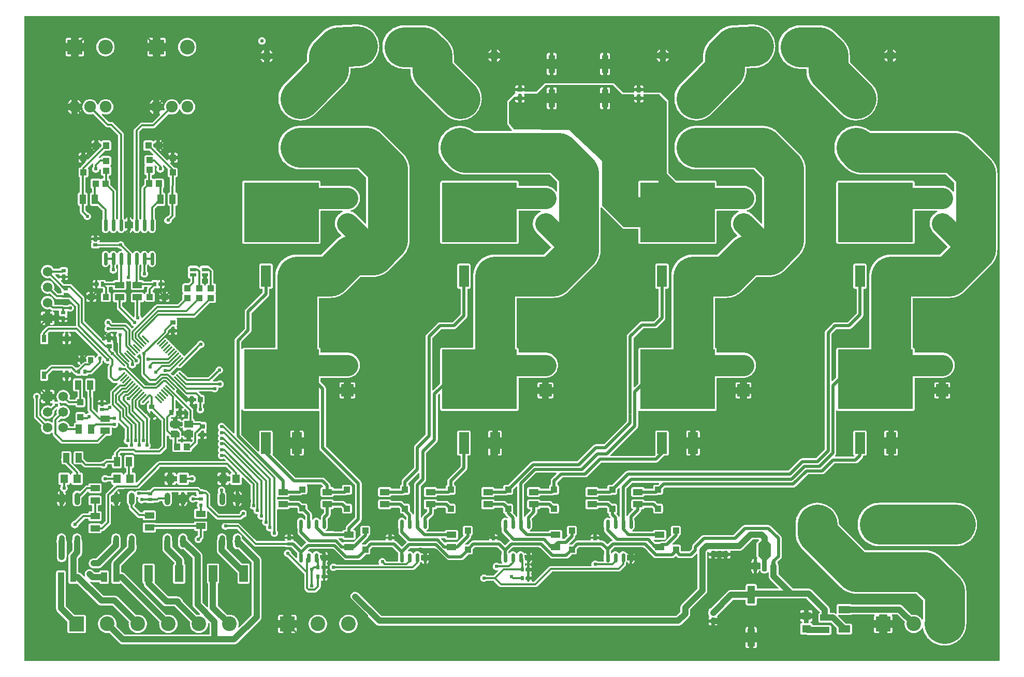
<source format=gtl>
G04 Layer: TopLayer*
G04 EasyEDA v6.4.25, 2022-01-11T20:07:54+10:00*
G04 7104220f9c2d43f39f118c43d8da538e,d80d0e5f2d5a449f809f9e2067d82b7d,10*
G04 Gerber Generator version 0.2*
G04 Scale: 100 percent, Rotated: No, Reflected: No *
G04 Dimensions in millimeters *
G04 leading zeros omitted , absolute positions ,4 integer and 5 decimal *
%FSLAX45Y45*%
%MOMM*%

%ADD10C,0.2540*%
%ADD11C,6.5000*%
%ADD12C,0.5000*%
%ADD13C,1.0000*%
%ADD14C,0.3000*%
%ADD15C,3.5000*%
%ADD16C,0.9000*%
%ADD17C,0.6000*%
%ADD18C,0.5740*%
%ADD19C,0.7000*%
%ADD20C,0.6096*%
%ADD21C,0.6100*%
%ADD22R,1.0000X1.0000*%
%ADD23R,2.0000X2.0000*%
%ADD26R,1.3005X1.3995*%
%ADD28R,1.0000X1.1000*%
%ADD29R,1.0000X1.5500*%
%ADD30R,1.0000X3.0000*%
%ADD31R,0.9000X0.8000*%
%ADD32R,0.8000X0.5000*%
%ADD33R,1.5500X1.0000*%
%ADD34R,0.8000X0.9000*%
%ADD36R,0.5000X0.8000*%
%ADD37R,1.1000X1.0000*%
%ADD39R,0.7000X1.2810*%
%ADD40R,1.3995X1.3005*%
%ADD41R,1.9000X1.2000*%
%ADD42R,1.1000X0.6000*%
%ADD43C,1.6000*%
%ADD44C,1.5748*%
%ADD45R,1.5748X1.5748*%
%ADD47C,2.4000*%
%ADD48C,2.5000*%
%ADD49C,1.9000*%

%LPD*%
G36*
X35814Y-10574324D02*
G01*
X31902Y-10573562D01*
X28651Y-10571378D01*
X26416Y-10568076D01*
X25654Y-10564164D01*
X25654Y-35814D01*
X26416Y-31902D01*
X28651Y-28651D01*
X31902Y-26416D01*
X35814Y-25654D01*
X15964204Y-25654D01*
X15968065Y-26416D01*
X15971367Y-28651D01*
X15973551Y-31902D01*
X15974364Y-35814D01*
X15974364Y-10564164D01*
X15973551Y-10568076D01*
X15971367Y-10571378D01*
X15968065Y-10573562D01*
X15964204Y-10574324D01*
G37*

%LPC*%
G36*
X11948464Y-10367772D02*
G01*
X11971578Y-10367772D01*
X11977979Y-10367111D01*
X11983669Y-10365435D01*
X11988850Y-10362641D01*
X11993422Y-10358882D01*
X11997182Y-10354310D01*
X11999976Y-10349077D01*
X12001703Y-10343388D01*
X12002363Y-10337038D01*
X12002363Y-10271353D01*
X11948464Y-10271353D01*
G37*
G36*
X11852605Y-10367772D02*
G01*
X11875770Y-10367772D01*
X11875770Y-10271353D01*
X11821871Y-10271353D01*
X11821871Y-10337038D01*
X11822480Y-10343388D01*
X11824208Y-10349077D01*
X11827002Y-10354310D01*
X11830761Y-10358882D01*
X11835333Y-10362641D01*
X11840514Y-10365435D01*
X11846204Y-10367111D01*
G37*
G36*
X15064384Y-10324693D02*
G01*
X15090343Y-10324236D01*
X15116200Y-10321848D01*
X15141803Y-10317632D01*
X15167000Y-10311536D01*
X15191689Y-10303611D01*
X15215768Y-10293858D01*
X15239085Y-10282428D01*
X15261437Y-10269321D01*
X15282824Y-10254640D01*
X15303093Y-10238384D01*
X15322194Y-10220604D01*
X15339568Y-10202468D01*
X15343682Y-10197795D01*
X15356179Y-10182504D01*
X15359938Y-10177576D01*
X15371267Y-10161422D01*
X15374619Y-10156190D01*
X15384780Y-10139273D01*
X15387777Y-10133838D01*
X15396616Y-10116159D01*
X15399207Y-10110520D01*
X15406776Y-10092283D01*
X15408910Y-10086492D01*
X15415107Y-10067747D01*
X15416885Y-10061752D01*
X15421660Y-10042601D01*
X15422981Y-10036556D01*
X15426385Y-10017099D01*
X15427248Y-10010952D01*
X15429230Y-9991293D01*
X15429585Y-9985095D01*
X15430144Y-9965334D01*
X15430144Y-9436303D01*
X15429585Y-9416491D01*
X15429230Y-9410293D01*
X15427248Y-9390684D01*
X15426385Y-9384538D01*
X15422981Y-9365081D01*
X15421660Y-9358985D01*
X15416885Y-9339834D01*
X15415107Y-9333890D01*
X15408910Y-9315145D01*
X15406776Y-9309303D01*
X15399207Y-9291066D01*
X15396616Y-9285427D01*
X15387777Y-9267799D01*
X15384780Y-9262364D01*
X15374619Y-9245396D01*
X15371267Y-9240215D01*
X15359938Y-9224060D01*
X15356179Y-9219082D01*
X15343682Y-9203791D01*
X15339568Y-9199118D01*
X15325953Y-9184792D01*
X15008707Y-8867546D01*
X14994382Y-8853932D01*
X14989708Y-8849817D01*
X14974417Y-8837320D01*
X14969439Y-8833561D01*
X14953284Y-8822232D01*
X14948103Y-8818880D01*
X14931136Y-8808720D01*
X14925700Y-8805722D01*
X14908072Y-8796883D01*
X14902434Y-8794292D01*
X14884196Y-8786723D01*
X14878354Y-8784590D01*
X14859609Y-8778392D01*
X14853666Y-8776614D01*
X14834514Y-8771839D01*
X14828418Y-8770518D01*
X14808962Y-8767114D01*
X14802815Y-8766251D01*
X14783206Y-8764270D01*
X14777008Y-8763914D01*
X14757196Y-8763355D01*
X13778484Y-8763355D01*
X13774572Y-8762593D01*
X13771270Y-8760358D01*
X13350240Y-8339328D01*
X13348106Y-8336178D01*
X13347242Y-8332520D01*
X13346734Y-8317992D01*
X13343890Y-8292185D01*
X13339165Y-8266684D01*
X13332612Y-8241538D01*
X13324230Y-8217001D01*
X13314070Y-8193125D01*
X13302234Y-8170011D01*
X13288721Y-8147862D01*
X13273582Y-8126780D01*
X13257022Y-8106816D01*
X13238988Y-8088172D01*
X13219684Y-8070850D01*
X13199110Y-8055000D01*
X13177469Y-8040674D01*
X13154863Y-8027974D01*
X13131393Y-8016951D01*
X13107111Y-8007705D01*
X13082269Y-8000187D01*
X13056971Y-7994548D01*
X13031266Y-7990789D01*
X13005409Y-7988909D01*
X12979450Y-7988909D01*
X12953593Y-7990789D01*
X12927888Y-7994548D01*
X12902590Y-8000187D01*
X12877749Y-8007705D01*
X12853517Y-8016951D01*
X12829997Y-8027974D01*
X12807391Y-8040674D01*
X12785750Y-8055000D01*
X12765176Y-8070850D01*
X12745872Y-8088172D01*
X12727838Y-8106816D01*
X12711277Y-8126780D01*
X12696139Y-8147862D01*
X12682626Y-8170011D01*
X12670790Y-8193125D01*
X12660630Y-8217001D01*
X12652248Y-8241538D01*
X12645694Y-8266684D01*
X12640970Y-8292185D01*
X12638125Y-8317992D01*
X12637160Y-8344103D01*
X12637160Y-8483752D01*
X12637719Y-8503513D01*
X12638125Y-8509711D01*
X12640106Y-8529370D01*
X12640970Y-8535517D01*
X12644374Y-8554974D01*
X12645644Y-8561019D01*
X12650470Y-8580170D01*
X12652197Y-8586165D01*
X12658394Y-8604910D01*
X12660579Y-8610701D01*
X12668148Y-8628938D01*
X12670688Y-8634577D01*
X12679578Y-8652256D01*
X12682575Y-8657691D01*
X12692684Y-8674608D01*
X12696088Y-8679840D01*
X12707416Y-8695994D01*
X12711176Y-8700922D01*
X12723672Y-8716213D01*
X12727736Y-8720886D01*
X12734696Y-8728049D01*
X12741351Y-8735263D01*
X13375792Y-9369653D01*
X13390118Y-9383268D01*
X13394791Y-9387382D01*
X13410082Y-9399879D01*
X13415060Y-9403638D01*
X13431215Y-9414967D01*
X13436396Y-9418320D01*
X13453363Y-9428480D01*
X13458799Y-9431477D01*
X13476427Y-9440316D01*
X13482066Y-9442907D01*
X13500303Y-9450476D01*
X13506145Y-9452610D01*
X13524890Y-9458807D01*
X13530834Y-9460585D01*
X13549985Y-9465360D01*
X13556081Y-9466681D01*
X13575538Y-9470085D01*
X13581684Y-9470948D01*
X13601293Y-9472930D01*
X13607491Y-9473285D01*
X13627303Y-9473844D01*
X14606066Y-9473844D01*
X14609927Y-9474606D01*
X14613229Y-9476841D01*
X14716658Y-9580270D01*
X14718893Y-9583572D01*
X14719655Y-9587484D01*
X14719655Y-9889185D01*
X14718690Y-9893503D01*
X14715947Y-9897008D01*
X14712035Y-9898989D01*
X14707616Y-9899142D01*
X14703551Y-9897414D01*
X14700605Y-9894112D01*
X14698116Y-9889591D01*
X14688362Y-9875824D01*
X14677136Y-9863277D01*
X14664537Y-9852050D01*
X14650821Y-9842296D01*
X14636089Y-9834118D01*
X14620494Y-9827717D01*
X14604339Y-9823043D01*
X14587728Y-9820198D01*
X14570913Y-9819284D01*
X14554047Y-9820198D01*
X14543024Y-9822078D01*
X14539772Y-9822129D01*
X14536724Y-9821164D01*
X14534134Y-9819233D01*
X14389354Y-9674606D01*
X14382140Y-9668611D01*
X14380006Y-9667087D01*
X14371980Y-9662261D01*
X14369643Y-9661093D01*
X14360956Y-9657486D01*
X14358467Y-9656673D01*
X14349374Y-9654387D01*
X14346783Y-9653981D01*
X14337487Y-9653117D01*
X13557859Y-9653066D01*
X13554456Y-9652457D01*
X13551407Y-9650730D01*
X13548410Y-9648240D01*
X13543178Y-9645446D01*
X13537488Y-9643719D01*
X13531138Y-9643110D01*
X13342112Y-9643110D01*
X13335711Y-9643719D01*
X13330072Y-9645446D01*
X13324840Y-9648240D01*
X13320268Y-9652000D01*
X13316508Y-9656572D01*
X13313714Y-9661804D01*
X13311987Y-9667494D01*
X13311378Y-9673844D01*
X13311378Y-9792868D01*
X13310463Y-9797034D01*
X13307923Y-9800437D01*
X13304215Y-9802520D01*
X13299998Y-9802926D01*
X13295934Y-9801555D01*
X13286587Y-9796119D01*
X13277951Y-9792563D01*
X13275462Y-9791750D01*
X13266318Y-9789464D01*
X13254431Y-9788144D01*
X13206628Y-9788093D01*
X13202716Y-9787331D01*
X13199414Y-9785146D01*
X13197230Y-9781844D01*
X13196468Y-9777933D01*
X13196417Y-9735210D01*
X13195096Y-9723272D01*
X13192810Y-9714179D01*
X13191998Y-9711690D01*
X13188442Y-9703003D01*
X13182396Y-9692640D01*
X13180872Y-9690506D01*
X13174878Y-9683292D01*
X12907111Y-9415526D01*
X12899898Y-9409531D01*
X12897764Y-9408007D01*
X12887401Y-9401962D01*
X12878714Y-9398406D01*
X12876225Y-9397593D01*
X12867132Y-9395307D01*
X12855194Y-9393986D01*
X12604140Y-9393936D01*
X12600279Y-9393174D01*
X12596977Y-9390989D01*
X12361824Y-9155836D01*
X12359640Y-9152534D01*
X12358878Y-9148673D01*
X12358878Y-9023197D01*
X12357963Y-9010853D01*
X12355271Y-8999169D01*
X12350902Y-8987993D01*
X12345212Y-8978188D01*
X12344196Y-8975750D01*
X12343841Y-8973108D01*
X12343688Y-8961170D01*
X12344298Y-8956852D01*
X12346635Y-8953195D01*
X12396012Y-8903817D01*
X12399416Y-8900109D01*
X12402362Y-8896299D01*
X12404953Y-8892235D01*
X12407188Y-8887968D01*
X12409017Y-8883497D01*
X12410440Y-8878874D01*
X12411506Y-8874201D01*
X12412116Y-8869426D01*
X12412370Y-8864396D01*
X12412370Y-8572703D01*
X12412116Y-8567674D01*
X12411506Y-8562898D01*
X12410440Y-8558225D01*
X12409017Y-8553602D01*
X12407188Y-8549132D01*
X12404953Y-8544864D01*
X12402362Y-8540800D01*
X12399416Y-8536990D01*
X12396012Y-8533282D01*
X12231217Y-8368487D01*
X12227509Y-8365083D01*
X12223699Y-8362137D01*
X12219635Y-8359546D01*
X12215368Y-8357311D01*
X12210897Y-8355482D01*
X12206274Y-8354059D01*
X12201601Y-8352993D01*
X12196826Y-8352383D01*
X12191796Y-8352129D01*
X11811203Y-8352129D01*
X11806174Y-8352383D01*
X11801398Y-8352993D01*
X11796725Y-8354059D01*
X11792102Y-8355482D01*
X11787632Y-8357311D01*
X11783364Y-8359546D01*
X11779300Y-8362137D01*
X11775490Y-8365083D01*
X11771782Y-8368487D01*
X11625986Y-8514283D01*
X11622684Y-8516467D01*
X11618823Y-8517229D01*
X11138103Y-8517229D01*
X11133074Y-8517483D01*
X11128298Y-8518093D01*
X11123625Y-8519160D01*
X11119002Y-8520582D01*
X11114532Y-8522411D01*
X11110264Y-8524646D01*
X11106200Y-8527237D01*
X11102390Y-8530183D01*
X11098682Y-8533587D01*
X10959287Y-8672982D01*
X10955883Y-8676690D01*
X10952937Y-8680500D01*
X10950346Y-8684564D01*
X10948111Y-8688832D01*
X10946282Y-8693302D01*
X10944860Y-8697925D01*
X10943793Y-8702598D01*
X10943183Y-8707374D01*
X10942929Y-8712403D01*
X10942929Y-8735923D01*
X10942167Y-8739784D01*
X10939983Y-8743086D01*
X10902086Y-8780983D01*
X10898784Y-8783167D01*
X10894923Y-8783929D01*
X10771276Y-8783929D01*
X10767415Y-8783167D01*
X10763910Y-8780780D01*
X10761726Y-8777478D01*
X10760964Y-8773617D01*
X10760964Y-8703411D01*
X10760303Y-8697010D01*
X10758627Y-8691321D01*
X10755833Y-8686139D01*
X10752074Y-8681567D01*
X10747502Y-8677808D01*
X10742269Y-8675014D01*
X10736580Y-8673287D01*
X10730179Y-8672626D01*
X10632440Y-8672626D01*
X10628528Y-8671864D01*
X10625226Y-8669680D01*
X10623042Y-8666378D01*
X10622280Y-8662466D01*
X10623042Y-8658606D01*
X10625226Y-8655304D01*
X10719612Y-8560917D01*
X10723016Y-8557209D01*
X10725962Y-8553399D01*
X10728553Y-8549335D01*
X10730788Y-8545068D01*
X10732617Y-8540597D01*
X10733989Y-8536178D01*
X10735360Y-8528710D01*
X10736630Y-8525256D01*
X10739018Y-8522512D01*
X10747502Y-8517991D01*
X10752074Y-8514283D01*
X10755833Y-8509660D01*
X10758627Y-8504478D01*
X10760303Y-8498789D01*
X10760964Y-8492388D01*
X10760964Y-8393379D01*
X10760303Y-8387029D01*
X10758627Y-8381339D01*
X10755833Y-8376107D01*
X10752074Y-8371535D01*
X10747502Y-8367775D01*
X10742269Y-8364981D01*
X10736580Y-8363254D01*
X10730179Y-8362645D01*
X10631220Y-8362645D01*
X10624820Y-8363254D01*
X10619130Y-8364981D01*
X10613898Y-8367775D01*
X10609326Y-8371535D01*
X10605566Y-8376107D01*
X10602772Y-8381339D01*
X10601096Y-8387029D01*
X10600436Y-8393379D01*
X10600436Y-8492388D01*
X10601096Y-8498789D01*
X10602772Y-8504478D01*
X10605160Y-8508898D01*
X10606328Y-8513013D01*
X10605719Y-8517280D01*
X10603382Y-8520887D01*
X10508386Y-8615883D01*
X10505084Y-8618067D01*
X10501223Y-8618829D01*
X10450728Y-8618829D01*
X10445699Y-8619083D01*
X10440924Y-8619693D01*
X10436199Y-8620760D01*
X10431627Y-8622182D01*
X10427157Y-8624011D01*
X10422890Y-8626246D01*
X10419080Y-8628735D01*
X10416438Y-8629954D01*
X10413542Y-8630361D01*
X10351008Y-8630361D01*
X10347096Y-8629599D01*
X10343794Y-8627364D01*
X10324134Y-8607704D01*
X10321848Y-8604250D01*
X10321137Y-8600186D01*
X10322102Y-8596172D01*
X10324592Y-8592870D01*
X10328198Y-8590838D01*
X10332313Y-8590381D01*
X10336987Y-8590838D01*
X10491012Y-8590838D01*
X10497413Y-8590229D01*
X10503052Y-8588502D01*
X10508284Y-8585708D01*
X10512856Y-8581948D01*
X10516616Y-8577376D01*
X10519410Y-8572144D01*
X10521137Y-8566505D01*
X10521746Y-8560104D01*
X10521746Y-8461095D01*
X10521137Y-8454694D01*
X10519410Y-8449056D01*
X10516616Y-8443823D01*
X10512856Y-8439251D01*
X10508284Y-8435492D01*
X10503052Y-8432698D01*
X10497413Y-8430971D01*
X10491012Y-8430361D01*
X10336987Y-8430361D01*
X10330586Y-8430971D01*
X10324947Y-8432698D01*
X10319715Y-8435492D01*
X10315143Y-8439251D01*
X10311384Y-8443823D01*
X10308132Y-8449970D01*
X10305846Y-8452815D01*
X10302748Y-8454694D01*
X10299141Y-8455355D01*
X9975900Y-8455355D01*
X9971532Y-8454390D01*
X9968026Y-8451646D01*
X9966045Y-8447684D01*
X9965893Y-8443264D01*
X9967671Y-8439150D01*
X9971024Y-8436254D01*
X9977018Y-8433003D01*
X9984892Y-8426907D01*
X9991598Y-8419592D01*
X9997033Y-8411260D01*
X10001046Y-8402167D01*
X10003485Y-8392515D01*
X10004348Y-8382203D01*
X10004348Y-8291017D01*
X10003485Y-8280704D01*
X10001046Y-8271052D01*
X10000183Y-8269122D01*
X9999370Y-8265058D01*
X9999370Y-8243976D01*
X10000132Y-8240115D01*
X10002316Y-8236813D01*
X10097312Y-8141817D01*
X10100716Y-8138109D01*
X10103662Y-8134299D01*
X10106253Y-8130235D01*
X10108488Y-8125968D01*
X10110317Y-8121497D01*
X10111740Y-8116874D01*
X10112806Y-8112201D01*
X10113416Y-8107425D01*
X10113670Y-8102142D01*
X10114534Y-8098434D01*
X10116769Y-8095284D01*
X10119969Y-8093202D01*
X10123728Y-8092440D01*
X10135362Y-8092338D01*
X10141813Y-8091728D01*
X10147452Y-8090001D01*
X10152684Y-8087207D01*
X10157256Y-8083448D01*
X10161016Y-8078876D01*
X10164267Y-8072729D01*
X10166553Y-8069884D01*
X10169652Y-8068005D01*
X10173258Y-8067344D01*
X10288371Y-8067344D01*
X10292232Y-8068157D01*
X10295534Y-8070342D01*
X10305389Y-8080146D01*
X10307574Y-8083448D01*
X10308336Y-8087359D01*
X10308336Y-8134756D01*
X10308996Y-8141157D01*
X10310672Y-8146796D01*
X10313466Y-8152028D01*
X10317226Y-8156600D01*
X10321798Y-8160359D01*
X10327030Y-8163153D01*
X10332720Y-8164880D01*
X10339120Y-8165490D01*
X10438079Y-8165490D01*
X10444480Y-8164880D01*
X10450169Y-8163153D01*
X10455402Y-8160359D01*
X10459974Y-8156600D01*
X10463733Y-8152028D01*
X10466527Y-8146796D01*
X10468203Y-8141157D01*
X10468864Y-8134756D01*
X10468864Y-8035747D01*
X10468203Y-8029346D01*
X10466527Y-8023707D01*
X10463733Y-8018475D01*
X10459974Y-8013903D01*
X10455402Y-8010144D01*
X10450169Y-8007350D01*
X10444480Y-8005622D01*
X10438079Y-8005013D01*
X10390682Y-8005013D01*
X10386822Y-8004251D01*
X10383520Y-8002016D01*
X10354665Y-7973212D01*
X10350957Y-7969808D01*
X10347147Y-7966862D01*
X10343083Y-7964271D01*
X10338816Y-7962036D01*
X10334345Y-7960207D01*
X10329773Y-7958734D01*
X10325049Y-7957718D01*
X10320274Y-7957058D01*
X10315244Y-7956854D01*
X10173258Y-7956854D01*
X10169652Y-7956194D01*
X10166553Y-7954314D01*
X10164267Y-7951470D01*
X10161016Y-7945323D01*
X10157256Y-7940751D01*
X10152684Y-7936992D01*
X10147452Y-7934198D01*
X10141813Y-7932470D01*
X10135412Y-7931861D01*
X9981387Y-7931861D01*
X9974986Y-7932470D01*
X9969347Y-7934198D01*
X9964115Y-7936992D01*
X9959543Y-7940751D01*
X9955784Y-7945323D01*
X9952990Y-7950555D01*
X9951262Y-7956194D01*
X9950653Y-7962595D01*
X9950653Y-8061604D01*
X9951262Y-8068005D01*
X9952990Y-8073644D01*
X9955784Y-8078876D01*
X9959543Y-8083448D01*
X9964115Y-8087207D01*
X9969347Y-8090001D01*
X9971176Y-8090560D01*
X9974834Y-8092541D01*
X9977374Y-8095843D01*
X9978339Y-8099907D01*
X9977678Y-8103971D01*
X9975392Y-8107476D01*
X9905187Y-8177682D01*
X9901783Y-8181390D01*
X9898837Y-8185200D01*
X9896246Y-8189264D01*
X9894062Y-8193531D01*
X9891928Y-8198764D01*
X9889744Y-8202066D01*
X9886442Y-8204301D01*
X9882530Y-8205063D01*
X9878669Y-8204301D01*
X9875316Y-8202117D01*
X9873132Y-8198815D01*
X9872370Y-8194903D01*
X9872370Y-7761376D01*
X9873132Y-7757515D01*
X9875316Y-7754213D01*
X9964013Y-7665516D01*
X9967315Y-7663332D01*
X9971176Y-7662570D01*
X10398556Y-7662570D01*
X10402468Y-7663332D01*
X10405770Y-7665516D01*
X10407954Y-7668818D01*
X10408716Y-7672730D01*
X10407954Y-7676591D01*
X10405770Y-7679893D01*
X10393629Y-7692034D01*
X10390327Y-7694218D01*
X10386466Y-7695031D01*
X10339120Y-7695031D01*
X10332720Y-7695641D01*
X10327030Y-7697368D01*
X10321798Y-7700162D01*
X10317226Y-7703921D01*
X10313466Y-7708493D01*
X10310672Y-7713675D01*
X10308996Y-7719364D01*
X10308336Y-7725765D01*
X10308336Y-7746695D01*
X10307574Y-7750606D01*
X10305389Y-7753858D01*
X10302087Y-7756093D01*
X10298176Y-7756855D01*
X10173258Y-7756855D01*
X10169652Y-7756194D01*
X10166553Y-7754315D01*
X10164267Y-7751470D01*
X10161016Y-7745323D01*
X10157256Y-7740751D01*
X10152684Y-7736992D01*
X10147452Y-7734198D01*
X10141813Y-7732471D01*
X10135412Y-7731861D01*
X9981387Y-7731861D01*
X9974986Y-7732471D01*
X9969347Y-7734198D01*
X9964115Y-7736992D01*
X9959543Y-7740751D01*
X9955784Y-7745323D01*
X9952990Y-7750556D01*
X9951262Y-7756194D01*
X9950653Y-7762595D01*
X9950653Y-7861604D01*
X9951262Y-7868005D01*
X9952990Y-7873644D01*
X9955784Y-7878876D01*
X9959543Y-7883448D01*
X9964115Y-7887208D01*
X9969347Y-7890002D01*
X9974986Y-7891729D01*
X9981387Y-7892338D01*
X10135412Y-7892338D01*
X10141813Y-7891729D01*
X10147452Y-7890002D01*
X10152684Y-7887208D01*
X10157256Y-7883448D01*
X10161016Y-7878876D01*
X10164267Y-7872730D01*
X10166553Y-7869885D01*
X10169652Y-7868005D01*
X10173258Y-7867345D01*
X10351566Y-7867345D01*
X10356596Y-7867142D01*
X10361371Y-7866532D01*
X10366044Y-7865465D01*
X10370667Y-7863992D01*
X10375138Y-7862163D01*
X10379405Y-7859928D01*
X10383824Y-7857134D01*
X10386466Y-7855915D01*
X10389260Y-7855508D01*
X10438079Y-7855508D01*
X10444480Y-7854899D01*
X10450169Y-7853172D01*
X10455402Y-7850378D01*
X10459974Y-7846618D01*
X10463733Y-7842046D01*
X10466527Y-7836814D01*
X10468203Y-7831124D01*
X10468864Y-7824774D01*
X10468864Y-7777276D01*
X10469626Y-7773416D01*
X10471810Y-7770114D01*
X10500207Y-7741716D01*
X10503509Y-7739532D01*
X10507370Y-7738770D01*
X12598196Y-7738770D01*
X12603226Y-7738516D01*
X12608001Y-7737906D01*
X12612674Y-7736840D01*
X12617297Y-7735417D01*
X12621768Y-7733588D01*
X12626035Y-7731353D01*
X12630099Y-7728762D01*
X12633909Y-7725816D01*
X12637617Y-7722412D01*
X12834213Y-7525816D01*
X12837515Y-7523632D01*
X12841376Y-7522870D01*
X13068096Y-7522870D01*
X13073126Y-7522616D01*
X13077901Y-7522006D01*
X13082574Y-7520940D01*
X13087197Y-7519517D01*
X13091668Y-7517688D01*
X13095935Y-7515453D01*
X13099999Y-7512862D01*
X13103809Y-7509916D01*
X13107517Y-7506512D01*
X13266013Y-7348016D01*
X13269315Y-7345832D01*
X13273176Y-7345070D01*
X13614196Y-7345070D01*
X13619226Y-7344816D01*
X13624001Y-7344206D01*
X13628674Y-7343140D01*
X13633297Y-7341717D01*
X13637768Y-7339888D01*
X13642035Y-7337653D01*
X13646099Y-7335062D01*
X13649909Y-7332116D01*
X13653617Y-7328712D01*
X13729512Y-7252817D01*
X13732916Y-7249109D01*
X13735862Y-7245299D01*
X13738453Y-7241235D01*
X13740688Y-7236968D01*
X13742517Y-7232497D01*
X13743889Y-7228078D01*
X13744397Y-7225436D01*
X13745616Y-7222134D01*
X13747902Y-7219492D01*
X13750950Y-7217714D01*
X13754404Y-7217156D01*
X13770101Y-7217156D01*
X13776502Y-7216495D01*
X13782141Y-7214768D01*
X13787374Y-7211974D01*
X13791946Y-7208266D01*
X13795705Y-7203643D01*
X13798499Y-7198461D01*
X13800226Y-7192772D01*
X13800836Y-7186371D01*
X13800836Y-6837375D01*
X13800226Y-6830974D01*
X13798499Y-6825335D01*
X13795705Y-6820103D01*
X13791946Y-6815531D01*
X13787374Y-6811772D01*
X13782141Y-6808978D01*
X13776502Y-6807250D01*
X13770101Y-6806641D01*
X13611098Y-6806641D01*
X13604697Y-6807250D01*
X13599007Y-6808978D01*
X13593775Y-6811772D01*
X13589203Y-6815531D01*
X13585444Y-6820103D01*
X13582650Y-6825335D01*
X13580973Y-6830974D01*
X13580313Y-6837375D01*
X13580313Y-7186371D01*
X13580973Y-7192772D01*
X13582650Y-7198461D01*
X13585444Y-7203643D01*
X13589203Y-7208266D01*
X13597839Y-7214971D01*
X13599718Y-7218222D01*
X13600277Y-7221981D01*
X13599464Y-7225639D01*
X13597331Y-7228738D01*
X13594486Y-7231583D01*
X13591184Y-7233767D01*
X13587323Y-7234529D01*
X13289737Y-7234529D01*
X13285876Y-7233767D01*
X13282574Y-7231634D01*
X13280390Y-7228382D01*
X13279577Y-7224572D01*
X13280237Y-7220712D01*
X13282320Y-7217409D01*
X13288467Y-7210958D01*
X13291362Y-7207199D01*
X13293953Y-7203135D01*
X13296188Y-7198868D01*
X13298017Y-7194397D01*
X13299440Y-7189774D01*
X13300506Y-7185101D01*
X13301116Y-7180325D01*
X13301370Y-7175296D01*
X13301370Y-6488125D01*
X13302234Y-6484061D01*
X13304672Y-6480657D01*
X13308279Y-6478524D01*
X13312444Y-6478016D01*
X13316457Y-6479286D01*
X13323163Y-6482994D01*
X13328700Y-6484670D01*
X13335101Y-6485331D01*
X14554047Y-6485331D01*
X14560448Y-6484670D01*
X14566138Y-6482994D01*
X14571370Y-6480200D01*
X14575942Y-6476441D01*
X14579701Y-6471869D01*
X14582495Y-6466636D01*
X14584172Y-6460947D01*
X14584832Y-6454597D01*
X14584832Y-5953252D01*
X14585594Y-5949391D01*
X14587778Y-5946089D01*
X14591080Y-5943904D01*
X14594992Y-5943092D01*
X15036546Y-5943092D01*
X15056307Y-5942177D01*
X15075662Y-5939383D01*
X15094610Y-5934760D01*
X15113101Y-5928410D01*
X15130830Y-5920282D01*
X15147747Y-5910529D01*
X15163647Y-5899200D01*
X15178430Y-5886399D01*
X15191892Y-5872276D01*
X15203982Y-5856935D01*
X15214549Y-5840476D01*
X15223490Y-5823102D01*
X15230754Y-5804966D01*
X15236240Y-5786272D01*
X15239949Y-5767070D01*
X15241828Y-5747613D01*
X15241828Y-5728106D01*
X15239949Y-5708650D01*
X15236240Y-5689498D01*
X15230754Y-5670753D01*
X15223490Y-5652617D01*
X15214549Y-5635244D01*
X15203982Y-5618784D01*
X15191892Y-5603443D01*
X15178430Y-5589320D01*
X15163647Y-5576519D01*
X15147747Y-5565190D01*
X15130830Y-5555437D01*
X15113101Y-5547309D01*
X15094610Y-5540959D01*
X15075662Y-5536336D01*
X15056307Y-5533542D01*
X15036546Y-5532628D01*
X14594992Y-5532628D01*
X14591080Y-5531815D01*
X14587778Y-5529630D01*
X14585594Y-5526328D01*
X14584832Y-5522468D01*
X14584832Y-5480456D01*
X14584172Y-5474055D01*
X14582495Y-5468416D01*
X14579701Y-5463184D01*
X14575942Y-5458612D01*
X14571370Y-5454853D01*
X14566138Y-5452059D01*
X14561057Y-5450535D01*
X14557298Y-5448452D01*
X14554758Y-5444998D01*
X14553844Y-5440781D01*
X14553844Y-4646828D01*
X14554606Y-4642967D01*
X14556841Y-4639665D01*
X14560143Y-4637430D01*
X14564004Y-4636668D01*
X15149372Y-4636668D01*
X15169184Y-4636109D01*
X15175382Y-4635754D01*
X15194991Y-4633772D01*
X15201138Y-4632909D01*
X15220594Y-4629505D01*
X15226690Y-4628184D01*
X15245842Y-4623409D01*
X15251785Y-4621631D01*
X15270530Y-4615434D01*
X15276372Y-4613300D01*
X15294610Y-4605731D01*
X15300248Y-4603140D01*
X15317876Y-4594301D01*
X15323312Y-4591304D01*
X15340279Y-4581144D01*
X15345460Y-4577791D01*
X15361615Y-4566462D01*
X15366593Y-4562703D01*
X15381884Y-4550206D01*
X15386557Y-4546092D01*
X15400883Y-4532477D01*
X15833953Y-4099407D01*
X15847568Y-4085082D01*
X15851682Y-4080408D01*
X15864179Y-4065117D01*
X15867938Y-4060139D01*
X15879267Y-4043984D01*
X15882619Y-4038803D01*
X15892780Y-4021836D01*
X15895777Y-4016400D01*
X15904616Y-3998772D01*
X15907207Y-3993134D01*
X15914776Y-3974896D01*
X15916910Y-3969054D01*
X15923107Y-3950309D01*
X15924885Y-3944365D01*
X15929660Y-3925214D01*
X15930981Y-3919118D01*
X15934385Y-3899662D01*
X15935248Y-3893515D01*
X15937230Y-3873906D01*
X15937585Y-3867708D01*
X15938144Y-3847896D01*
X15938144Y-2603703D01*
X15937585Y-2583891D01*
X15937230Y-2577693D01*
X15935248Y-2558084D01*
X15934385Y-2551938D01*
X15930981Y-2532481D01*
X15929660Y-2526385D01*
X15924885Y-2507234D01*
X15923107Y-2501290D01*
X15916910Y-2482545D01*
X15914776Y-2476703D01*
X15907207Y-2458466D01*
X15904616Y-2452827D01*
X15895777Y-2435199D01*
X15892780Y-2429764D01*
X15882619Y-2412796D01*
X15879267Y-2407615D01*
X15867938Y-2391460D01*
X15864179Y-2386482D01*
X15851682Y-2371191D01*
X15847568Y-2366518D01*
X15833953Y-2352192D01*
X15491307Y-2009546D01*
X15476982Y-1995932D01*
X15472308Y-1991817D01*
X15457017Y-1979320D01*
X15452039Y-1975561D01*
X15435884Y-1964232D01*
X15430703Y-1960880D01*
X15413736Y-1950720D01*
X15408300Y-1947722D01*
X15390672Y-1938883D01*
X15385034Y-1936292D01*
X15366796Y-1928723D01*
X15360954Y-1926589D01*
X15342209Y-1920392D01*
X15336266Y-1918614D01*
X15317114Y-1913839D01*
X15311018Y-1912518D01*
X15291562Y-1909114D01*
X15285415Y-1908251D01*
X15265806Y-1906270D01*
X15259608Y-1905914D01*
X15239796Y-1905355D01*
X13858087Y-1905355D01*
X13854684Y-1904796D01*
X13851737Y-1903120D01*
X13839037Y-1892960D01*
X13817650Y-1878228D01*
X13795298Y-1865122D01*
X13771981Y-1853692D01*
X13747902Y-1843989D01*
X13723213Y-1836064D01*
X13698016Y-1829968D01*
X13672413Y-1825701D01*
X13646556Y-1823313D01*
X13620597Y-1822856D01*
X13594689Y-1824278D01*
X13568984Y-1827580D01*
X13543534Y-1832762D01*
X13518540Y-1839772D01*
X13494156Y-1848612D01*
X13470483Y-1859178D01*
X13447623Y-1871472D01*
X13425728Y-1885391D01*
X13404900Y-1900885D01*
X13385241Y-1917852D01*
X13366902Y-1936191D01*
X13349935Y-1955850D01*
X13334441Y-1976678D01*
X13320522Y-1998573D01*
X13308228Y-2021433D01*
X13297662Y-2045106D01*
X13288822Y-2069490D01*
X13281812Y-2094484D01*
X13276630Y-2119934D01*
X13273328Y-2145639D01*
X13271906Y-2171547D01*
X13272363Y-2197506D01*
X13274751Y-2223363D01*
X13279018Y-2248966D01*
X13285114Y-2274163D01*
X13293039Y-2298852D01*
X13302742Y-2322931D01*
X13314172Y-2346248D01*
X13327278Y-2368600D01*
X13342010Y-2389987D01*
X13358215Y-2410256D01*
X13376046Y-2429357D01*
X13458342Y-2511653D01*
X13472668Y-2525268D01*
X13477341Y-2529382D01*
X13492632Y-2541879D01*
X13497610Y-2545638D01*
X13513765Y-2556967D01*
X13518946Y-2560320D01*
X13535913Y-2570480D01*
X13541349Y-2573477D01*
X13558977Y-2582316D01*
X13564616Y-2584907D01*
X13582853Y-2592476D01*
X13588695Y-2594610D01*
X13607440Y-2600807D01*
X13613384Y-2602585D01*
X13632535Y-2607360D01*
X13638631Y-2608681D01*
X13658088Y-2612085D01*
X13664234Y-2612948D01*
X13683843Y-2614930D01*
X13690041Y-2615285D01*
X13709853Y-2615844D01*
X15088666Y-2615844D01*
X15092527Y-2616606D01*
X15095829Y-2618841D01*
X15224658Y-2747670D01*
X15226893Y-2750972D01*
X15227655Y-2754884D01*
X15227655Y-2890520D01*
X15226741Y-2894736D01*
X15224150Y-2898190D01*
X15220340Y-2900273D01*
X15216022Y-2900578D01*
X15212009Y-2899054D01*
X15208961Y-2896006D01*
X15203982Y-2888284D01*
X15191892Y-2872943D01*
X15178430Y-2858820D01*
X15163647Y-2846019D01*
X15147747Y-2834690D01*
X15130830Y-2824937D01*
X15113101Y-2816809D01*
X15094610Y-2810459D01*
X15075662Y-2805836D01*
X15056307Y-2803042D01*
X15036546Y-2802128D01*
X14594992Y-2802128D01*
X14591080Y-2801315D01*
X14587778Y-2799130D01*
X14585594Y-2795828D01*
X14584832Y-2791968D01*
X14584832Y-2749956D01*
X14584172Y-2743555D01*
X14582495Y-2737916D01*
X14579701Y-2732684D01*
X14575942Y-2728112D01*
X14571370Y-2724353D01*
X14566138Y-2721559D01*
X14560448Y-2719832D01*
X14554047Y-2719222D01*
X13335101Y-2719222D01*
X13328700Y-2719832D01*
X13323062Y-2721559D01*
X13317829Y-2724353D01*
X13313257Y-2728112D01*
X13309498Y-2732684D01*
X13306704Y-2737916D01*
X13304977Y-2743555D01*
X13304367Y-2749956D01*
X13304367Y-3724046D01*
X13304977Y-3730447D01*
X13306704Y-3736136D01*
X13309498Y-3741369D01*
X13313257Y-3745941D01*
X13317829Y-3749700D01*
X13323062Y-3752494D01*
X13328700Y-3754170D01*
X13335101Y-3754831D01*
X14554047Y-3754831D01*
X14560448Y-3754170D01*
X14566138Y-3752494D01*
X14571370Y-3749700D01*
X14575942Y-3745941D01*
X14579701Y-3741369D01*
X14582495Y-3736136D01*
X14584172Y-3730447D01*
X14584832Y-3724046D01*
X14584832Y-3222752D01*
X14585594Y-3218891D01*
X14587778Y-3215589D01*
X14591080Y-3213404D01*
X14594992Y-3212592D01*
X14948052Y-3212592D01*
X14951963Y-3213354D01*
X14955215Y-3215538D01*
X14957450Y-3218840D01*
X14958212Y-3222701D01*
X14957501Y-3226562D01*
X14955316Y-3229864D01*
X14952065Y-3232099D01*
X14947138Y-3234232D01*
X14929967Y-3243580D01*
X14913813Y-3254552D01*
X14898725Y-3266948D01*
X14884907Y-3280765D01*
X14872512Y-3295853D01*
X14861540Y-3312007D01*
X14852192Y-3329178D01*
X14844522Y-3347110D01*
X14838578Y-3365703D01*
X14834412Y-3384804D01*
X14832076Y-3404209D01*
X14831618Y-3423716D01*
X14832990Y-3443224D01*
X14836241Y-3462477D01*
X14841321Y-3481324D01*
X14848128Y-3499612D01*
X14856663Y-3517188D01*
X14866823Y-3533901D01*
X14878557Y-3549497D01*
X14891816Y-3564128D01*
X15120975Y-3793286D01*
X15123160Y-3796588D01*
X15123922Y-3800449D01*
X15123160Y-3804361D01*
X15120975Y-3807612D01*
X15005405Y-3923182D01*
X15002103Y-3925417D01*
X14998242Y-3926179D01*
X14198803Y-3926179D01*
X14185646Y-3926382D01*
X14172692Y-3927144D01*
X14159738Y-3928262D01*
X14146885Y-3929989D01*
X14134084Y-3932021D01*
X14121384Y-3934663D01*
X14116151Y-3936034D01*
X14108734Y-3937660D01*
X14096238Y-3941216D01*
X14083893Y-3945178D01*
X14071701Y-3949598D01*
X14059662Y-3954424D01*
X14047825Y-3959758D01*
X14036141Y-3965448D01*
X14024711Y-3971645D01*
X14013535Y-3978148D01*
X14007033Y-3982465D01*
X14002562Y-3985158D01*
X13991894Y-3992473D01*
X13981480Y-4000246D01*
X13971371Y-4008323D01*
X13961516Y-4016857D01*
X13952016Y-4025646D01*
X13942872Y-4034840D01*
X13939012Y-4039158D01*
X13934033Y-4044289D01*
X13929207Y-4050131D01*
X13925550Y-4054195D01*
X13921994Y-4058818D01*
X13917422Y-4064254D01*
X13909700Y-4074718D01*
X13902334Y-4085386D01*
X13895374Y-4096359D01*
X13888821Y-4107535D01*
X13882674Y-4118965D01*
X13876934Y-4130598D01*
X13871651Y-4142486D01*
X13869466Y-4148226D01*
X13866774Y-4154474D01*
X13862405Y-4166717D01*
X13858392Y-4179011D01*
X13856614Y-4185869D01*
X13854887Y-4191558D01*
X13851839Y-4204157D01*
X13849248Y-4216908D01*
X13847165Y-4229658D01*
X13845489Y-4242562D01*
X13844320Y-4255465D01*
X13843609Y-4268470D01*
X13843609Y-4275074D01*
X13843355Y-4281576D01*
X13843355Y-5439562D01*
X13842593Y-5443423D01*
X13840358Y-5446725D01*
X13837056Y-5448960D01*
X13833195Y-5449722D01*
X13335101Y-5449722D01*
X13328700Y-5450332D01*
X13323062Y-5452059D01*
X13317829Y-5454853D01*
X13313257Y-5458612D01*
X13309498Y-5463184D01*
X13306704Y-5468416D01*
X13304977Y-5474055D01*
X13304367Y-5480456D01*
X13304367Y-5929985D01*
X13303605Y-5933897D01*
X13301370Y-5937199D01*
X13242493Y-5996076D01*
X13239191Y-5998260D01*
X13235330Y-5999022D01*
X13231418Y-5998260D01*
X13228116Y-5996076D01*
X13225932Y-5992774D01*
X13225170Y-5988862D01*
X13225170Y-5234076D01*
X13225932Y-5230215D01*
X13228116Y-5226913D01*
X13304113Y-5150916D01*
X13307415Y-5148732D01*
X13311276Y-5147970D01*
X13512596Y-5147970D01*
X13517626Y-5147716D01*
X13522401Y-5147106D01*
X13527074Y-5146040D01*
X13531697Y-5144617D01*
X13536168Y-5142788D01*
X13540435Y-5140553D01*
X13544499Y-5137962D01*
X13548309Y-5135016D01*
X13552017Y-5131612D01*
X13729512Y-4954117D01*
X13732916Y-4950409D01*
X13735862Y-4946599D01*
X13738453Y-4942535D01*
X13740688Y-4938268D01*
X13742517Y-4933797D01*
X13743940Y-4929174D01*
X13745006Y-4924501D01*
X13745616Y-4919726D01*
X13745870Y-4914696D01*
X13745870Y-4496816D01*
X13746632Y-4492904D01*
X13748816Y-4489602D01*
X13752118Y-4487418D01*
X13756030Y-4486656D01*
X13770101Y-4486656D01*
X13776502Y-4485995D01*
X13782141Y-4484268D01*
X13787374Y-4481474D01*
X13791946Y-4477715D01*
X13795705Y-4473143D01*
X13798499Y-4467961D01*
X13800226Y-4462272D01*
X13800836Y-4455871D01*
X13800836Y-4106875D01*
X13800226Y-4100474D01*
X13798499Y-4094835D01*
X13795705Y-4089603D01*
X13791946Y-4085031D01*
X13787374Y-4081272D01*
X13782141Y-4078478D01*
X13776502Y-4076750D01*
X13770101Y-4076141D01*
X13611098Y-4076141D01*
X13604697Y-4076750D01*
X13599007Y-4078478D01*
X13593775Y-4081272D01*
X13589203Y-4085031D01*
X13585444Y-4089603D01*
X13582650Y-4094835D01*
X13580973Y-4100474D01*
X13580313Y-4106875D01*
X13580313Y-4455871D01*
X13580973Y-4462272D01*
X13582650Y-4467961D01*
X13585444Y-4473143D01*
X13589203Y-4477715D01*
X13593775Y-4481474D01*
X13599007Y-4484268D01*
X13604697Y-4485995D01*
X13611098Y-4486656D01*
X13625169Y-4486656D01*
X13629081Y-4487418D01*
X13632383Y-4489602D01*
X13634567Y-4492904D01*
X13635329Y-4496816D01*
X13635329Y-4887823D01*
X13634567Y-4891684D01*
X13632383Y-4894986D01*
X13492886Y-5034483D01*
X13489584Y-5036667D01*
X13485723Y-5037429D01*
X13284403Y-5037429D01*
X13279374Y-5037683D01*
X13274598Y-5038293D01*
X13269925Y-5039360D01*
X13265302Y-5040782D01*
X13260832Y-5042611D01*
X13256564Y-5044846D01*
X13252500Y-5047437D01*
X13248690Y-5050383D01*
X13244982Y-5053787D01*
X13130987Y-5167782D01*
X13127583Y-5171490D01*
X13124637Y-5175300D01*
X13122046Y-5179364D01*
X13119811Y-5183632D01*
X13117982Y-5188102D01*
X13116560Y-5192725D01*
X13115493Y-5197398D01*
X13114883Y-5202174D01*
X13114629Y-5207203D01*
X13114629Y-7110323D01*
X13113867Y-7114184D01*
X13111683Y-7117486D01*
X12972186Y-7256983D01*
X12968884Y-7259167D01*
X12965023Y-7259929D01*
X12751003Y-7259929D01*
X12745974Y-7260183D01*
X12741198Y-7260793D01*
X12736525Y-7261859D01*
X12731902Y-7263282D01*
X12727432Y-7265111D01*
X12723164Y-7267346D01*
X12719100Y-7269937D01*
X12715290Y-7272883D01*
X12711582Y-7276287D01*
X12527686Y-7460183D01*
X12524384Y-7462367D01*
X12520523Y-7463129D01*
X9896348Y-7463129D01*
X9891318Y-7463383D01*
X9886543Y-7463993D01*
X9881819Y-7465059D01*
X9877247Y-7466482D01*
X9872776Y-7468311D01*
X9868509Y-7470546D01*
X9864445Y-7473137D01*
X9860635Y-7476083D01*
X9856927Y-7479487D01*
X9644380Y-7692034D01*
X9641078Y-7694218D01*
X9637217Y-7695031D01*
X9589820Y-7695031D01*
X9583420Y-7695641D01*
X9577730Y-7697368D01*
X9572498Y-7700162D01*
X9567926Y-7703921D01*
X9564166Y-7708493D01*
X9561372Y-7713675D01*
X9559696Y-7719364D01*
X9559036Y-7725765D01*
X9559036Y-7746695D01*
X9558274Y-7750606D01*
X9556089Y-7753858D01*
X9552787Y-7756093D01*
X9548876Y-7756855D01*
X9423958Y-7756855D01*
X9420352Y-7756194D01*
X9417253Y-7754315D01*
X9414967Y-7751470D01*
X9411716Y-7745323D01*
X9407956Y-7740751D01*
X9403384Y-7736992D01*
X9398152Y-7734198D01*
X9392513Y-7732471D01*
X9386112Y-7731861D01*
X9232087Y-7731861D01*
X9225686Y-7732471D01*
X9220047Y-7734198D01*
X9214815Y-7736992D01*
X9210243Y-7740751D01*
X9206484Y-7745323D01*
X9203690Y-7750556D01*
X9201962Y-7756194D01*
X9201353Y-7762595D01*
X9201353Y-7861604D01*
X9201962Y-7868005D01*
X9203690Y-7873644D01*
X9206484Y-7878876D01*
X9210243Y-7883448D01*
X9214815Y-7887208D01*
X9220047Y-7890002D01*
X9225686Y-7891729D01*
X9232087Y-7892338D01*
X9386112Y-7892338D01*
X9392513Y-7891729D01*
X9398152Y-7890002D01*
X9403384Y-7887208D01*
X9407956Y-7883448D01*
X9411716Y-7878876D01*
X9414967Y-7872730D01*
X9417253Y-7869885D01*
X9420352Y-7868005D01*
X9423958Y-7867345D01*
X9602216Y-7867345D01*
X9607245Y-7867142D01*
X9612020Y-7866532D01*
X9616744Y-7865465D01*
X9621367Y-7863992D01*
X9625787Y-7862163D01*
X9630054Y-7859928D01*
X9634524Y-7857134D01*
X9637115Y-7855915D01*
X9639960Y-7855508D01*
X9688779Y-7855508D01*
X9695180Y-7854899D01*
X9700869Y-7853172D01*
X9706102Y-7850378D01*
X9710674Y-7846618D01*
X9714433Y-7842046D01*
X9717227Y-7836814D01*
X9718903Y-7831124D01*
X9719564Y-7824774D01*
X9719564Y-7777327D01*
X9720326Y-7773466D01*
X9722510Y-7770164D01*
X9744506Y-7748168D01*
X9747808Y-7745984D01*
X9751669Y-7745222D01*
X9755581Y-7745984D01*
X9758883Y-7748168D01*
X9761067Y-7751470D01*
X9761829Y-7755381D01*
X9761829Y-8207603D01*
X9761067Y-8211515D01*
X9758883Y-8214817D01*
X9755530Y-8217001D01*
X9751669Y-8217763D01*
X9747758Y-8217001D01*
X9744456Y-8214766D01*
X9742271Y-8211464D01*
X9740138Y-8206231D01*
X9737953Y-8201964D01*
X9735362Y-8197900D01*
X9732416Y-8194090D01*
X9729012Y-8190382D01*
X9710115Y-8171484D01*
X9707981Y-8168386D01*
X9707168Y-8164728D01*
X9707676Y-8160969D01*
X9709556Y-8157718D01*
X9714433Y-8151977D01*
X9717227Y-8146796D01*
X9718903Y-8141157D01*
X9719564Y-8134756D01*
X9719564Y-8035747D01*
X9718903Y-8029346D01*
X9717227Y-8023707D01*
X9714433Y-8018475D01*
X9710674Y-8013903D01*
X9706102Y-8010144D01*
X9700869Y-8007350D01*
X9695180Y-8005622D01*
X9688779Y-8005013D01*
X9641382Y-8005013D01*
X9637471Y-8004251D01*
X9634220Y-8002016D01*
X9605365Y-7973212D01*
X9601657Y-7969808D01*
X9597796Y-7966862D01*
X9593783Y-7964271D01*
X9589465Y-7962036D01*
X9585045Y-7960207D01*
X9580422Y-7958734D01*
X9575749Y-7957718D01*
X9570974Y-7957058D01*
X9565894Y-7956854D01*
X9423958Y-7956854D01*
X9420352Y-7956194D01*
X9417253Y-7954314D01*
X9414967Y-7951470D01*
X9411716Y-7945323D01*
X9407956Y-7940751D01*
X9403384Y-7936992D01*
X9398152Y-7934198D01*
X9392513Y-7932470D01*
X9386112Y-7931861D01*
X9232087Y-7931861D01*
X9225686Y-7932470D01*
X9220047Y-7934198D01*
X9214815Y-7936992D01*
X9210243Y-7940751D01*
X9206484Y-7945323D01*
X9203690Y-7950555D01*
X9201962Y-7956194D01*
X9201353Y-7962595D01*
X9201353Y-8061604D01*
X9201962Y-8068005D01*
X9203690Y-8073644D01*
X9206484Y-8078876D01*
X9210243Y-8083448D01*
X9214815Y-8087207D01*
X9220047Y-8090001D01*
X9225686Y-8091728D01*
X9232087Y-8092338D01*
X9386112Y-8092338D01*
X9392513Y-8091728D01*
X9398152Y-8090001D01*
X9403384Y-8087207D01*
X9407956Y-8083448D01*
X9411716Y-8078876D01*
X9414967Y-8072729D01*
X9417253Y-8069884D01*
X9420352Y-8068005D01*
X9423958Y-8067344D01*
X9539020Y-8067344D01*
X9542932Y-8068106D01*
X9546234Y-8070342D01*
X9556089Y-8080197D01*
X9558274Y-8083448D01*
X9559036Y-8087359D01*
X9559036Y-8134756D01*
X9559696Y-8141157D01*
X9561372Y-8146796D01*
X9564166Y-8152028D01*
X9567926Y-8156600D01*
X9572498Y-8160359D01*
X9578644Y-8163610D01*
X9581438Y-8165846D01*
X9583267Y-8168843D01*
X9583978Y-8172348D01*
X9584283Y-8183727D01*
X9584893Y-8188401D01*
X9585960Y-8193074D01*
X9587382Y-8197697D01*
X9589211Y-8202168D01*
X9591446Y-8206435D01*
X9594037Y-8210499D01*
X9596983Y-8214309D01*
X9604502Y-8222132D01*
X9606788Y-8225586D01*
X9607499Y-8229650D01*
X9606534Y-8233613D01*
X9604095Y-8236915D01*
X9600539Y-8238998D01*
X9596424Y-8239455D01*
X9592513Y-8238286D01*
X9587280Y-8235442D01*
X9577882Y-8232241D01*
X9568078Y-8230565D01*
X9558121Y-8230565D01*
X9548317Y-8232241D01*
X9538919Y-8235442D01*
X9530181Y-8240166D01*
X9522307Y-8246313D01*
X9515602Y-8253628D01*
X9510166Y-8261959D01*
X9506153Y-8271052D01*
X9503714Y-8280704D01*
X9502851Y-8291017D01*
X9502851Y-8382203D01*
X9503714Y-8392515D01*
X9506153Y-8402167D01*
X9507016Y-8404098D01*
X9507829Y-8408162D01*
X9507829Y-8432596D01*
X9508083Y-8437626D01*
X9508693Y-8442401D01*
X9509760Y-8447074D01*
X9511182Y-8451697D01*
X9513011Y-8456168D01*
X9515246Y-8460435D01*
X9517837Y-8464499D01*
X9520783Y-8468309D01*
X9524187Y-8472017D01*
X9643008Y-8590838D01*
X9645294Y-8594344D01*
X9646005Y-8598458D01*
X9644989Y-8602472D01*
X9642449Y-8605774D01*
X9638792Y-8607755D01*
X9633051Y-8609533D01*
X9628632Y-8611311D01*
X9624364Y-8613546D01*
X9620300Y-8616137D01*
X9616490Y-8619083D01*
X9612782Y-8622487D01*
X9570262Y-8664956D01*
X9567011Y-8667191D01*
X9563100Y-8667953D01*
X9559188Y-8667191D01*
X9555937Y-8664956D01*
X9513417Y-8622487D01*
X9510014Y-8619337D01*
X9505848Y-8616137D01*
X9502190Y-8613749D01*
X9497517Y-8611311D01*
X9493504Y-8609634D01*
X9488474Y-8608009D01*
X9484207Y-8607094D01*
X9478975Y-8606383D01*
X9474403Y-8606129D01*
X9438792Y-8605875D01*
X9435084Y-8605164D01*
X9431934Y-8603183D01*
X9429699Y-8600135D01*
X9428734Y-8596528D01*
X9429496Y-8591499D01*
X9430156Y-8585098D01*
X9430156Y-8579459D01*
X9386265Y-8579459D01*
X9386265Y-8595207D01*
X9385452Y-8599068D01*
X9383268Y-8602370D01*
X9379966Y-8604554D01*
X9376105Y-8605367D01*
X9343694Y-8605367D01*
X9339834Y-8604554D01*
X9336532Y-8602370D01*
X9334296Y-8599068D01*
X9333534Y-8595207D01*
X9333534Y-8579459D01*
X9289643Y-8579459D01*
X9289643Y-8585098D01*
X9290913Y-8595969D01*
X9289897Y-8599627D01*
X9287662Y-8602624D01*
X9284462Y-8604656D01*
X9280753Y-8605367D01*
X9071406Y-8605367D01*
X9066377Y-8605570D01*
X9061602Y-8606180D01*
X9056878Y-8607247D01*
X9052306Y-8608669D01*
X9047835Y-8610549D01*
X9043568Y-8612784D01*
X9039504Y-8615324D01*
X9035694Y-8618270D01*
X9031986Y-8621674D01*
X8983980Y-8669680D01*
X8980678Y-8671864D01*
X8976817Y-8672677D01*
X8943289Y-8672677D01*
X8939428Y-8671864D01*
X8936126Y-8669680D01*
X8933942Y-8666378D01*
X8933129Y-8662517D01*
X8933942Y-8658606D01*
X8936126Y-8655304D01*
X9017812Y-8573617D01*
X9021216Y-8569909D01*
X9024162Y-8566099D01*
X9026753Y-8562035D01*
X9028988Y-8557768D01*
X9030817Y-8553297D01*
X9032240Y-8548674D01*
X9033306Y-8544001D01*
X9033916Y-8539327D01*
X9034170Y-8529980D01*
X9034881Y-8526526D01*
X9036710Y-8523478D01*
X9039555Y-8521293D01*
X9045702Y-8517991D01*
X9050274Y-8514283D01*
X9054033Y-8509711D01*
X9056827Y-8504478D01*
X9058503Y-8498789D01*
X9059164Y-8492388D01*
X9059164Y-8393430D01*
X9058503Y-8387029D01*
X9056827Y-8381339D01*
X9054033Y-8376107D01*
X9050274Y-8371535D01*
X9045702Y-8367775D01*
X9040469Y-8364981D01*
X9034780Y-8363305D01*
X9028379Y-8362645D01*
X8929420Y-8362645D01*
X8923020Y-8363305D01*
X8917330Y-8364981D01*
X8912098Y-8367775D01*
X8907526Y-8371535D01*
X8903766Y-8376107D01*
X8900972Y-8381339D01*
X8899296Y-8387029D01*
X8898636Y-8393430D01*
X8898636Y-8492388D01*
X8899296Y-8498789D01*
X8900972Y-8504478D01*
X8903766Y-8509711D01*
X8907729Y-8514486D01*
X8909507Y-8517737D01*
X8910015Y-8521446D01*
X8909151Y-8525052D01*
X8907068Y-8528100D01*
X8857386Y-8577783D01*
X8854084Y-8579967D01*
X8850223Y-8580729D01*
X8828684Y-8580729D01*
X8824976Y-8580069D01*
X8821826Y-8578037D01*
X8819540Y-8575040D01*
X8818575Y-8571382D01*
X8819337Y-8566505D01*
X8819946Y-8560104D01*
X8819946Y-8461095D01*
X8819337Y-8454694D01*
X8817610Y-8449056D01*
X8814816Y-8443823D01*
X8811056Y-8439251D01*
X8806484Y-8435492D01*
X8801252Y-8432698D01*
X8795613Y-8430971D01*
X8789212Y-8430361D01*
X8635187Y-8430361D01*
X8628786Y-8430971D01*
X8623147Y-8432698D01*
X8617915Y-8435492D01*
X8613343Y-8439251D01*
X8609584Y-8443823D01*
X8606332Y-8449919D01*
X8604097Y-8452764D01*
X8600948Y-8454644D01*
X8597392Y-8455253D01*
X8299602Y-8455253D01*
X8295284Y-8454288D01*
X8291779Y-8451596D01*
X8289798Y-8447633D01*
X8289645Y-8443163D01*
X8291423Y-8439099D01*
X8294776Y-8436203D01*
X8300618Y-8433003D01*
X8308492Y-8426907D01*
X8315198Y-8419592D01*
X8320633Y-8411260D01*
X8324646Y-8402167D01*
X8327085Y-8392515D01*
X8327948Y-8382203D01*
X8327948Y-8291017D01*
X8327085Y-8280704D01*
X8324646Y-8271052D01*
X8323783Y-8269122D01*
X8322970Y-8265058D01*
X8322970Y-8256676D01*
X8323732Y-8252815D01*
X8325916Y-8249513D01*
X8395512Y-8179917D01*
X8398916Y-8176209D01*
X8401862Y-8172399D01*
X8404453Y-8168335D01*
X8406688Y-8164068D01*
X8408517Y-8159597D01*
X8409940Y-8154974D01*
X8411006Y-8150301D01*
X8411616Y-8145525D01*
X8411870Y-8140496D01*
X8411870Y-8102498D01*
X8412632Y-8098637D01*
X8414816Y-8095335D01*
X8418118Y-8093100D01*
X8422030Y-8092338D01*
X8433612Y-8092338D01*
X8440013Y-8091728D01*
X8445652Y-8090001D01*
X8450884Y-8087207D01*
X8455456Y-8083448D01*
X8459216Y-8078876D01*
X8462467Y-8072729D01*
X8464753Y-8069884D01*
X8467852Y-8068005D01*
X8471458Y-8067344D01*
X8586571Y-8067344D01*
X8590432Y-8068106D01*
X8593734Y-8070342D01*
X8603589Y-8080146D01*
X8605774Y-8083448D01*
X8606536Y-8087309D01*
X8606536Y-8134756D01*
X8607196Y-8141157D01*
X8608872Y-8146796D01*
X8611666Y-8152028D01*
X8615426Y-8156600D01*
X8619998Y-8160359D01*
X8625230Y-8163153D01*
X8630920Y-8164880D01*
X8637320Y-8165490D01*
X8736279Y-8165490D01*
X8742680Y-8164880D01*
X8748369Y-8163153D01*
X8753602Y-8160359D01*
X8758174Y-8156600D01*
X8761933Y-8152028D01*
X8764727Y-8146796D01*
X8766403Y-8141157D01*
X8767064Y-8134756D01*
X8767064Y-8035747D01*
X8766403Y-8029346D01*
X8764727Y-8023707D01*
X8761933Y-8018475D01*
X8758174Y-8013903D01*
X8753602Y-8010144D01*
X8748369Y-8007350D01*
X8742680Y-8005622D01*
X8736279Y-8005013D01*
X8688882Y-8005013D01*
X8685022Y-8004200D01*
X8681720Y-8002016D01*
X8652865Y-7973212D01*
X8649157Y-7969758D01*
X8645347Y-7966862D01*
X8641283Y-7964271D01*
X8637016Y-7962036D01*
X8632545Y-7960207D01*
X8627973Y-7958734D01*
X8623249Y-7957718D01*
X8618474Y-7957058D01*
X8613444Y-7956854D01*
X8471458Y-7956854D01*
X8467852Y-7956194D01*
X8464753Y-7954314D01*
X8462467Y-7951470D01*
X8459216Y-7945323D01*
X8455456Y-7940751D01*
X8450884Y-7936992D01*
X8445652Y-7934198D01*
X8440013Y-7932470D01*
X8433612Y-7931861D01*
X8279587Y-7931861D01*
X8273186Y-7932470D01*
X8267547Y-7934198D01*
X8262315Y-7936992D01*
X8257743Y-7940751D01*
X8253984Y-7945323D01*
X8251190Y-7950555D01*
X8249462Y-7956194D01*
X8248853Y-7962595D01*
X8248853Y-8061604D01*
X8249462Y-8068005D01*
X8251190Y-8073644D01*
X8253984Y-8078876D01*
X8257743Y-8083448D01*
X8262315Y-8087207D01*
X8267547Y-8090001D01*
X8273186Y-8091728D01*
X8279587Y-8092338D01*
X8291169Y-8092338D01*
X8295081Y-8093100D01*
X8298383Y-8095335D01*
X8300567Y-8098637D01*
X8301329Y-8102498D01*
X8301329Y-8113623D01*
X8300567Y-8117484D01*
X8298383Y-8120786D01*
X8228787Y-8190382D01*
X8225383Y-8194090D01*
X8222437Y-8197900D01*
X8219846Y-8201964D01*
X8217662Y-8206231D01*
X8215528Y-8211464D01*
X8213344Y-8214766D01*
X8210042Y-8217001D01*
X8206130Y-8217763D01*
X8202269Y-8217001D01*
X8198916Y-8214817D01*
X8196732Y-8211515D01*
X8195970Y-8207603D01*
X8195970Y-7697876D01*
X8196732Y-7694015D01*
X8198916Y-7690713D01*
X8389213Y-7500416D01*
X8392515Y-7498232D01*
X8396376Y-7497470D01*
X8719362Y-7497470D01*
X8723274Y-7498232D01*
X8726576Y-7500416D01*
X8728760Y-7503718D01*
X8729522Y-7507630D01*
X8728760Y-7511491D01*
X8726576Y-7514793D01*
X8647887Y-7593482D01*
X8644483Y-7597190D01*
X8641537Y-7601000D01*
X8638946Y-7605064D01*
X8636711Y-7609331D01*
X8634882Y-7613802D01*
X8633460Y-7618425D01*
X8632393Y-7623098D01*
X8631783Y-7627874D01*
X8631529Y-7632903D01*
X8631529Y-7687919D01*
X8630920Y-7691475D01*
X8629040Y-7694625D01*
X8626144Y-7696860D01*
X8619998Y-7700162D01*
X8615426Y-7703921D01*
X8611666Y-7708493D01*
X8608872Y-7713675D01*
X8607196Y-7719364D01*
X8606536Y-7725765D01*
X8606536Y-7746695D01*
X8605774Y-7750556D01*
X8603589Y-7753858D01*
X8600287Y-7756093D01*
X8596376Y-7756855D01*
X8471458Y-7756855D01*
X8467852Y-7756194D01*
X8464753Y-7754315D01*
X8462467Y-7751470D01*
X8459216Y-7745323D01*
X8455456Y-7740751D01*
X8450884Y-7736992D01*
X8445652Y-7734198D01*
X8440013Y-7732471D01*
X8433612Y-7731861D01*
X8279587Y-7731861D01*
X8273186Y-7732471D01*
X8267547Y-7734198D01*
X8262315Y-7736992D01*
X8257743Y-7740751D01*
X8253984Y-7745323D01*
X8251190Y-7750556D01*
X8249462Y-7756194D01*
X8248853Y-7762595D01*
X8248853Y-7861604D01*
X8249462Y-7868005D01*
X8251190Y-7873644D01*
X8253984Y-7878876D01*
X8257743Y-7883448D01*
X8262315Y-7887208D01*
X8267547Y-7890002D01*
X8273186Y-7891729D01*
X8279587Y-7892338D01*
X8433612Y-7892338D01*
X8440013Y-7891729D01*
X8445652Y-7890002D01*
X8450884Y-7887208D01*
X8455456Y-7883448D01*
X8459216Y-7878876D01*
X8462467Y-7872730D01*
X8464753Y-7869885D01*
X8467852Y-7868005D01*
X8471458Y-7867345D01*
X8649766Y-7867345D01*
X8654796Y-7867142D01*
X8659571Y-7866481D01*
X8664244Y-7865465D01*
X8668867Y-7863992D01*
X8673338Y-7862163D01*
X8677605Y-7859928D01*
X8682024Y-7857134D01*
X8684666Y-7855915D01*
X8687511Y-7855508D01*
X8736279Y-7855508D01*
X8742680Y-7854899D01*
X8748369Y-7853172D01*
X8753602Y-7850378D01*
X8758174Y-7846618D01*
X8761933Y-7842046D01*
X8764727Y-7836814D01*
X8766403Y-7831124D01*
X8767064Y-7824774D01*
X8767064Y-7725765D01*
X8766403Y-7719364D01*
X8764727Y-7713675D01*
X8761933Y-7708493D01*
X8758174Y-7703921D01*
X8753602Y-7700162D01*
X8747455Y-7696860D01*
X8744559Y-7694625D01*
X8742680Y-7691475D01*
X8742070Y-7687919D01*
X8742070Y-7659776D01*
X8742832Y-7655915D01*
X8745016Y-7652613D01*
X8821013Y-7576616D01*
X8824315Y-7574432D01*
X8828176Y-7573670D01*
X9194596Y-7573670D01*
X9199626Y-7573416D01*
X9204401Y-7572806D01*
X9209074Y-7571740D01*
X9213697Y-7570317D01*
X9218168Y-7568488D01*
X9222435Y-7566253D01*
X9226499Y-7563662D01*
X9230309Y-7560716D01*
X9234017Y-7557312D01*
X9456013Y-7335316D01*
X9459315Y-7333132D01*
X9463176Y-7332370D01*
X10350296Y-7332370D01*
X10355326Y-7332116D01*
X10360101Y-7331506D01*
X10364774Y-7330440D01*
X10369397Y-7329017D01*
X10373868Y-7327188D01*
X10378135Y-7324953D01*
X10382199Y-7322362D01*
X10386009Y-7319416D01*
X10389717Y-7316012D01*
X10485628Y-7220102D01*
X10488930Y-7217918D01*
X10492790Y-7217156D01*
X10531602Y-7217156D01*
X10538002Y-7216495D01*
X10543641Y-7214768D01*
X10548874Y-7211974D01*
X10553446Y-7208266D01*
X10557205Y-7203643D01*
X10559999Y-7198461D01*
X10561726Y-7192772D01*
X10562336Y-7186371D01*
X10562336Y-6837375D01*
X10561726Y-6830974D01*
X10559999Y-6825335D01*
X10557205Y-6820103D01*
X10553446Y-6815531D01*
X10548874Y-6811772D01*
X10543641Y-6808978D01*
X10538002Y-6807250D01*
X10531602Y-6806641D01*
X10372598Y-6806641D01*
X10366197Y-6807250D01*
X10360507Y-6808978D01*
X10355275Y-6811772D01*
X10350703Y-6815531D01*
X10346944Y-6820103D01*
X10344200Y-6825335D01*
X10342473Y-6830974D01*
X10341813Y-6837375D01*
X10341813Y-7186371D01*
X10342473Y-7192772D01*
X10343997Y-7197852D01*
X10344404Y-7201458D01*
X10343540Y-7205014D01*
X10341457Y-7208012D01*
X10330586Y-7218883D01*
X10327284Y-7221067D01*
X10323423Y-7221829D01*
X9619437Y-7221829D01*
X9615525Y-7221067D01*
X9612223Y-7218883D01*
X9610039Y-7215581D01*
X9609277Y-7211669D01*
X9610039Y-7207808D01*
X9612223Y-7204506D01*
X10046512Y-6770217D01*
X10049916Y-6766509D01*
X10052862Y-6762699D01*
X10055453Y-6758635D01*
X10057688Y-6754368D01*
X10059517Y-6749897D01*
X10060940Y-6745274D01*
X10062006Y-6740601D01*
X10062616Y-6735825D01*
X10062870Y-6730796D01*
X10062870Y-6488125D01*
X10063530Y-6484416D01*
X10065562Y-6481216D01*
X10068610Y-6478981D01*
X10072217Y-6478016D01*
X10075976Y-6478422D01*
X10084562Y-6482994D01*
X10090200Y-6484670D01*
X10096601Y-6485331D01*
X11315547Y-6485331D01*
X11321948Y-6484670D01*
X11327638Y-6482994D01*
X11332870Y-6480200D01*
X11337442Y-6476441D01*
X11341201Y-6471869D01*
X11343995Y-6466636D01*
X11345672Y-6460947D01*
X11346332Y-6454597D01*
X11346332Y-5953252D01*
X11347094Y-5949391D01*
X11349278Y-5946089D01*
X11352580Y-5943904D01*
X11356492Y-5943092D01*
X11785346Y-5943092D01*
X11805107Y-5942177D01*
X11824462Y-5939383D01*
X11843410Y-5934760D01*
X11861901Y-5928410D01*
X11879630Y-5920282D01*
X11896547Y-5910529D01*
X11912447Y-5899200D01*
X11927230Y-5886399D01*
X11940692Y-5872276D01*
X11952782Y-5856935D01*
X11963349Y-5840476D01*
X11972290Y-5823102D01*
X11979554Y-5804966D01*
X11985040Y-5786272D01*
X11988749Y-5767070D01*
X11990628Y-5747613D01*
X11990628Y-5728106D01*
X11988749Y-5708650D01*
X11985040Y-5689498D01*
X11979554Y-5670753D01*
X11972290Y-5652617D01*
X11963349Y-5635244D01*
X11952782Y-5618784D01*
X11940692Y-5603443D01*
X11927230Y-5589320D01*
X11912447Y-5576519D01*
X11896547Y-5565190D01*
X11879630Y-5555437D01*
X11861901Y-5547309D01*
X11843410Y-5540959D01*
X11824462Y-5536336D01*
X11805107Y-5533542D01*
X11785346Y-5532628D01*
X11356492Y-5532628D01*
X11352580Y-5531815D01*
X11349278Y-5529630D01*
X11347094Y-5526328D01*
X11346332Y-5522468D01*
X11346332Y-5480456D01*
X11345672Y-5474055D01*
X11343995Y-5468416D01*
X11341201Y-5463184D01*
X11337442Y-5458612D01*
X11332870Y-5454853D01*
X11327638Y-5452059D01*
X11322558Y-5450535D01*
X11318798Y-5448452D01*
X11316258Y-5444998D01*
X11315344Y-5440781D01*
X11315344Y-4646777D01*
X11316106Y-4642916D01*
X11318341Y-4639614D01*
X11321643Y-4637379D01*
X11325504Y-4636617D01*
X11504472Y-4636617D01*
X11524284Y-4636109D01*
X11530482Y-4635703D01*
X11550091Y-4633722D01*
X11556238Y-4632858D01*
X11575694Y-4629454D01*
X11581790Y-4628134D01*
X11600942Y-4623358D01*
X11606885Y-4621580D01*
X11625630Y-4615383D01*
X11631472Y-4613249D01*
X11649710Y-4605680D01*
X11655348Y-4603089D01*
X11672976Y-4594250D01*
X11678412Y-4591253D01*
X11695379Y-4581093D01*
X11700560Y-4577740D01*
X11716715Y-4566412D01*
X11721693Y-4562652D01*
X11736984Y-4550156D01*
X11741658Y-4546041D01*
X11755983Y-4532426D01*
X11993270Y-4295190D01*
X11996572Y-4292955D01*
X12000484Y-4292193D01*
X12204496Y-4292193D01*
X12224308Y-4291634D01*
X12230506Y-4291279D01*
X12250115Y-4289298D01*
X12256262Y-4288434D01*
X12275718Y-4285030D01*
X12281814Y-4283710D01*
X12300966Y-4278934D01*
X12306909Y-4277156D01*
X12325654Y-4270959D01*
X12331496Y-4268825D01*
X12349734Y-4261256D01*
X12355372Y-4258665D01*
X12373000Y-4249826D01*
X12378436Y-4246829D01*
X12395403Y-4236669D01*
X12400584Y-4233316D01*
X12416739Y-4221988D01*
X12421717Y-4218228D01*
X12437008Y-4205732D01*
X12441682Y-4201617D01*
X12456007Y-4188002D01*
X12697053Y-3946956D01*
X12710668Y-3932631D01*
X12714782Y-3927957D01*
X12727279Y-3912666D01*
X12731038Y-3907688D01*
X12742367Y-3891534D01*
X12745720Y-3886352D01*
X12755880Y-3869385D01*
X12758877Y-3863949D01*
X12767716Y-3846322D01*
X12770307Y-3840683D01*
X12777876Y-3822446D01*
X12780010Y-3816604D01*
X12786207Y-3797858D01*
X12787985Y-3791915D01*
X12792760Y-3772763D01*
X12794081Y-3766667D01*
X12797485Y-3747211D01*
X12798348Y-3741064D01*
X12800330Y-3721455D01*
X12800685Y-3715258D01*
X12801244Y-3695446D01*
X12801244Y-2527452D01*
X12800685Y-2507640D01*
X12800330Y-2501442D01*
X12798348Y-2481834D01*
X12797485Y-2475687D01*
X12794081Y-2456230D01*
X12792760Y-2450134D01*
X12787985Y-2430983D01*
X12786207Y-2425039D01*
X12780010Y-2406294D01*
X12777876Y-2400452D01*
X12770307Y-2382215D01*
X12767716Y-2376576D01*
X12758877Y-2358948D01*
X12755880Y-2353513D01*
X12745720Y-2336546D01*
X12742367Y-2331364D01*
X12731038Y-2315210D01*
X12727279Y-2310231D01*
X12714782Y-2294940D01*
X12710668Y-2290267D01*
X12697053Y-2275941D01*
X12348057Y-1926945D01*
X12333732Y-1913331D01*
X12329058Y-1909216D01*
X12313767Y-1896719D01*
X12308789Y-1892960D01*
X12292634Y-1881632D01*
X12287453Y-1878279D01*
X12270486Y-1868119D01*
X12265050Y-1865122D01*
X12247422Y-1856282D01*
X12241784Y-1853692D01*
X12223546Y-1846122D01*
X12217704Y-1843989D01*
X12198959Y-1837791D01*
X12193016Y-1836013D01*
X12173864Y-1831238D01*
X12167768Y-1829917D01*
X12148312Y-1826514D01*
X12142165Y-1825650D01*
X12122556Y-1823669D01*
X12116358Y-1823313D01*
X12096546Y-1822754D01*
X11011103Y-1822754D01*
X10984992Y-1823720D01*
X10959185Y-1826564D01*
X10933684Y-1831238D01*
X10908538Y-1837791D01*
X10884001Y-1846173D01*
X10860125Y-1856333D01*
X10837011Y-1868220D01*
X10814862Y-1881733D01*
X10793780Y-1896821D01*
X10773816Y-1913432D01*
X10755172Y-1931416D01*
X10737850Y-1950770D01*
X10722000Y-1971293D01*
X10707674Y-1992934D01*
X10694974Y-2015540D01*
X10683951Y-2039061D01*
X10674705Y-2063292D01*
X10667187Y-2088134D01*
X10661548Y-2113483D01*
X10657789Y-2139137D01*
X10655909Y-2165045D01*
X10655909Y-2190953D01*
X10657789Y-2216861D01*
X10661548Y-2242515D01*
X10667187Y-2267864D01*
X10674705Y-2292705D01*
X10683951Y-2316937D01*
X10694974Y-2340457D01*
X10707674Y-2363063D01*
X10722000Y-2384704D01*
X10737850Y-2405227D01*
X10755172Y-2424582D01*
X10773816Y-2442565D01*
X10793780Y-2459177D01*
X10814862Y-2474264D01*
X10837011Y-2487777D01*
X10860125Y-2499664D01*
X10884001Y-2509824D01*
X10908538Y-2518206D01*
X10933684Y-2524760D01*
X10959185Y-2529433D01*
X10984992Y-2532278D01*
X11011103Y-2533243D01*
X11945416Y-2533243D01*
X11949277Y-2534005D01*
X11952579Y-2536240D01*
X12087758Y-2671419D01*
X12089993Y-2674721D01*
X12090755Y-2678633D01*
X12090755Y-3409187D01*
X12089993Y-3413099D01*
X12087758Y-3416350D01*
X12084456Y-3418586D01*
X12080595Y-3419348D01*
X12076684Y-3418586D01*
X12073382Y-3416350D01*
X11930888Y-3273856D01*
X11916257Y-3260598D01*
X11900662Y-3248863D01*
X11883948Y-3238703D01*
X11866372Y-3230168D01*
X11848084Y-3223361D01*
X11846407Y-3222904D01*
X11842597Y-3220923D01*
X11839956Y-3217621D01*
X11838889Y-3213455D01*
X11839651Y-3209239D01*
X11842089Y-3205683D01*
X11845747Y-3203498D01*
X11861901Y-3197910D01*
X11879630Y-3189782D01*
X11896547Y-3180029D01*
X11912447Y-3168700D01*
X11927230Y-3155899D01*
X11940692Y-3141776D01*
X11952782Y-3126435D01*
X11963349Y-3109976D01*
X11972290Y-3092602D01*
X11979554Y-3074466D01*
X11985040Y-3055772D01*
X11988749Y-3036570D01*
X11990628Y-3017113D01*
X11990628Y-2997606D01*
X11988749Y-2978150D01*
X11985040Y-2958998D01*
X11979554Y-2940253D01*
X11972290Y-2922117D01*
X11963349Y-2904744D01*
X11952782Y-2888284D01*
X11940692Y-2872943D01*
X11927230Y-2858820D01*
X11912447Y-2846019D01*
X11896547Y-2834690D01*
X11879630Y-2824937D01*
X11861901Y-2816809D01*
X11843410Y-2810459D01*
X11824462Y-2805836D01*
X11805107Y-2803042D01*
X11785346Y-2802128D01*
X11356492Y-2802128D01*
X11352580Y-2801315D01*
X11349278Y-2799130D01*
X11347094Y-2795828D01*
X11346332Y-2791968D01*
X11346332Y-2749956D01*
X11345672Y-2743555D01*
X11343995Y-2737916D01*
X11341201Y-2732684D01*
X11337442Y-2728112D01*
X11332870Y-2724353D01*
X11327638Y-2721559D01*
X11321948Y-2719832D01*
X11315547Y-2719222D01*
X10691012Y-2719222D01*
X10687100Y-2718460D01*
X10683798Y-2716225D01*
X10561523Y-2593949D01*
X10559338Y-2590647D01*
X10558576Y-2586736D01*
X10558576Y-1422806D01*
X10558170Y-1417828D01*
X10556494Y-1411579D01*
X10553649Y-1405940D01*
X10549331Y-1400657D01*
X10435691Y-1286967D01*
X10431881Y-1283716D01*
X10426293Y-1280515D01*
X10420299Y-1278585D01*
X10413492Y-1277874D01*
X10159187Y-1277874D01*
X10155275Y-1277061D01*
X10152024Y-1274876D01*
X10149789Y-1271574D01*
X10149027Y-1267714D01*
X10149027Y-1255776D01*
X10102646Y-1255776D01*
X10102646Y-1267714D01*
X10101834Y-1271574D01*
X10099649Y-1274876D01*
X10096347Y-1277061D01*
X10092486Y-1277874D01*
X10055098Y-1277874D01*
X10051186Y-1277061D01*
X10047884Y-1274876D01*
X10045700Y-1271574D01*
X10044938Y-1267714D01*
X10044938Y-1255776D01*
X9998506Y-1255776D01*
X9998506Y-1267714D01*
X9997744Y-1271574D01*
X9995560Y-1274876D01*
X9992258Y-1277061D01*
X9988346Y-1277874D01*
X9821164Y-1277874D01*
X9817252Y-1277061D01*
X9813950Y-1274876D01*
X9673691Y-1134567D01*
X9669881Y-1131316D01*
X9664293Y-1128115D01*
X9658299Y-1126185D01*
X9651492Y-1125474D01*
X8547506Y-1125474D01*
X8542528Y-1125829D01*
X8536279Y-1127506D01*
X8530640Y-1130350D01*
X8525357Y-1134668D01*
X8397849Y-1262176D01*
X8394547Y-1264361D01*
X8390636Y-1265174D01*
X8214766Y-1265174D01*
X8211058Y-1264462D01*
X8207857Y-1262430D01*
X8205571Y-1259382D01*
X8204606Y-1255776D01*
X8158175Y-1255776D01*
X8157159Y-1259382D01*
X8154924Y-1262430D01*
X8151723Y-1264462D01*
X8148015Y-1265174D01*
X8110626Y-1265174D01*
X8106918Y-1264462D01*
X8103717Y-1262430D01*
X8101482Y-1259382D01*
X8100517Y-1255776D01*
X8054086Y-1255776D01*
X8054086Y-1268933D01*
X8054695Y-1275283D01*
X8055864Y-1279093D01*
X8056270Y-1282700D01*
X8055406Y-1286205D01*
X8053324Y-1289202D01*
X7929067Y-1413408D01*
X7925816Y-1417218D01*
X7922615Y-1422806D01*
X7920685Y-1428800D01*
X7919974Y-1435608D01*
X7919974Y-1777492D01*
X7920685Y-1784299D01*
X7922717Y-1790547D01*
X7926171Y-1796389D01*
X7995666Y-1889048D01*
X7997494Y-1893112D01*
X7997393Y-1897583D01*
X7995412Y-1901545D01*
X7991906Y-1904339D01*
X7987538Y-1905304D01*
X7381087Y-1905304D01*
X7377684Y-1904746D01*
X7374737Y-1903069D01*
X7362037Y-1892909D01*
X7340650Y-1878177D01*
X7318298Y-1865071D01*
X7294981Y-1853641D01*
X7270902Y-1843938D01*
X7246213Y-1836013D01*
X7221016Y-1829917D01*
X7195413Y-1825650D01*
X7169556Y-1823262D01*
X7143597Y-1822805D01*
X7117689Y-1824228D01*
X7091984Y-1827530D01*
X7066534Y-1832711D01*
X7041540Y-1839722D01*
X7017156Y-1848561D01*
X6993483Y-1859127D01*
X6970623Y-1871421D01*
X6948728Y-1885340D01*
X6927900Y-1900834D01*
X6908241Y-1917801D01*
X6889902Y-1936140D01*
X6872935Y-1955800D01*
X6857441Y-1976628D01*
X6843522Y-1998522D01*
X6831228Y-2021382D01*
X6820662Y-2045055D01*
X6811822Y-2069439D01*
X6804812Y-2094433D01*
X6799630Y-2119884D01*
X6796328Y-2145588D01*
X6794906Y-2171496D01*
X6795363Y-2197455D01*
X6797751Y-2223312D01*
X6802018Y-2248916D01*
X6808114Y-2274112D01*
X6816039Y-2298801D01*
X6825742Y-2322880D01*
X6837172Y-2346198D01*
X6850278Y-2368550D01*
X6865010Y-2389936D01*
X6881215Y-2410206D01*
X6899046Y-2429306D01*
X6981342Y-2511602D01*
X6995668Y-2525217D01*
X7000341Y-2529332D01*
X7015632Y-2541828D01*
X7020610Y-2545588D01*
X7036765Y-2556916D01*
X7041946Y-2560269D01*
X7058914Y-2570429D01*
X7064349Y-2573426D01*
X7081977Y-2582265D01*
X7087616Y-2584856D01*
X7105853Y-2592425D01*
X7111695Y-2594559D01*
X7130440Y-2600756D01*
X7136384Y-2602534D01*
X7155535Y-2607310D01*
X7161631Y-2608630D01*
X7181088Y-2612034D01*
X7187234Y-2612898D01*
X7206843Y-2614879D01*
X7213041Y-2615234D01*
X7232853Y-2615793D01*
X8611666Y-2615793D01*
X8615527Y-2616555D01*
X8618829Y-2618790D01*
X8734958Y-2734919D01*
X8737193Y-2738221D01*
X8737955Y-2742133D01*
X8737955Y-2890520D01*
X8737041Y-2894736D01*
X8734450Y-2898190D01*
X8730640Y-2900273D01*
X8726322Y-2900578D01*
X8722309Y-2899054D01*
X8719261Y-2896006D01*
X8714282Y-2888284D01*
X8702192Y-2872943D01*
X8688730Y-2858820D01*
X8673947Y-2846019D01*
X8658047Y-2834690D01*
X8641130Y-2824937D01*
X8623401Y-2816809D01*
X8604910Y-2810459D01*
X8585962Y-2805836D01*
X8566607Y-2803042D01*
X8546846Y-2802128D01*
X8117992Y-2802128D01*
X8114080Y-2801315D01*
X8110778Y-2799130D01*
X8108594Y-2795828D01*
X8107832Y-2791968D01*
X8107832Y-2749956D01*
X8107172Y-2743555D01*
X8105495Y-2737916D01*
X8102701Y-2732684D01*
X8098942Y-2728112D01*
X8094370Y-2724353D01*
X8089138Y-2721559D01*
X8083448Y-2719832D01*
X8077047Y-2719222D01*
X6858101Y-2719222D01*
X6851700Y-2719832D01*
X6846062Y-2721559D01*
X6840829Y-2724353D01*
X6836257Y-2728112D01*
X6832498Y-2732684D01*
X6829704Y-2737916D01*
X6827977Y-2743555D01*
X6827367Y-2749956D01*
X6827367Y-3724097D01*
X6827977Y-3730447D01*
X6829704Y-3736136D01*
X6832498Y-3741369D01*
X6836257Y-3745941D01*
X6840829Y-3749700D01*
X6846062Y-3752494D01*
X6851700Y-3754170D01*
X6858101Y-3754831D01*
X8077047Y-3754831D01*
X8083448Y-3754170D01*
X8089138Y-3752494D01*
X8094370Y-3749700D01*
X8098942Y-3745941D01*
X8102701Y-3741369D01*
X8105495Y-3736136D01*
X8107172Y-3730447D01*
X8107832Y-3724097D01*
X8107832Y-3222752D01*
X8108594Y-3218891D01*
X8110778Y-3215589D01*
X8114080Y-3213404D01*
X8117992Y-3212592D01*
X8458352Y-3212592D01*
X8462264Y-3213354D01*
X8465515Y-3215538D01*
X8467750Y-3218840D01*
X8468512Y-3222701D01*
X8467801Y-3226562D01*
X8465616Y-3229864D01*
X8462365Y-3232099D01*
X8457438Y-3234232D01*
X8440267Y-3243580D01*
X8424113Y-3254552D01*
X8409025Y-3266948D01*
X8395208Y-3280765D01*
X8382812Y-3295853D01*
X8371840Y-3312007D01*
X8362492Y-3329178D01*
X8354822Y-3347110D01*
X8348878Y-3365703D01*
X8344712Y-3384804D01*
X8342375Y-3404209D01*
X8341918Y-3423716D01*
X8343290Y-3443224D01*
X8346541Y-3462477D01*
X8351621Y-3481324D01*
X8358428Y-3499612D01*
X8366963Y-3517188D01*
X8377123Y-3533901D01*
X8388858Y-3549497D01*
X8402116Y-3564128D01*
X8637574Y-3799586D01*
X8639810Y-3802887D01*
X8640572Y-3806799D01*
X8639810Y-3810660D01*
X8637574Y-3813962D01*
X8528405Y-3923131D01*
X8525103Y-3925366D01*
X8521242Y-3926128D01*
X7721803Y-3926128D01*
X7708646Y-3926332D01*
X7695692Y-3927094D01*
X7682738Y-3928211D01*
X7669885Y-3929938D01*
X7657084Y-3931970D01*
X7644384Y-3934612D01*
X7639151Y-3935984D01*
X7631734Y-3937609D01*
X7619238Y-3941165D01*
X7606893Y-3945128D01*
X7594701Y-3949547D01*
X7582662Y-3954373D01*
X7570825Y-3959707D01*
X7559141Y-3965397D01*
X7547711Y-3971594D01*
X7536535Y-3978097D01*
X7530033Y-3982415D01*
X7525562Y-3985107D01*
X7514894Y-3992422D01*
X7504480Y-4000195D01*
X7494371Y-4008272D01*
X7484516Y-4016806D01*
X7475016Y-4025595D01*
X7465872Y-4034790D01*
X7462012Y-4039108D01*
X7457033Y-4044238D01*
X7452207Y-4050080D01*
X7448550Y-4054144D01*
X7444994Y-4058767D01*
X7440422Y-4064203D01*
X7432700Y-4074668D01*
X7425334Y-4085336D01*
X7418374Y-4096308D01*
X7411821Y-4107484D01*
X7405674Y-4118914D01*
X7399934Y-4130548D01*
X7394651Y-4142435D01*
X7392466Y-4148175D01*
X7389774Y-4154424D01*
X7385405Y-4166666D01*
X7381392Y-4178960D01*
X7379614Y-4185818D01*
X7377887Y-4191508D01*
X7374839Y-4204106D01*
X7372248Y-4216857D01*
X7370165Y-4229608D01*
X7368489Y-4242511D01*
X7367320Y-4255414D01*
X7366609Y-4268419D01*
X7366609Y-4275023D01*
X7366355Y-4281525D01*
X7366355Y-5439562D01*
X7365593Y-5443423D01*
X7363358Y-5446725D01*
X7360056Y-5448960D01*
X7356195Y-5449722D01*
X6858101Y-5449722D01*
X6851700Y-5450332D01*
X6846062Y-5452059D01*
X6840829Y-5454853D01*
X6836257Y-5458612D01*
X6832498Y-5463184D01*
X6829704Y-5468416D01*
X6827977Y-5474055D01*
X6827367Y-5480456D01*
X6827367Y-6031585D01*
X6826605Y-6035497D01*
X6824370Y-6038799D01*
X6714693Y-6148476D01*
X6711391Y-6150660D01*
X6707530Y-6151422D01*
X6703618Y-6150660D01*
X6700316Y-6148476D01*
X6698132Y-6145174D01*
X6697370Y-6141262D01*
X6697370Y-5297576D01*
X6698132Y-5293715D01*
X6700316Y-5290413D01*
X6839813Y-5150916D01*
X6843115Y-5148732D01*
X6846976Y-5147970D01*
X7048296Y-5147970D01*
X7053325Y-5147716D01*
X7058101Y-5147106D01*
X7062774Y-5146040D01*
X7067397Y-5144617D01*
X7071868Y-5142788D01*
X7076135Y-5140553D01*
X7080199Y-5137962D01*
X7084009Y-5135016D01*
X7087717Y-5131612D01*
X7252512Y-4966817D01*
X7255916Y-4963109D01*
X7258862Y-4959299D01*
X7261453Y-4955235D01*
X7263688Y-4950968D01*
X7265517Y-4946497D01*
X7266940Y-4941874D01*
X7268006Y-4937201D01*
X7268616Y-4932426D01*
X7268870Y-4927396D01*
X7268870Y-4496816D01*
X7269632Y-4492904D01*
X7271816Y-4489602D01*
X7275118Y-4487418D01*
X7279030Y-4486656D01*
X7293102Y-4486656D01*
X7299502Y-4485995D01*
X7305141Y-4484268D01*
X7310374Y-4481474D01*
X7314946Y-4477766D01*
X7318705Y-4473143D01*
X7321499Y-4467961D01*
X7323226Y-4462272D01*
X7323836Y-4455871D01*
X7323836Y-4106875D01*
X7323226Y-4100474D01*
X7321499Y-4094835D01*
X7318705Y-4089603D01*
X7314946Y-4085031D01*
X7310374Y-4081272D01*
X7305141Y-4078478D01*
X7299502Y-4076750D01*
X7293102Y-4076141D01*
X7134098Y-4076141D01*
X7127697Y-4076750D01*
X7122007Y-4078478D01*
X7116775Y-4081272D01*
X7112203Y-4085031D01*
X7108444Y-4089603D01*
X7105700Y-4094835D01*
X7103973Y-4100474D01*
X7103313Y-4106875D01*
X7103313Y-4455871D01*
X7103973Y-4462272D01*
X7105700Y-4467961D01*
X7108444Y-4473143D01*
X7112203Y-4477766D01*
X7116775Y-4481474D01*
X7122007Y-4484268D01*
X7127697Y-4485995D01*
X7134098Y-4486656D01*
X7148169Y-4486656D01*
X7152081Y-4487418D01*
X7155383Y-4489602D01*
X7157567Y-4492904D01*
X7158329Y-4496816D01*
X7158329Y-4900523D01*
X7157567Y-4904384D01*
X7155383Y-4907686D01*
X7028586Y-5034483D01*
X7025284Y-5036667D01*
X7021423Y-5037429D01*
X6820103Y-5037429D01*
X6815074Y-5037683D01*
X6810298Y-5038293D01*
X6805625Y-5039360D01*
X6801002Y-5040782D01*
X6796531Y-5042611D01*
X6792264Y-5044846D01*
X6788200Y-5047437D01*
X6784390Y-5050383D01*
X6780682Y-5053787D01*
X6603187Y-5231282D01*
X6599783Y-5234990D01*
X6596837Y-5238800D01*
X6594246Y-5242864D01*
X6592011Y-5247132D01*
X6590182Y-5251602D01*
X6588759Y-5256225D01*
X6587693Y-5260898D01*
X6587083Y-5265674D01*
X6586829Y-5270703D01*
X6586829Y-6869023D01*
X6586067Y-6872884D01*
X6583883Y-6876186D01*
X6412687Y-7047382D01*
X6409283Y-7051090D01*
X6406337Y-7054900D01*
X6403746Y-7058964D01*
X6401511Y-7063231D01*
X6399682Y-7067702D01*
X6398260Y-7072325D01*
X6397193Y-7076998D01*
X6396583Y-7081774D01*
X6396329Y-7086803D01*
X6396329Y-7415123D01*
X6395567Y-7418984D01*
X6393383Y-7422286D01*
X6209487Y-7606182D01*
X6206083Y-7609890D01*
X6203137Y-7613700D01*
X6200546Y-7617764D01*
X6198311Y-7622031D01*
X6196482Y-7626502D01*
X6195060Y-7631125D01*
X6193993Y-7635798D01*
X6193383Y-7640574D01*
X6193129Y-7645603D01*
X6193129Y-7687919D01*
X6192520Y-7691475D01*
X6190640Y-7694625D01*
X6187744Y-7696860D01*
X6181598Y-7700162D01*
X6177026Y-7703921D01*
X6173266Y-7708493D01*
X6170472Y-7713675D01*
X6168796Y-7719364D01*
X6168136Y-7725765D01*
X6168136Y-7746695D01*
X6167374Y-7750556D01*
X6165189Y-7753858D01*
X6161887Y-7756093D01*
X6157976Y-7756855D01*
X6033058Y-7756855D01*
X6029452Y-7756194D01*
X6026353Y-7754315D01*
X6024067Y-7751470D01*
X6020816Y-7745323D01*
X6017056Y-7740751D01*
X6012484Y-7736992D01*
X6007252Y-7734198D01*
X6001613Y-7732471D01*
X5995212Y-7731861D01*
X5841187Y-7731861D01*
X5834786Y-7732471D01*
X5829147Y-7734198D01*
X5823915Y-7736992D01*
X5819343Y-7740751D01*
X5815584Y-7745323D01*
X5812790Y-7750556D01*
X5811062Y-7756194D01*
X5810453Y-7762595D01*
X5810453Y-7861604D01*
X5811062Y-7868005D01*
X5812790Y-7873644D01*
X5815584Y-7878876D01*
X5819343Y-7883448D01*
X5823915Y-7887208D01*
X5829147Y-7890002D01*
X5834786Y-7891729D01*
X5841187Y-7892338D01*
X5995212Y-7892338D01*
X6001613Y-7891729D01*
X6007252Y-7890002D01*
X6012484Y-7887208D01*
X6017056Y-7883448D01*
X6020816Y-7878876D01*
X6024067Y-7872730D01*
X6026353Y-7869885D01*
X6029452Y-7868005D01*
X6033058Y-7867345D01*
X6211366Y-7867345D01*
X6216396Y-7867142D01*
X6221171Y-7866481D01*
X6225844Y-7865465D01*
X6230467Y-7863992D01*
X6234938Y-7862163D01*
X6239205Y-7859928D01*
X6243624Y-7857134D01*
X6246266Y-7855915D01*
X6249111Y-7855508D01*
X6297879Y-7855508D01*
X6304280Y-7854899D01*
X6309969Y-7853172D01*
X6315202Y-7850378D01*
X6319774Y-7846618D01*
X6323533Y-7842046D01*
X6326327Y-7836814D01*
X6328003Y-7831124D01*
X6328664Y-7824774D01*
X6328664Y-7725765D01*
X6328003Y-7719364D01*
X6326327Y-7713675D01*
X6323533Y-7708493D01*
X6319774Y-7703921D01*
X6315202Y-7700162D01*
X6309055Y-7696860D01*
X6306210Y-7694625D01*
X6304381Y-7691526D01*
X6303721Y-7687970D01*
X6303670Y-7672527D01*
X6304432Y-7668615D01*
X6306616Y-7665313D01*
X6467906Y-7504023D01*
X6471208Y-7501839D01*
X6475069Y-7501077D01*
X6478981Y-7501839D01*
X6482283Y-7504023D01*
X6484467Y-7507325D01*
X6485229Y-7511237D01*
X6485229Y-7580223D01*
X6484467Y-7584084D01*
X6482283Y-7587386D01*
X6412687Y-7656982D01*
X6409283Y-7660690D01*
X6406337Y-7664500D01*
X6403746Y-7668564D01*
X6401511Y-7672831D01*
X6399682Y-7677302D01*
X6398260Y-7681925D01*
X6397193Y-7686598D01*
X6396583Y-7691374D01*
X6396329Y-7696403D01*
X6396329Y-8169503D01*
X6395567Y-8173415D01*
X6393383Y-8176717D01*
X6390030Y-8178901D01*
X6386169Y-8179663D01*
X6382258Y-8178901D01*
X6378956Y-8176666D01*
X6376771Y-8173364D01*
X6374638Y-8168131D01*
X6372453Y-8163864D01*
X6369862Y-8159800D01*
X6366916Y-8155990D01*
X6363512Y-8152282D01*
X6331610Y-8120380D01*
X6329426Y-8117078D01*
X6328664Y-8113217D01*
X6328664Y-8035747D01*
X6328003Y-8029346D01*
X6326327Y-8023707D01*
X6323533Y-8018475D01*
X6319774Y-8013903D01*
X6315202Y-8010144D01*
X6309969Y-8007350D01*
X6304280Y-8005622D01*
X6297879Y-8005013D01*
X6250482Y-8005013D01*
X6246622Y-8004200D01*
X6243320Y-8002016D01*
X6214465Y-7973212D01*
X6210757Y-7969758D01*
X6206947Y-7966862D01*
X6202883Y-7964271D01*
X6198616Y-7962036D01*
X6194145Y-7960207D01*
X6189573Y-7958734D01*
X6184849Y-7957718D01*
X6180074Y-7957058D01*
X6175044Y-7956854D01*
X6033058Y-7956854D01*
X6029452Y-7956194D01*
X6026353Y-7954314D01*
X6024067Y-7951470D01*
X6020816Y-7945323D01*
X6017056Y-7940751D01*
X6012484Y-7936992D01*
X6007252Y-7934198D01*
X6001613Y-7932470D01*
X5995212Y-7931861D01*
X5841187Y-7931861D01*
X5834786Y-7932470D01*
X5829147Y-7934198D01*
X5823915Y-7936992D01*
X5819343Y-7940751D01*
X5815584Y-7945323D01*
X5812790Y-7950555D01*
X5811062Y-7956194D01*
X5810453Y-7962595D01*
X5810453Y-8061604D01*
X5811062Y-8068005D01*
X5812790Y-8073644D01*
X5815584Y-8078876D01*
X5819343Y-8083448D01*
X5823915Y-8087207D01*
X5829147Y-8090001D01*
X5834786Y-8091728D01*
X5841187Y-8092338D01*
X5995212Y-8092338D01*
X6001613Y-8091728D01*
X6007252Y-8090001D01*
X6012484Y-8087207D01*
X6017056Y-8083448D01*
X6020816Y-8078876D01*
X6024067Y-8072729D01*
X6026353Y-8069884D01*
X6029452Y-8068005D01*
X6033058Y-8067344D01*
X6148171Y-8067344D01*
X6152032Y-8068106D01*
X6155334Y-8070342D01*
X6165189Y-8080146D01*
X6167374Y-8083448D01*
X6168136Y-8087309D01*
X6168136Y-8134756D01*
X6168796Y-8141157D01*
X6170472Y-8146796D01*
X6173266Y-8152028D01*
X6177026Y-8156600D01*
X6181598Y-8160359D01*
X6186830Y-8163153D01*
X6192520Y-8164880D01*
X6198920Y-8165490D01*
X6216243Y-8165490D01*
X6220155Y-8166252D01*
X6223457Y-8168487D01*
X6266383Y-8211413D01*
X6268567Y-8214715D01*
X6269329Y-8218576D01*
X6269329Y-8256574D01*
X6268415Y-8260791D01*
X6265875Y-8264245D01*
X6262065Y-8266328D01*
X6257798Y-8266633D01*
X6253734Y-8265159D01*
X6250686Y-8262112D01*
X6245098Y-8253628D01*
X6238392Y-8246313D01*
X6230518Y-8240166D01*
X6221780Y-8235442D01*
X6212382Y-8232241D01*
X6202578Y-8230565D01*
X6192621Y-8230565D01*
X6182817Y-8232241D01*
X6173419Y-8235442D01*
X6164681Y-8240166D01*
X6156807Y-8246313D01*
X6150102Y-8253628D01*
X6144666Y-8261959D01*
X6140653Y-8271052D01*
X6138214Y-8280704D01*
X6137351Y-8291017D01*
X6137351Y-8382203D01*
X6138214Y-8392515D01*
X6140653Y-8402167D01*
X6141516Y-8404098D01*
X6142329Y-8408162D01*
X6142329Y-8470696D01*
X6142583Y-8475726D01*
X6143193Y-8480501D01*
X6144260Y-8485174D01*
X6145682Y-8489797D01*
X6147511Y-8494268D01*
X6149746Y-8498535D01*
X6152337Y-8502599D01*
X6155283Y-8506409D01*
X6158687Y-8510117D01*
X6271006Y-8622487D01*
X6273241Y-8625738D01*
X6274003Y-8629650D01*
X6273241Y-8633561D01*
X6271006Y-8636812D01*
X6204762Y-8703056D01*
X6201511Y-8705291D01*
X6197600Y-8706053D01*
X6193688Y-8705291D01*
X6190437Y-8703056D01*
X6109817Y-8622487D01*
X6106668Y-8619591D01*
X6102248Y-8616137D01*
X6098895Y-8613952D01*
X6093866Y-8611311D01*
X6090310Y-8609787D01*
X6082538Y-8607450D01*
X6079032Y-8605621D01*
X6076492Y-8602573D01*
X6075324Y-8598763D01*
X6075730Y-8594801D01*
X6076696Y-8591499D01*
X6077356Y-8585098D01*
X6077356Y-8579459D01*
X6033465Y-8579459D01*
X6033465Y-8595207D01*
X6032652Y-8599068D01*
X6030468Y-8602370D01*
X6027166Y-8604554D01*
X6023305Y-8605367D01*
X5990894Y-8605367D01*
X5987034Y-8604554D01*
X5983732Y-8602370D01*
X5981496Y-8599068D01*
X5980734Y-8595207D01*
X5980734Y-8579459D01*
X5936843Y-8579459D01*
X5936843Y-8585098D01*
X5938113Y-8595969D01*
X5937097Y-8599627D01*
X5934862Y-8602624D01*
X5931662Y-8604656D01*
X5927953Y-8605367D01*
X5693206Y-8605367D01*
X5688177Y-8605570D01*
X5683402Y-8606180D01*
X5678678Y-8607247D01*
X5674106Y-8608669D01*
X5669635Y-8610549D01*
X5665368Y-8612784D01*
X5661304Y-8615324D01*
X5657494Y-8618270D01*
X5653786Y-8621674D01*
X5605780Y-8669680D01*
X5602478Y-8671864D01*
X5598617Y-8672626D01*
X5552440Y-8672626D01*
X5548528Y-8671864D01*
X5545226Y-8669680D01*
X5543042Y-8666378D01*
X5542280Y-8662466D01*
X5543042Y-8658606D01*
X5545226Y-8655304D01*
X5639612Y-8560917D01*
X5643016Y-8557209D01*
X5645962Y-8553399D01*
X5648553Y-8549335D01*
X5650788Y-8545068D01*
X5652617Y-8540597D01*
X5653989Y-8536178D01*
X5655360Y-8528710D01*
X5656630Y-8525256D01*
X5659018Y-8522512D01*
X5667502Y-8517991D01*
X5672074Y-8514283D01*
X5675833Y-8509660D01*
X5678627Y-8504478D01*
X5680303Y-8498789D01*
X5680964Y-8492388D01*
X5680964Y-8393379D01*
X5680303Y-8387029D01*
X5678627Y-8381339D01*
X5675833Y-8376107D01*
X5672074Y-8371535D01*
X5667502Y-8367775D01*
X5662269Y-8364981D01*
X5656580Y-8363254D01*
X5650179Y-8362645D01*
X5551220Y-8362645D01*
X5544820Y-8363254D01*
X5539130Y-8364981D01*
X5533898Y-8367775D01*
X5529326Y-8371535D01*
X5525566Y-8376107D01*
X5522772Y-8381339D01*
X5521096Y-8387029D01*
X5520436Y-8393379D01*
X5520436Y-8492388D01*
X5521096Y-8498789D01*
X5522772Y-8504478D01*
X5525160Y-8508898D01*
X5526328Y-8513013D01*
X5525719Y-8517280D01*
X5523382Y-8520887D01*
X5416905Y-8627364D01*
X5413603Y-8629599D01*
X5409692Y-8630361D01*
X5256987Y-8630361D01*
X5250586Y-8630970D01*
X5244947Y-8632698D01*
X5239715Y-8635492D01*
X5236616Y-8638032D01*
X5233365Y-8639810D01*
X5229656Y-8640318D01*
X5226050Y-8639454D01*
X5223002Y-8637371D01*
X5168239Y-8582609D01*
X5166004Y-8579307D01*
X5165242Y-8575395D01*
X5166055Y-8571484D01*
X5168239Y-8568182D01*
X5171541Y-8565997D01*
X5175453Y-8565235D01*
X5219039Y-8565388D01*
X5222646Y-8566099D01*
X5225796Y-8567978D01*
X5228031Y-8570874D01*
X5231434Y-8577427D01*
X5235143Y-8581948D01*
X5239715Y-8585708D01*
X5244947Y-8588502D01*
X5250586Y-8590229D01*
X5256987Y-8590838D01*
X5411012Y-8590838D01*
X5417413Y-8590229D01*
X5423052Y-8588502D01*
X5428284Y-8585708D01*
X5432856Y-8581948D01*
X5436616Y-8577376D01*
X5439410Y-8572144D01*
X5441137Y-8566505D01*
X5441746Y-8560104D01*
X5441746Y-8461095D01*
X5441137Y-8454694D01*
X5439410Y-8449056D01*
X5436616Y-8443823D01*
X5432856Y-8439251D01*
X5428284Y-8435492D01*
X5423052Y-8432698D01*
X5417413Y-8430971D01*
X5412536Y-8430514D01*
X5408879Y-8429447D01*
X5405882Y-8427110D01*
X5403951Y-8423808D01*
X5403342Y-8420049D01*
X5404205Y-8416340D01*
X5406339Y-8413191D01*
X5525312Y-8294217D01*
X5528716Y-8290509D01*
X5531662Y-8286699D01*
X5534253Y-8282635D01*
X5536488Y-8278368D01*
X5538317Y-8273897D01*
X5539740Y-8269274D01*
X5540806Y-8264601D01*
X5541416Y-8259825D01*
X5541670Y-8254796D01*
X5541670Y-7671003D01*
X5541416Y-7665974D01*
X5540806Y-7661198D01*
X5539740Y-7656525D01*
X5538317Y-7651902D01*
X5536488Y-7647431D01*
X5534253Y-7643164D01*
X5531662Y-7639100D01*
X5528716Y-7635290D01*
X5525312Y-7631582D01*
X4960416Y-7066686D01*
X4958232Y-7063384D01*
X4957470Y-7059523D01*
X4957470Y-6121603D01*
X4957216Y-6116574D01*
X4956606Y-6111798D01*
X4955540Y-6107125D01*
X4954117Y-6102502D01*
X4952288Y-6098032D01*
X4950053Y-6093764D01*
X4947462Y-6089700D01*
X4944516Y-6085890D01*
X4941112Y-6082182D01*
X4872278Y-6013348D01*
X4870094Y-6010046D01*
X4869332Y-6006185D01*
X4869332Y-5953252D01*
X4870094Y-5949391D01*
X4872278Y-5946089D01*
X4875580Y-5943904D01*
X4879492Y-5943092D01*
X5308346Y-5943092D01*
X5328107Y-5942177D01*
X5347462Y-5939383D01*
X5366410Y-5934760D01*
X5384901Y-5928410D01*
X5402630Y-5920282D01*
X5419547Y-5910529D01*
X5435447Y-5899200D01*
X5450230Y-5886399D01*
X5463692Y-5872276D01*
X5475782Y-5856935D01*
X5486349Y-5840476D01*
X5495290Y-5823102D01*
X5502554Y-5804966D01*
X5508040Y-5786272D01*
X5511749Y-5767070D01*
X5513628Y-5747613D01*
X5513628Y-5728106D01*
X5511749Y-5708650D01*
X5508040Y-5689498D01*
X5502554Y-5670753D01*
X5495290Y-5652617D01*
X5486349Y-5635244D01*
X5475782Y-5618784D01*
X5463692Y-5603443D01*
X5450230Y-5589320D01*
X5435447Y-5576519D01*
X5419547Y-5565190D01*
X5402630Y-5555437D01*
X5384901Y-5547309D01*
X5366410Y-5540959D01*
X5347462Y-5536336D01*
X5328107Y-5533542D01*
X5308346Y-5532628D01*
X4879492Y-5532628D01*
X4875580Y-5531815D01*
X4872278Y-5529630D01*
X4870094Y-5526328D01*
X4869332Y-5522468D01*
X4869332Y-5480456D01*
X4868672Y-5474055D01*
X4866995Y-5468416D01*
X4864201Y-5463184D01*
X4860442Y-5458612D01*
X4855870Y-5454853D01*
X4850638Y-5452059D01*
X4845558Y-5450535D01*
X4841798Y-5448452D01*
X4839258Y-5444998D01*
X4838344Y-5440781D01*
X4838344Y-4646777D01*
X4839106Y-4642916D01*
X4841341Y-4639614D01*
X4844643Y-4637379D01*
X4848504Y-4636617D01*
X5027523Y-4636617D01*
X5047335Y-4636109D01*
X5053533Y-4635703D01*
X5073142Y-4633722D01*
X5079288Y-4632858D01*
X5098745Y-4629454D01*
X5104841Y-4628134D01*
X5123992Y-4623358D01*
X5129936Y-4621580D01*
X5148681Y-4615383D01*
X5154523Y-4613249D01*
X5172760Y-4605680D01*
X5178399Y-4603089D01*
X5196027Y-4594250D01*
X5201462Y-4591253D01*
X5218430Y-4581093D01*
X5223611Y-4577740D01*
X5239766Y-4566412D01*
X5244744Y-4562652D01*
X5260035Y-4550156D01*
X5264708Y-4546041D01*
X5279034Y-4532426D01*
X5516270Y-4295241D01*
X5519572Y-4293006D01*
X5523484Y-4292244D01*
X5727496Y-4292244D01*
X5747308Y-4291685D01*
X5753506Y-4291330D01*
X5773115Y-4289348D01*
X5779262Y-4288485D01*
X5798718Y-4285081D01*
X5804814Y-4283760D01*
X5823966Y-4278985D01*
X5829909Y-4277207D01*
X5848654Y-4271010D01*
X5854496Y-4268876D01*
X5872734Y-4261307D01*
X5878372Y-4258716D01*
X5896000Y-4249877D01*
X5901436Y-4246880D01*
X5918403Y-4236720D01*
X5923584Y-4233367D01*
X5939739Y-4222038D01*
X5944717Y-4218279D01*
X5960008Y-4205782D01*
X5964682Y-4201668D01*
X5979007Y-4188053D01*
X6220053Y-3947007D01*
X6233668Y-3932682D01*
X6237782Y-3928008D01*
X6250279Y-3912717D01*
X6254038Y-3907739D01*
X6265367Y-3891584D01*
X6268720Y-3886403D01*
X6278880Y-3869436D01*
X6281877Y-3864000D01*
X6290716Y-3846372D01*
X6293307Y-3840734D01*
X6300876Y-3822496D01*
X6303010Y-3816654D01*
X6309207Y-3797909D01*
X6310985Y-3791965D01*
X6315760Y-3772814D01*
X6317081Y-3766718D01*
X6320485Y-3747262D01*
X6321348Y-3741115D01*
X6323330Y-3721506D01*
X6323685Y-3715308D01*
X6324244Y-3695496D01*
X6324244Y-2527503D01*
X6323685Y-2507691D01*
X6323330Y-2501493D01*
X6321348Y-2481884D01*
X6320485Y-2475738D01*
X6317081Y-2456281D01*
X6315760Y-2450185D01*
X6310985Y-2431034D01*
X6309207Y-2425090D01*
X6303010Y-2406345D01*
X6300876Y-2400503D01*
X6293307Y-2382266D01*
X6290716Y-2376627D01*
X6281877Y-2358999D01*
X6278880Y-2353564D01*
X6268720Y-2336596D01*
X6265367Y-2331415D01*
X6254038Y-2315260D01*
X6250279Y-2310282D01*
X6237782Y-2294991D01*
X6233668Y-2290318D01*
X6220053Y-2275992D01*
X5871006Y-1926945D01*
X5856681Y-1913331D01*
X5852007Y-1909216D01*
X5836716Y-1896719D01*
X5831738Y-1892960D01*
X5815584Y-1881632D01*
X5810402Y-1878279D01*
X5793435Y-1868119D01*
X5787999Y-1865122D01*
X5770372Y-1856282D01*
X5764733Y-1853692D01*
X5746496Y-1846122D01*
X5740654Y-1843989D01*
X5721908Y-1837791D01*
X5715965Y-1836013D01*
X5696813Y-1831238D01*
X5690717Y-1829917D01*
X5671261Y-1826514D01*
X5665114Y-1825650D01*
X5645505Y-1823669D01*
X5639308Y-1823313D01*
X5619496Y-1822754D01*
X4534103Y-1822754D01*
X4507992Y-1823720D01*
X4482185Y-1826564D01*
X4456684Y-1831238D01*
X4431538Y-1837791D01*
X4407001Y-1846173D01*
X4383125Y-1856333D01*
X4360011Y-1868220D01*
X4337862Y-1881733D01*
X4316780Y-1896821D01*
X4296816Y-1913432D01*
X4278172Y-1931416D01*
X4260850Y-1950770D01*
X4245000Y-1971293D01*
X4230674Y-1992934D01*
X4217974Y-2015540D01*
X4206951Y-2039061D01*
X4197705Y-2063292D01*
X4190187Y-2088134D01*
X4184548Y-2113483D01*
X4180789Y-2139137D01*
X4178909Y-2165045D01*
X4178909Y-2190953D01*
X4180789Y-2216861D01*
X4184548Y-2242515D01*
X4190187Y-2267864D01*
X4197705Y-2292705D01*
X4206951Y-2316937D01*
X4217974Y-2340457D01*
X4230674Y-2363063D01*
X4245000Y-2384704D01*
X4260850Y-2405227D01*
X4278172Y-2424582D01*
X4296816Y-2442565D01*
X4316780Y-2459177D01*
X4337862Y-2474264D01*
X4360011Y-2487777D01*
X4383125Y-2499664D01*
X4407001Y-2509824D01*
X4431538Y-2518206D01*
X4456684Y-2524760D01*
X4482185Y-2529433D01*
X4507992Y-2532278D01*
X4534103Y-2533243D01*
X5468366Y-2533243D01*
X5472226Y-2534005D01*
X5475528Y-2536240D01*
X5610758Y-2671470D01*
X5612993Y-2674772D01*
X5613755Y-2678684D01*
X5613755Y-3409187D01*
X5612993Y-3413099D01*
X5610758Y-3416350D01*
X5607456Y-3418586D01*
X5603595Y-3419348D01*
X5599684Y-3418586D01*
X5596382Y-3416350D01*
X5453888Y-3273856D01*
X5439257Y-3260598D01*
X5423662Y-3248863D01*
X5406948Y-3238703D01*
X5389372Y-3230168D01*
X5371084Y-3223361D01*
X5369407Y-3222904D01*
X5365597Y-3220923D01*
X5362956Y-3217621D01*
X5361889Y-3213455D01*
X5362651Y-3209239D01*
X5365089Y-3205683D01*
X5368747Y-3203498D01*
X5384901Y-3197910D01*
X5402630Y-3189782D01*
X5419547Y-3180029D01*
X5435447Y-3168700D01*
X5450230Y-3155899D01*
X5463692Y-3141776D01*
X5475782Y-3126435D01*
X5486349Y-3109976D01*
X5495290Y-3092602D01*
X5502554Y-3074466D01*
X5508040Y-3055772D01*
X5511749Y-3036570D01*
X5513628Y-3017113D01*
X5513628Y-2997606D01*
X5511749Y-2978150D01*
X5508040Y-2958998D01*
X5502554Y-2940253D01*
X5495290Y-2922117D01*
X5486349Y-2904744D01*
X5475782Y-2888284D01*
X5463692Y-2872943D01*
X5450230Y-2858820D01*
X5435447Y-2846019D01*
X5419547Y-2834690D01*
X5402630Y-2824937D01*
X5384901Y-2816809D01*
X5366410Y-2810459D01*
X5347462Y-2805836D01*
X5328107Y-2803042D01*
X5308346Y-2802128D01*
X4879492Y-2802128D01*
X4875580Y-2801315D01*
X4872278Y-2799130D01*
X4870094Y-2795828D01*
X4869332Y-2791968D01*
X4869332Y-2749956D01*
X4868672Y-2743555D01*
X4866995Y-2737916D01*
X4864201Y-2732684D01*
X4860442Y-2728112D01*
X4855870Y-2724353D01*
X4850638Y-2721559D01*
X4844948Y-2719832D01*
X4838547Y-2719222D01*
X3619601Y-2719222D01*
X3613200Y-2719832D01*
X3607562Y-2721559D01*
X3602329Y-2724353D01*
X3597757Y-2728112D01*
X3593998Y-2732684D01*
X3591204Y-2737916D01*
X3589477Y-2743555D01*
X3588867Y-2749956D01*
X3588867Y-3724046D01*
X3589477Y-3730447D01*
X3591204Y-3736136D01*
X3593998Y-3741369D01*
X3597757Y-3745941D01*
X3602329Y-3749700D01*
X3607562Y-3752494D01*
X3613200Y-3754170D01*
X3619601Y-3754831D01*
X4838547Y-3754831D01*
X4844948Y-3754170D01*
X4850638Y-3752494D01*
X4855870Y-3749700D01*
X4860442Y-3745941D01*
X4864201Y-3741369D01*
X4866995Y-3736136D01*
X4868672Y-3730447D01*
X4869332Y-3724046D01*
X4869332Y-3222752D01*
X4870094Y-3218891D01*
X4872278Y-3215589D01*
X4875580Y-3213404D01*
X4879492Y-3212592D01*
X5219852Y-3212592D01*
X5223764Y-3213354D01*
X5227015Y-3215538D01*
X5229250Y-3218840D01*
X5230012Y-3222701D01*
X5229301Y-3226562D01*
X5227116Y-3229864D01*
X5223865Y-3232099D01*
X5218938Y-3234232D01*
X5201767Y-3243580D01*
X5185613Y-3254552D01*
X5170525Y-3266948D01*
X5156708Y-3280765D01*
X5144312Y-3295853D01*
X5133340Y-3312007D01*
X5123992Y-3329178D01*
X5116322Y-3347110D01*
X5110378Y-3365703D01*
X5106212Y-3384804D01*
X5103876Y-3404209D01*
X5103418Y-3423716D01*
X5104790Y-3443224D01*
X5108041Y-3462477D01*
X5113121Y-3481324D01*
X5119928Y-3499612D01*
X5128463Y-3517188D01*
X5138623Y-3533901D01*
X5150358Y-3549497D01*
X5163616Y-3564128D01*
X5207050Y-3607562D01*
X5209184Y-3610660D01*
X5210048Y-3614318D01*
X5209489Y-3618026D01*
X5207609Y-3621328D01*
X5204714Y-3623665D01*
X5198313Y-3627170D01*
X5181396Y-3637279D01*
X5176215Y-3640632D01*
X5160060Y-3651961D01*
X5155082Y-3655720D01*
X5139791Y-3668217D01*
X5135118Y-3672332D01*
X5120792Y-3685946D01*
X4883556Y-3923131D01*
X4880254Y-3925366D01*
X4876342Y-3926128D01*
X4483303Y-3926128D01*
X4470146Y-3926382D01*
X4457192Y-3927094D01*
X4444238Y-3928262D01*
X4431385Y-3929938D01*
X4418584Y-3932021D01*
X4412081Y-3933494D01*
X4405884Y-3934612D01*
X4393234Y-3937660D01*
X4380738Y-3941216D01*
X4368393Y-3945178D01*
X4356201Y-3949547D01*
X4350054Y-3952189D01*
X4344162Y-3954424D01*
X4338116Y-3957269D01*
X4332325Y-3959707D01*
X4320641Y-3965448D01*
X4309211Y-3971594D01*
X4298035Y-3978148D01*
X4287062Y-3985107D01*
X4276394Y-3992473D01*
X4265980Y-4000195D01*
X4255871Y-4008323D01*
X4246016Y-4016806D01*
X4241241Y-4021429D01*
X4236516Y-4025646D01*
X4227372Y-4034790D01*
X4218533Y-4044289D01*
X4210050Y-4054144D01*
X4201922Y-4064254D01*
X4194200Y-4074668D01*
X4186834Y-4085386D01*
X4179874Y-4096308D01*
X4173321Y-4107535D01*
X4167174Y-4118965D01*
X4161434Y-4130598D01*
X4158843Y-4136745D01*
X4156151Y-4142435D01*
X4153763Y-4148683D01*
X4151274Y-4154474D01*
X4146905Y-4166666D01*
X4144975Y-4173067D01*
X4142892Y-4179011D01*
X4141215Y-4185462D01*
X4139387Y-4191508D01*
X4137964Y-4198061D01*
X4136339Y-4204157D01*
X4133748Y-4216857D01*
X4131665Y-4229658D01*
X4129989Y-4242511D01*
X4128820Y-4255465D01*
X4128109Y-4268419D01*
X4128109Y-4275074D01*
X4127855Y-4281576D01*
X4127855Y-5439562D01*
X4127093Y-5443423D01*
X4124858Y-5446725D01*
X4121556Y-5448960D01*
X4117695Y-5449722D01*
X3619601Y-5449722D01*
X3613200Y-5450332D01*
X3607562Y-5452059D01*
X3602329Y-5454853D01*
X3597757Y-5458612D01*
X3593998Y-5463184D01*
X3592271Y-5466435D01*
X3589375Y-5469788D01*
X3585311Y-5471566D01*
X3580841Y-5471464D01*
X3576878Y-5469483D01*
X3574135Y-5465978D01*
X3573170Y-5461609D01*
X3573170Y-5361076D01*
X3573932Y-5357215D01*
X3576116Y-5353913D01*
X3721912Y-5208117D01*
X3725316Y-5204409D01*
X3728262Y-5200599D01*
X3730853Y-5196535D01*
X3733088Y-5192268D01*
X3734917Y-5187797D01*
X3736340Y-5183174D01*
X3737406Y-5178501D01*
X3738016Y-5173726D01*
X3738270Y-5168696D01*
X3738270Y-4891176D01*
X3739032Y-4887315D01*
X3741216Y-4884013D01*
X4014012Y-4611217D01*
X4017416Y-4607509D01*
X4020362Y-4603699D01*
X4022953Y-4599635D01*
X4025188Y-4595368D01*
X4027017Y-4590897D01*
X4028440Y-4586274D01*
X4029506Y-4581601D01*
X4030116Y-4576826D01*
X4030370Y-4571796D01*
X4030370Y-4496816D01*
X4031132Y-4492904D01*
X4033316Y-4489602D01*
X4036618Y-4487418D01*
X4040530Y-4486656D01*
X4054601Y-4486656D01*
X4061002Y-4485995D01*
X4066641Y-4484268D01*
X4071874Y-4481474D01*
X4076446Y-4477715D01*
X4080205Y-4473143D01*
X4082999Y-4467961D01*
X4084726Y-4462272D01*
X4085336Y-4455871D01*
X4085336Y-4106875D01*
X4084726Y-4100474D01*
X4082999Y-4094835D01*
X4080205Y-4089603D01*
X4076446Y-4085031D01*
X4071874Y-4081272D01*
X4066641Y-4078478D01*
X4061002Y-4076750D01*
X4054601Y-4076141D01*
X3895598Y-4076141D01*
X3889197Y-4076750D01*
X3883507Y-4078478D01*
X3878275Y-4081272D01*
X3873703Y-4085031D01*
X3869944Y-4089603D01*
X3867200Y-4094835D01*
X3865473Y-4100474D01*
X3864813Y-4106875D01*
X3864813Y-4455871D01*
X3865473Y-4462272D01*
X3867200Y-4467961D01*
X3869944Y-4473143D01*
X3873703Y-4477715D01*
X3878275Y-4481474D01*
X3883507Y-4484268D01*
X3889197Y-4485995D01*
X3895598Y-4486656D01*
X3909669Y-4486656D01*
X3913581Y-4487418D01*
X3916883Y-4489602D01*
X3919067Y-4492904D01*
X3919829Y-4496816D01*
X3919829Y-4544923D01*
X3919067Y-4548784D01*
X3916883Y-4552086D01*
X3644087Y-4824882D01*
X3640683Y-4828590D01*
X3637737Y-4832400D01*
X3635146Y-4836464D01*
X3632911Y-4840732D01*
X3631082Y-4845202D01*
X3629660Y-4849825D01*
X3628593Y-4854498D01*
X3627983Y-4859274D01*
X3627729Y-4864303D01*
X3627729Y-5141823D01*
X3626967Y-5145684D01*
X3624783Y-5148986D01*
X3478987Y-5294782D01*
X3475583Y-5298490D01*
X3472637Y-5302300D01*
X3470046Y-5306364D01*
X3467811Y-5310632D01*
X3465982Y-5315102D01*
X3464560Y-5319725D01*
X3463493Y-5324398D01*
X3462883Y-5329174D01*
X3462629Y-5334203D01*
X3462629Y-6841236D01*
X3461867Y-6845096D01*
X3459683Y-6848398D01*
X3456381Y-6850634D01*
X3452469Y-6851396D01*
X3448608Y-6850634D01*
X3445306Y-6848398D01*
X3308705Y-6711797D01*
X3302254Y-6706463D01*
X3297377Y-6703771D01*
X3294938Y-6701840D01*
X3292348Y-6699046D01*
X3284423Y-6692900D01*
X3275584Y-6688124D01*
X3266084Y-6684873D01*
X3256229Y-6683197D01*
X3246170Y-6683197D01*
X3236315Y-6684873D01*
X3226816Y-6688124D01*
X3218027Y-6692900D01*
X3210102Y-6699046D01*
X3203295Y-6706412D01*
X3197809Y-6714794D01*
X3193796Y-6723989D01*
X3191306Y-6733692D01*
X3190494Y-6743700D01*
X3191306Y-6753707D01*
X3193796Y-6763410D01*
X3197809Y-6772605D01*
X3203295Y-6780987D01*
X3209391Y-6787642D01*
X3211423Y-6790791D01*
X3212084Y-6794500D01*
X3211423Y-6798208D01*
X3209391Y-6801358D01*
X3203295Y-6808012D01*
X3197809Y-6816394D01*
X3193796Y-6825589D01*
X3191306Y-6835292D01*
X3190494Y-6845300D01*
X3191306Y-6855307D01*
X3193796Y-6865010D01*
X3197809Y-6874205D01*
X3205581Y-6886041D01*
X3206242Y-6889750D01*
X3205581Y-6893458D01*
X3197809Y-6905294D01*
X3193796Y-6914489D01*
X3191306Y-6924192D01*
X3190494Y-6934200D01*
X3191306Y-6944207D01*
X3193796Y-6953910D01*
X3197809Y-6963105D01*
X3205581Y-6974941D01*
X3206242Y-6978650D01*
X3205581Y-6982358D01*
X3197809Y-6994194D01*
X3193796Y-7003389D01*
X3191306Y-7013092D01*
X3190494Y-7023100D01*
X3191306Y-7033107D01*
X3193796Y-7042810D01*
X3197809Y-7052005D01*
X3203295Y-7060387D01*
X3209391Y-7067042D01*
X3211423Y-7070191D01*
X3212084Y-7073900D01*
X3211423Y-7077608D01*
X3209391Y-7080758D01*
X3203295Y-7087412D01*
X3197809Y-7095794D01*
X3193796Y-7104989D01*
X3191306Y-7114692D01*
X3190494Y-7124700D01*
X3191306Y-7134707D01*
X3193796Y-7144410D01*
X3197809Y-7153605D01*
X3205581Y-7165441D01*
X3206242Y-7169150D01*
X3205581Y-7172858D01*
X3197809Y-7184694D01*
X3193796Y-7193889D01*
X3191306Y-7203592D01*
X3190494Y-7213600D01*
X3191306Y-7223607D01*
X3193796Y-7233310D01*
X3197809Y-7242505D01*
X3203295Y-7250887D01*
X3210102Y-7258253D01*
X3218027Y-7264400D01*
X3226816Y-7269175D01*
X3236315Y-7272426D01*
X3246170Y-7274102D01*
X3256229Y-7274102D01*
X3266084Y-7272426D01*
X3275584Y-7269175D01*
X3280613Y-7266482D01*
X3284728Y-7265263D01*
X3288995Y-7265873D01*
X3292601Y-7268209D01*
X3315106Y-7290714D01*
X3317290Y-7294016D01*
X3318103Y-7297877D01*
X3317290Y-7301788D01*
X3315106Y-7305090D01*
X3311804Y-7307275D01*
X3307943Y-7308037D01*
X2233472Y-7308088D01*
X2224836Y-7309307D01*
X2216962Y-7311948D01*
X2209647Y-7316012D01*
X2202891Y-7321651D01*
X1865934Y-7658557D01*
X1862632Y-7660792D01*
X1858721Y-7661554D01*
X1854860Y-7660792D01*
X1851558Y-7658557D01*
X1849374Y-7655306D01*
X1848561Y-7651394D01*
X1848561Y-7525105D01*
X1847951Y-7518755D01*
X1846224Y-7513066D01*
X1843430Y-7507833D01*
X1839671Y-7503261D01*
X1835099Y-7499502D01*
X1829866Y-7496708D01*
X1824228Y-7494981D01*
X1817827Y-7494371D01*
X1793697Y-7494371D01*
X1789836Y-7493609D01*
X1786534Y-7491374D01*
X1784299Y-7488123D01*
X1783537Y-7484211D01*
X1783537Y-7432598D01*
X1784248Y-7428941D01*
X1786178Y-7425740D01*
X1789125Y-7423505D01*
X1794205Y-7422337D01*
X1799843Y-7420609D01*
X1805076Y-7417816D01*
X1809648Y-7414056D01*
X1813407Y-7409484D01*
X1816201Y-7404252D01*
X1817928Y-7398613D01*
X1818538Y-7392212D01*
X1818538Y-7238187D01*
X1817928Y-7231786D01*
X1816201Y-7226147D01*
X1813407Y-7220915D01*
X1809648Y-7216343D01*
X1805076Y-7212584D01*
X1799843Y-7209790D01*
X1794205Y-7208062D01*
X1787804Y-7207453D01*
X1688795Y-7207453D01*
X1682394Y-7208062D01*
X1676755Y-7209790D01*
X1671523Y-7212584D01*
X1666951Y-7216343D01*
X1663192Y-7220915D01*
X1660398Y-7226147D01*
X1658670Y-7231786D01*
X1658061Y-7238187D01*
X1658061Y-7392212D01*
X1658670Y-7398613D01*
X1660398Y-7404252D01*
X1663192Y-7409484D01*
X1666951Y-7414056D01*
X1671523Y-7417816D01*
X1676755Y-7420609D01*
X1682394Y-7422337D01*
X1687423Y-7423505D01*
X1690420Y-7425740D01*
X1692351Y-7428941D01*
X1693062Y-7432598D01*
X1693062Y-7484719D01*
X1692351Y-7488377D01*
X1690420Y-7491577D01*
X1687423Y-7493812D01*
X1682394Y-7494981D01*
X1676704Y-7496708D01*
X1671523Y-7499502D01*
X1666900Y-7503261D01*
X1663192Y-7507833D01*
X1660398Y-7513066D01*
X1658670Y-7518755D01*
X1658366Y-7521498D01*
X1657096Y-7525512D01*
X1654251Y-7528712D01*
X1650390Y-7530439D01*
X1646174Y-7530439D01*
X1642262Y-7528712D01*
X1639468Y-7525512D01*
X1638147Y-7521498D01*
X1637893Y-7518755D01*
X1636166Y-7513066D01*
X1633372Y-7507833D01*
X1629613Y-7503261D01*
X1625041Y-7499502D01*
X1619808Y-7496708D01*
X1614170Y-7494981D01*
X1607769Y-7494371D01*
X1478737Y-7494371D01*
X1472336Y-7494981D01*
X1466646Y-7496708D01*
X1461465Y-7499502D01*
X1456842Y-7503261D01*
X1453134Y-7507833D01*
X1450340Y-7513066D01*
X1448612Y-7518755D01*
X1447952Y-7525105D01*
X1447952Y-7539177D01*
X1447190Y-7543088D01*
X1445006Y-7546390D01*
X1441704Y-7548575D01*
X1437792Y-7549337D01*
X1390040Y-7549337D01*
X1386738Y-7548778D01*
X1383792Y-7547203D01*
X1379423Y-7543800D01*
X1370584Y-7539024D01*
X1361084Y-7535773D01*
X1351229Y-7534097D01*
X1341170Y-7534097D01*
X1331315Y-7535773D01*
X1321816Y-7539024D01*
X1313027Y-7543800D01*
X1305102Y-7549946D01*
X1298295Y-7557312D01*
X1292809Y-7565694D01*
X1288796Y-7574889D01*
X1286306Y-7584592D01*
X1285494Y-7594600D01*
X1286306Y-7604607D01*
X1288796Y-7614310D01*
X1292809Y-7623505D01*
X1298295Y-7631887D01*
X1305102Y-7639253D01*
X1313027Y-7645400D01*
X1321816Y-7650175D01*
X1331315Y-7653426D01*
X1341170Y-7655102D01*
X1351229Y-7655102D01*
X1361084Y-7653426D01*
X1370584Y-7650175D01*
X1379423Y-7645400D01*
X1383792Y-7641996D01*
X1386738Y-7640421D01*
X1390040Y-7639862D01*
X1437792Y-7639862D01*
X1441704Y-7640624D01*
X1445006Y-7642809D01*
X1447190Y-7646111D01*
X1447952Y-7650022D01*
X1447952Y-7664094D01*
X1448612Y-7670444D01*
X1450340Y-7676134D01*
X1453134Y-7681366D01*
X1456842Y-7685938D01*
X1461465Y-7689697D01*
X1466646Y-7692491D01*
X1472336Y-7694218D01*
X1476248Y-7694574D01*
X1479905Y-7695641D01*
X1482902Y-7697978D01*
X1484833Y-7701280D01*
X1485392Y-7705039D01*
X1484579Y-7708747D01*
X1482445Y-7711897D01*
X1363827Y-7830566D01*
X1358544Y-7837525D01*
X1354836Y-7844993D01*
X1352550Y-7852968D01*
X1351737Y-7861757D01*
X1351737Y-8282838D01*
X1350975Y-8286750D01*
X1348790Y-8290052D01*
X1298905Y-8339937D01*
X1295349Y-8342223D01*
X1291183Y-8342884D01*
X1287119Y-8341817D01*
X1283868Y-8339175D01*
X1279956Y-8334451D01*
X1275384Y-8330692D01*
X1270152Y-8327898D01*
X1264513Y-8326170D01*
X1258112Y-8325561D01*
X1104087Y-8325561D01*
X1097686Y-8326170D01*
X1092047Y-8327898D01*
X1086815Y-8330692D01*
X1082243Y-8334451D01*
X1078484Y-8339023D01*
X1075690Y-8344255D01*
X1073962Y-8349894D01*
X1073353Y-8356295D01*
X1073353Y-8455304D01*
X1073962Y-8461705D01*
X1075690Y-8467344D01*
X1078484Y-8472576D01*
X1082243Y-8477148D01*
X1086815Y-8480907D01*
X1092047Y-8483701D01*
X1097686Y-8485428D01*
X1104087Y-8486038D01*
X1258112Y-8486038D01*
X1264513Y-8485428D01*
X1270152Y-8483701D01*
X1275384Y-8480907D01*
X1279956Y-8477148D01*
X1283716Y-8472576D01*
X1286510Y-8467344D01*
X1289151Y-8458352D01*
X1291132Y-8455558D01*
X1293926Y-8453526D01*
X1297228Y-8452612D01*
X1303274Y-8451951D01*
X1305610Y-8451494D01*
X1311351Y-8449767D01*
X1313535Y-8448852D01*
X1318869Y-8446109D01*
X1320850Y-8444839D01*
X1325575Y-8441131D01*
X1430172Y-8336534D01*
X1435455Y-8329574D01*
X1439164Y-8322106D01*
X1441450Y-8314131D01*
X1442262Y-8305342D01*
X1442262Y-8020253D01*
X1443126Y-8016189D01*
X1445514Y-8012785D01*
X1449070Y-8010652D01*
X1453235Y-8010144D01*
X1457198Y-8011312D01*
X1460398Y-8013953D01*
X1468221Y-8023910D01*
X1476400Y-8031530D01*
X1485696Y-8037880D01*
X1494485Y-8042097D01*
X1494485Y-7974075D01*
X1452422Y-7974075D01*
X1448511Y-7973263D01*
X1445209Y-7971078D01*
X1443024Y-7967776D01*
X1442262Y-7963916D01*
X1442262Y-7884261D01*
X1443024Y-7880350D01*
X1445209Y-7877048D01*
X1457960Y-7864348D01*
X1461262Y-7862112D01*
X1465122Y-7861350D01*
X1494485Y-7861350D01*
X1494485Y-7832039D01*
X1495247Y-7828127D01*
X1497431Y-7824876D01*
X1534820Y-7787487D01*
X1538122Y-7785252D01*
X1541983Y-7784490D01*
X1543964Y-7784896D01*
X1543558Y-7783322D01*
X1544269Y-7779258D01*
X1546504Y-7775752D01*
X1552448Y-7769809D01*
X1555750Y-7767624D01*
X1559661Y-7766862D01*
X1852930Y-7766862D01*
X1856993Y-7767726D01*
X1860397Y-7770114D01*
X1862531Y-7773720D01*
X1863039Y-7777835D01*
X1861870Y-7781848D01*
X1859178Y-7785049D01*
X1851202Y-7791246D01*
X1844395Y-7798612D01*
X1841246Y-7803489D01*
X1838096Y-7806537D01*
X1833930Y-7808010D01*
X1829612Y-7807604D01*
X1825802Y-7805369D01*
X1824228Y-7803896D01*
X1814931Y-7797546D01*
X1804771Y-7792669D01*
X1794052Y-7789367D01*
X1782927Y-7787690D01*
X1771700Y-7787690D01*
X1760575Y-7789367D01*
X1749856Y-7792669D01*
X1739696Y-7797546D01*
X1730400Y-7803896D01*
X1722170Y-7811566D01*
X1715160Y-7820355D01*
X1709521Y-7830058D01*
X1705457Y-7840522D01*
X1702917Y-7851495D01*
X1702054Y-7863078D01*
X1702054Y-7972348D01*
X1702917Y-7983931D01*
X1705457Y-7994903D01*
X1709521Y-8005368D01*
X1715160Y-8015071D01*
X1722170Y-8023859D01*
X1728724Y-8029956D01*
X1731162Y-8033359D01*
X1731975Y-8037423D01*
X1732025Y-8065465D01*
X1733245Y-8074101D01*
X1735886Y-8081975D01*
X1739950Y-8089290D01*
X1745589Y-8096046D01*
X1873961Y-8224418D01*
X1880870Y-8229701D01*
X1888286Y-8233511D01*
X1896262Y-8235848D01*
X1905050Y-8236762D01*
X1952345Y-8237169D01*
X1956003Y-8237880D01*
X1959102Y-8239861D01*
X1961337Y-8242808D01*
X1962353Y-8246364D01*
X1962607Y-8249005D01*
X1964334Y-8254644D01*
X1967128Y-8259876D01*
X1970887Y-8264448D01*
X1975459Y-8268208D01*
X1980692Y-8271002D01*
X1986381Y-8272729D01*
X1992731Y-8273338D01*
X2146757Y-8273338D01*
X2153158Y-8272729D01*
X2158796Y-8271002D01*
X2164029Y-8268208D01*
X2168601Y-8264448D01*
X2172360Y-8259876D01*
X2175154Y-8254644D01*
X2176881Y-8249005D01*
X2177491Y-8242604D01*
X2177491Y-8143595D01*
X2176881Y-8137194D01*
X2175154Y-8131556D01*
X2172360Y-8126323D01*
X2168601Y-8121751D01*
X2164029Y-8117992D01*
X2158796Y-8115198D01*
X2153158Y-8113471D01*
X2146757Y-8112861D01*
X1992731Y-8112861D01*
X1986381Y-8113471D01*
X1980692Y-8115198D01*
X1975459Y-8117992D01*
X1970887Y-8121751D01*
X1967128Y-8126323D01*
X1964334Y-8131556D01*
X1961540Y-8141106D01*
X1959254Y-8144103D01*
X1956054Y-8146034D01*
X1952396Y-8146694D01*
X1928063Y-8146440D01*
X1924253Y-8145678D01*
X1921002Y-8143494D01*
X1825447Y-8047990D01*
X1823262Y-8044688D01*
X1822500Y-8040776D01*
X1822500Y-8037575D01*
X1823313Y-8033512D01*
X1825752Y-8030108D01*
X1832457Y-8023859D01*
X1839468Y-8015071D01*
X1845106Y-8005368D01*
X1849170Y-7994903D01*
X1851710Y-7983931D01*
X1852574Y-7972348D01*
X1852574Y-7900212D01*
X1853438Y-7896148D01*
X1855825Y-7892745D01*
X1859432Y-7890611D01*
X1863547Y-7890103D01*
X1877415Y-7894726D01*
X1881682Y-7895437D01*
X1885137Y-7896707D01*
X1887931Y-7899095D01*
X1889658Y-7902346D01*
X1890166Y-7905953D01*
X1889302Y-7909559D01*
X1885696Y-7917789D01*
X1883206Y-7927492D01*
X1882393Y-7937500D01*
X1883206Y-7947507D01*
X1885696Y-7957210D01*
X1889709Y-7966405D01*
X1895195Y-7974787D01*
X1902002Y-7982153D01*
X1909927Y-7988300D01*
X1918716Y-7993075D01*
X1928215Y-7996326D01*
X1938070Y-7998002D01*
X1948129Y-7998002D01*
X1957984Y-7996326D01*
X1967484Y-7993075D01*
X1976323Y-7988300D01*
X1981707Y-7984083D01*
X1984654Y-7982508D01*
X1987956Y-7981950D01*
X2016455Y-7981950D01*
X2019909Y-7982559D01*
X2022906Y-7984236D01*
X2026005Y-7986775D01*
X2031238Y-7989570D01*
X2036927Y-7991297D01*
X2043277Y-7991957D01*
X2122322Y-7991957D01*
X2128672Y-7991297D01*
X2134362Y-7989570D01*
X2139594Y-7986775D01*
X2142083Y-7984744D01*
X2145131Y-7983016D01*
X2148586Y-7982407D01*
X2198878Y-7982712D01*
X2207463Y-7981492D01*
X2215337Y-7978851D01*
X2222754Y-7974736D01*
X2227427Y-7971078D01*
X2232761Y-7965846D01*
X2236012Y-7963712D01*
X2239873Y-7962950D01*
X2276805Y-7962950D01*
X2280513Y-7963662D01*
X2283714Y-7965643D01*
X2285949Y-7968691D01*
X2286965Y-7972348D01*
X2287828Y-7983931D01*
X2290318Y-7994853D01*
X2294432Y-8005318D01*
X2300020Y-8015071D01*
X2307031Y-8023859D01*
X2315311Y-8031530D01*
X2324557Y-8037830D01*
X2334717Y-8042706D01*
X2345436Y-8046059D01*
X2356561Y-8047736D01*
X2367838Y-8047736D01*
X2378913Y-8046059D01*
X2389682Y-8042706D01*
X2399792Y-8037830D01*
X2409088Y-8031530D01*
X2417318Y-8023859D01*
X2424328Y-8015071D01*
X2429967Y-8005318D01*
X2434082Y-7994853D01*
X2436571Y-7983931D01*
X2437434Y-7972298D01*
X2437434Y-7863078D01*
X2436571Y-7851495D01*
X2434082Y-7840522D01*
X2430526Y-7831531D01*
X2429814Y-7827670D01*
X2430678Y-7823809D01*
X2432862Y-7820558D01*
X2436164Y-7818424D01*
X2439974Y-7817662D01*
X2538374Y-7817662D01*
X2542235Y-7818424D01*
X2545537Y-7820558D01*
X2547721Y-7823809D01*
X2548534Y-7827670D01*
X2547823Y-7831531D01*
X2544318Y-7840522D01*
X2541828Y-7851495D01*
X2541066Y-7861350D01*
X2587345Y-7861350D01*
X2587345Y-7827822D01*
X2588107Y-7823911D01*
X2590342Y-7820609D01*
X2593594Y-7818424D01*
X2597505Y-7817662D01*
X2634894Y-7817662D01*
X2638755Y-7818424D01*
X2642057Y-7820609D01*
X2644292Y-7823911D01*
X2645054Y-7827822D01*
X2645054Y-7861350D01*
X2691333Y-7861350D01*
X2690571Y-7851495D01*
X2688082Y-7840522D01*
X2684526Y-7831531D01*
X2683814Y-7827670D01*
X2684678Y-7823809D01*
X2686862Y-7820558D01*
X2690164Y-7818424D01*
X2693974Y-7817662D01*
X2828239Y-7817662D01*
X2832100Y-7818424D01*
X2835402Y-7820609D01*
X2837637Y-7823911D01*
X2838399Y-7827822D01*
X2838399Y-7848498D01*
X2839008Y-7854899D01*
X2840736Y-7860538D01*
X2842920Y-7864602D01*
X2844088Y-7868615D01*
X2843530Y-7872730D01*
X2841396Y-7876286D01*
X2838043Y-7878673D01*
X2833928Y-7879537D01*
X2825140Y-7879537D01*
X2821838Y-7878978D01*
X2818892Y-7877403D01*
X2814523Y-7874000D01*
X2805684Y-7869224D01*
X2796184Y-7865973D01*
X2786329Y-7864297D01*
X2776270Y-7864297D01*
X2766415Y-7865973D01*
X2756916Y-7869224D01*
X2748127Y-7874000D01*
X2740202Y-7880146D01*
X2733395Y-7887512D01*
X2727909Y-7895894D01*
X2723896Y-7905089D01*
X2721406Y-7914792D01*
X2720594Y-7924800D01*
X2721406Y-7934807D01*
X2723896Y-7944510D01*
X2727909Y-7953705D01*
X2733395Y-7962087D01*
X2740202Y-7969453D01*
X2748127Y-7975600D01*
X2756916Y-7980375D01*
X2766415Y-7983626D01*
X2776270Y-7985302D01*
X2786329Y-7985302D01*
X2796184Y-7983626D01*
X2805684Y-7980375D01*
X2814523Y-7975600D01*
X2818892Y-7972196D01*
X2821838Y-7970621D01*
X2825140Y-7970062D01*
X2843276Y-7970062D01*
X2846730Y-7970621D01*
X2849727Y-7972348D01*
X2851861Y-7974075D01*
X2855671Y-7976158D01*
X2858871Y-7978851D01*
X2860751Y-7982559D01*
X2860903Y-7986775D01*
X2859379Y-7990636D01*
X2854909Y-7997494D01*
X2850896Y-8006689D01*
X2848406Y-8016392D01*
X2847594Y-8026400D01*
X2848406Y-8036407D01*
X2850896Y-8046110D01*
X2854909Y-8055305D01*
X2862732Y-8067243D01*
X2863392Y-8070900D01*
X2863392Y-8077301D01*
X2862630Y-8081162D01*
X2860446Y-8084464D01*
X2857144Y-8086699D01*
X2853232Y-8087461D01*
X2831642Y-8087461D01*
X2825242Y-8088071D01*
X2819603Y-8089798D01*
X2814370Y-8092592D01*
X2809798Y-8096351D01*
X2806039Y-8100923D01*
X2803245Y-8106156D01*
X2801518Y-8111794D01*
X2800908Y-8118195D01*
X2800908Y-8217204D01*
X2801518Y-8223605D01*
X2803245Y-8229244D01*
X2806039Y-8234476D01*
X2809798Y-8239048D01*
X2814370Y-8242808D01*
X2819603Y-8245602D01*
X2825242Y-8247329D01*
X2831642Y-8247938D01*
X2985668Y-8247938D01*
X2992018Y-8247329D01*
X2997708Y-8245602D01*
X3002940Y-8242808D01*
X3007512Y-8239048D01*
X3011271Y-8234476D01*
X3014065Y-8229244D01*
X3015792Y-8223605D01*
X3016402Y-8217204D01*
X3016402Y-8134146D01*
X3017164Y-8130235D01*
X3019399Y-8126933D01*
X3022650Y-8124748D01*
X3026562Y-8123986D01*
X3030423Y-8124748D01*
X3033725Y-8126933D01*
X3156966Y-8250072D01*
X3163925Y-8255355D01*
X3171393Y-8259064D01*
X3179368Y-8261350D01*
X3188157Y-8262162D01*
X3557727Y-8262112D01*
X3566363Y-8260892D01*
X3574237Y-8258251D01*
X3581552Y-8254187D01*
X3588308Y-8248548D01*
X3607714Y-8229193D01*
X3610254Y-8227364D01*
X3613200Y-8226348D01*
X3621684Y-8224926D01*
X3631184Y-8221675D01*
X3640023Y-8216900D01*
X3647897Y-8210753D01*
X3654704Y-8203387D01*
X3660190Y-8195005D01*
X3664204Y-8185810D01*
X3666693Y-8176107D01*
X3667506Y-8166100D01*
X3666693Y-8156092D01*
X3664204Y-8146389D01*
X3660190Y-8137194D01*
X3654704Y-8128812D01*
X3647897Y-8121446D01*
X3640023Y-8115300D01*
X3631184Y-8110524D01*
X3621684Y-8107273D01*
X3611829Y-8105597D01*
X3601770Y-8105597D01*
X3591915Y-8107273D01*
X3582415Y-8110524D01*
X3573627Y-8115300D01*
X3565702Y-8121446D01*
X3558895Y-8128812D01*
X3553409Y-8137194D01*
X3549396Y-8146389D01*
X3546906Y-8156092D01*
X3546703Y-8158784D01*
X3545789Y-8162239D01*
X3543757Y-8165134D01*
X3540251Y-8168690D01*
X3536950Y-8170875D01*
X3533038Y-8171637D01*
X3210661Y-8171637D01*
X3206750Y-8170875D01*
X3203448Y-8168690D01*
X3070809Y-8036052D01*
X3068624Y-8032750D01*
X3067862Y-8028838D01*
X3067812Y-7859572D01*
X3066592Y-7850936D01*
X3063951Y-7843062D01*
X3059887Y-7835747D01*
X3054248Y-7828991D01*
X3015996Y-7790789D01*
X3009036Y-7785506D01*
X3001568Y-7781798D01*
X2993440Y-7779512D01*
X2987192Y-7778750D01*
X2974898Y-7778699D01*
X2971495Y-7778089D01*
X2968498Y-7776413D01*
X2965450Y-7773873D01*
X2960217Y-7771079D01*
X2954528Y-7769352D01*
X2948127Y-7768742D01*
X2921558Y-7768742D01*
X2917698Y-7767980D01*
X2914396Y-7765745D01*
X2887776Y-7739227D01*
X2880817Y-7733944D01*
X2873349Y-7730236D01*
X2865323Y-7727950D01*
X2856534Y-7727137D01*
X2145385Y-7727188D01*
X2136749Y-7728407D01*
X2128875Y-7731048D01*
X2121560Y-7735112D01*
X2114804Y-7740751D01*
X2077059Y-7778445D01*
X2073757Y-7780680D01*
X2069896Y-7781442D01*
X2043277Y-7781442D01*
X2036927Y-7782052D01*
X2031238Y-7783779D01*
X2026005Y-7786573D01*
X2023262Y-7788859D01*
X2020214Y-7790535D01*
X2016760Y-7791145D01*
X1936292Y-7790840D01*
X1933041Y-7790281D01*
X1930095Y-7788706D01*
X1925523Y-7785100D01*
X1916684Y-7780324D01*
X1907184Y-7777073D01*
X1898599Y-7775651D01*
X1894992Y-7774279D01*
X1892147Y-7771688D01*
X1890471Y-7768234D01*
X1890166Y-7764424D01*
X1891334Y-7760766D01*
X1893773Y-7757769D01*
X1899208Y-7753248D01*
X2250948Y-7401509D01*
X2254250Y-7399324D01*
X2258161Y-7398562D01*
X3317138Y-7398562D01*
X3321050Y-7399324D01*
X3324351Y-7401509D01*
X3407308Y-7484516D01*
X3409594Y-7488021D01*
X3410254Y-7492187D01*
X3409187Y-7496251D01*
X3406546Y-7499553D01*
X3402025Y-7503261D01*
X3398265Y-7507833D01*
X3395472Y-7513066D01*
X3393744Y-7518755D01*
X3393490Y-7521498D01*
X3392220Y-7525512D01*
X3389376Y-7528712D01*
X3385515Y-7530439D01*
X3381248Y-7530439D01*
X3377387Y-7528712D01*
X3374542Y-7525512D01*
X3373272Y-7521498D01*
X3373018Y-7518755D01*
X3371291Y-7513066D01*
X3368497Y-7507833D01*
X3364737Y-7503261D01*
X3360165Y-7499502D01*
X3354933Y-7496708D01*
X3349294Y-7494981D01*
X3342894Y-7494371D01*
X3317240Y-7494371D01*
X3317240Y-7553248D01*
X3382975Y-7553248D01*
X3386886Y-7554010D01*
X3390137Y-7556246D01*
X3392373Y-7559548D01*
X3393135Y-7563408D01*
X3393135Y-7625791D01*
X3392373Y-7629652D01*
X3390137Y-7632953D01*
X3386886Y-7635189D01*
X3382975Y-7635951D01*
X3317240Y-7635951D01*
X3317240Y-7694828D01*
X3342894Y-7694828D01*
X3349294Y-7694218D01*
X3354933Y-7692491D01*
X3360165Y-7689697D01*
X3364737Y-7685938D01*
X3368497Y-7681366D01*
X3371291Y-7676134D01*
X3373018Y-7670444D01*
X3373272Y-7667701D01*
X3374542Y-7663688D01*
X3377387Y-7660487D01*
X3381248Y-7658760D01*
X3385515Y-7658760D01*
X3389376Y-7660487D01*
X3392220Y-7663688D01*
X3393490Y-7667701D01*
X3393744Y-7670444D01*
X3395472Y-7676134D01*
X3398265Y-7681366D01*
X3402025Y-7685938D01*
X3406597Y-7689697D01*
X3411829Y-7692491D01*
X3417519Y-7694218D01*
X3423869Y-7694828D01*
X3552951Y-7694828D01*
X3559352Y-7694218D01*
X3564991Y-7692491D01*
X3570224Y-7689697D01*
X3574796Y-7685938D01*
X3578555Y-7681366D01*
X3581349Y-7676134D01*
X3583076Y-7670444D01*
X3583686Y-7664094D01*
X3583686Y-7583830D01*
X3584448Y-7579918D01*
X3586683Y-7576616D01*
X3589985Y-7574432D01*
X3593846Y-7573670D01*
X3597757Y-7574432D01*
X3601008Y-7576616D01*
X3723690Y-7699248D01*
X3725875Y-7702550D01*
X3726637Y-7706461D01*
X3726637Y-7994954D01*
X3725976Y-7998663D01*
X3718509Y-8010194D01*
X3714496Y-8019389D01*
X3712006Y-8029092D01*
X3711194Y-8039100D01*
X3712006Y-8049107D01*
X3714496Y-8058810D01*
X3718509Y-8068005D01*
X3723995Y-8076387D01*
X3730802Y-8083753D01*
X3738727Y-8089900D01*
X3747515Y-8094675D01*
X3757015Y-8097926D01*
X3766667Y-8099552D01*
X3770172Y-8100822D01*
X3773017Y-8103311D01*
X3774744Y-8106664D01*
X3775100Y-8110423D01*
X3774694Y-8115300D01*
X3775506Y-8125307D01*
X3777996Y-8135010D01*
X3782009Y-8144205D01*
X3787495Y-8152587D01*
X3794302Y-8159953D01*
X3802227Y-8166100D01*
X3811015Y-8170875D01*
X3820515Y-8174126D01*
X3834282Y-8176463D01*
X3837381Y-8178342D01*
X3839667Y-8181238D01*
X3840734Y-8184794D01*
X3840479Y-8188452D01*
X3839006Y-8194192D01*
X3838194Y-8204200D01*
X3839006Y-8214207D01*
X3841496Y-8223910D01*
X3845509Y-8233105D01*
X3850995Y-8241487D01*
X3857802Y-8248853D01*
X3865727Y-8255000D01*
X3874515Y-8259775D01*
X3884015Y-8263026D01*
X3893870Y-8264702D01*
X3903929Y-8264702D01*
X3910380Y-8263585D01*
X3914698Y-8263839D01*
X3918559Y-8265820D01*
X3921251Y-8269224D01*
X3922217Y-8273440D01*
X3921353Y-8277707D01*
X3917696Y-8286089D01*
X3915206Y-8295792D01*
X3914394Y-8305800D01*
X3915206Y-8315807D01*
X3917696Y-8325510D01*
X3921709Y-8334705D01*
X3927195Y-8343087D01*
X3934002Y-8350453D01*
X3941927Y-8356600D01*
X3950715Y-8361375D01*
X3960215Y-8364626D01*
X3973982Y-8366963D01*
X3977081Y-8368842D01*
X3979367Y-8371738D01*
X3980434Y-8375294D01*
X3980179Y-8378952D01*
X3978706Y-8384692D01*
X3977894Y-8394700D01*
X3978706Y-8404707D01*
X3981196Y-8414410D01*
X3985209Y-8423605D01*
X3990695Y-8431987D01*
X3997502Y-8439353D01*
X4005427Y-8445500D01*
X4014215Y-8450275D01*
X4023715Y-8453526D01*
X4033570Y-8455202D01*
X4048963Y-8455101D01*
X4052620Y-8456777D01*
X4055313Y-8459724D01*
X4056684Y-8463483D01*
X4056481Y-8467496D01*
X4054906Y-8473592D01*
X4054094Y-8483600D01*
X4054906Y-8493607D01*
X4057396Y-8503310D01*
X4061409Y-8512505D01*
X4066895Y-8520887D01*
X4073702Y-8528253D01*
X4081627Y-8534400D01*
X4090415Y-8539175D01*
X4099915Y-8542426D01*
X4109770Y-8544102D01*
X4119829Y-8544102D01*
X4129684Y-8542426D01*
X4139184Y-8539175D01*
X4148023Y-8534400D01*
X4155897Y-8528253D01*
X4162704Y-8520887D01*
X4168190Y-8512505D01*
X4172204Y-8503310D01*
X4174693Y-8493607D01*
X4175506Y-8483600D01*
X4174693Y-8473592D01*
X4172204Y-8463889D01*
X4168190Y-8454694D01*
X4160723Y-8443163D01*
X4160062Y-8439454D01*
X4160062Y-8101838D01*
X4160926Y-8097723D01*
X4163364Y-8094319D01*
X4167022Y-8092186D01*
X4171187Y-8091728D01*
X4177487Y-8092338D01*
X4331512Y-8092338D01*
X4337913Y-8091728D01*
X4343552Y-8090001D01*
X4348784Y-8087207D01*
X4353356Y-8083448D01*
X4357116Y-8078876D01*
X4360367Y-8072729D01*
X4362653Y-8069884D01*
X4365752Y-8068005D01*
X4369358Y-8067344D01*
X4477207Y-8067344D01*
X4481118Y-8068106D01*
X4484420Y-8070342D01*
X4488789Y-8074710D01*
X4490974Y-8078012D01*
X4491736Y-8081873D01*
X4491736Y-8129320D01*
X4492396Y-8135670D01*
X4494072Y-8141360D01*
X4496866Y-8146592D01*
X4500626Y-8151164D01*
X4505198Y-8154924D01*
X4510430Y-8157718D01*
X4516120Y-8159445D01*
X4522520Y-8160054D01*
X4569917Y-8160054D01*
X4573778Y-8160816D01*
X4577080Y-8163001D01*
X4615383Y-8201304D01*
X4617567Y-8204606D01*
X4618329Y-8208467D01*
X4618329Y-8256574D01*
X4617415Y-8260791D01*
X4614875Y-8264245D01*
X4611065Y-8266328D01*
X4606798Y-8266633D01*
X4602734Y-8265159D01*
X4599686Y-8262112D01*
X4594098Y-8253628D01*
X4587392Y-8246313D01*
X4579518Y-8240166D01*
X4570780Y-8235442D01*
X4561382Y-8232241D01*
X4551578Y-8230565D01*
X4541621Y-8230565D01*
X4531817Y-8232241D01*
X4522419Y-8235442D01*
X4513681Y-8240166D01*
X4505807Y-8246313D01*
X4499102Y-8253628D01*
X4493666Y-8261959D01*
X4489653Y-8271052D01*
X4487214Y-8280704D01*
X4486351Y-8291017D01*
X4486351Y-8382203D01*
X4487214Y-8392515D01*
X4489653Y-8402167D01*
X4490516Y-8404098D01*
X4491329Y-8408162D01*
X4491329Y-8470696D01*
X4491583Y-8475726D01*
X4492193Y-8480501D01*
X4493260Y-8485174D01*
X4494682Y-8489797D01*
X4496511Y-8494268D01*
X4498746Y-8498535D01*
X4501337Y-8502599D01*
X4504283Y-8506409D01*
X4507687Y-8510117D01*
X4626610Y-8629040D01*
X4628896Y-8632494D01*
X4629607Y-8636508D01*
X4628642Y-8640521D01*
X4626203Y-8643823D01*
X4621631Y-8647938D01*
X4560112Y-8709406D01*
X4556861Y-8711641D01*
X4552950Y-8712403D01*
X4549038Y-8711641D01*
X4545787Y-8709406D01*
X4458817Y-8622487D01*
X4455668Y-8619591D01*
X4451248Y-8616137D01*
X4447895Y-8613952D01*
X4442866Y-8611311D01*
X4439310Y-8609787D01*
X4431538Y-8607450D01*
X4428032Y-8605621D01*
X4425492Y-8602573D01*
X4424324Y-8598763D01*
X4424730Y-8594801D01*
X4425696Y-8591499D01*
X4426356Y-8585098D01*
X4426356Y-8579459D01*
X4382465Y-8579459D01*
X4382465Y-8595207D01*
X4381652Y-8599068D01*
X4379468Y-8602370D01*
X4376166Y-8604554D01*
X4372305Y-8605367D01*
X4339894Y-8605367D01*
X4336034Y-8604554D01*
X4332732Y-8602370D01*
X4330496Y-8599068D01*
X4329734Y-8595207D01*
X4329734Y-8579459D01*
X4285843Y-8579459D01*
X4285843Y-8585098D01*
X4286453Y-8591499D01*
X4288180Y-8597138D01*
X4289907Y-8600389D01*
X4291076Y-8604402D01*
X4290568Y-8608517D01*
X4288434Y-8612073D01*
X4285030Y-8614511D01*
X4280966Y-8615375D01*
X3832148Y-8615375D01*
X3828287Y-8614613D01*
X3824986Y-8612378D01*
X3548634Y-8336127D01*
X3541674Y-8330844D01*
X3534206Y-8327136D01*
X3526231Y-8324850D01*
X3517442Y-8324037D01*
X3358540Y-8324037D01*
X3355238Y-8323478D01*
X3352292Y-8321903D01*
X3347923Y-8318500D01*
X3339084Y-8313724D01*
X3329584Y-8310473D01*
X3319729Y-8308797D01*
X3309670Y-8308797D01*
X3299815Y-8310473D01*
X3290315Y-8313724D01*
X3281527Y-8318500D01*
X3273602Y-8324646D01*
X3266795Y-8332012D01*
X3261309Y-8340394D01*
X3257296Y-8349589D01*
X3254806Y-8359292D01*
X3253994Y-8369300D01*
X3254806Y-8379307D01*
X3257296Y-8389010D01*
X3261309Y-8398205D01*
X3266795Y-8406587D01*
X3273602Y-8413953D01*
X3281527Y-8420100D01*
X3290315Y-8424875D01*
X3299815Y-8428126D01*
X3309670Y-8429802D01*
X3319729Y-8429802D01*
X3329584Y-8428126D01*
X3339084Y-8424875D01*
X3347923Y-8420100D01*
X3352292Y-8416696D01*
X3355238Y-8415121D01*
X3358540Y-8414562D01*
X3494938Y-8414562D01*
X3498850Y-8415324D01*
X3502151Y-8417509D01*
X3778453Y-8693810D01*
X3785412Y-8699042D01*
X3792880Y-8702751D01*
X3800906Y-8705037D01*
X3809695Y-8705850D01*
X4289755Y-8705850D01*
X4293209Y-8706459D01*
X4296206Y-8708186D01*
X4299305Y-8710726D01*
X4304538Y-8713520D01*
X4310176Y-8715197D01*
X4316577Y-8715857D01*
X4355592Y-8715857D01*
X4392269Y-8716314D01*
X4396130Y-8717127D01*
X4399330Y-8719312D01*
X4487621Y-8807551D01*
X4489856Y-8810904D01*
X4490618Y-8814866D01*
X4487214Y-8828684D01*
X4486351Y-8838996D01*
X4486351Y-8880906D01*
X4485589Y-8884818D01*
X4483354Y-8888120D01*
X4480052Y-8890304D01*
X4476191Y-8891066D01*
X4472279Y-8890304D01*
X4469028Y-8888120D01*
X4393742Y-8812834D01*
X4391710Y-8809939D01*
X4390796Y-8806484D01*
X4390593Y-8803792D01*
X4388104Y-8794089D01*
X4384090Y-8784894D01*
X4378604Y-8776512D01*
X4371797Y-8769146D01*
X4363923Y-8763000D01*
X4355084Y-8758224D01*
X4345584Y-8754973D01*
X4335729Y-8753297D01*
X4325670Y-8753297D01*
X4315815Y-8754973D01*
X4306316Y-8758224D01*
X4297527Y-8763000D01*
X4289602Y-8769146D01*
X4282795Y-8776512D01*
X4277309Y-8784894D01*
X4273296Y-8794089D01*
X4270806Y-8803792D01*
X4269994Y-8813800D01*
X4270806Y-8823807D01*
X4273296Y-8833510D01*
X4277309Y-8842705D01*
X4282795Y-8851087D01*
X4289602Y-8858453D01*
X4297527Y-8864600D01*
X4306316Y-8869375D01*
X4315815Y-8872626D01*
X4324299Y-8874048D01*
X4327245Y-8875064D01*
X4329785Y-8876893D01*
X4599990Y-9147048D01*
X4602175Y-9150350D01*
X4602937Y-9154261D01*
X4602988Y-9387027D01*
X4604207Y-9395663D01*
X4606848Y-9403537D01*
X4610912Y-9410852D01*
X4616551Y-9417608D01*
X4642866Y-9443872D01*
X4649825Y-9449155D01*
X4657293Y-9452864D01*
X4665268Y-9455150D01*
X4674057Y-9455962D01*
X4776927Y-9455912D01*
X4785563Y-9454692D01*
X4793437Y-9452051D01*
X4800752Y-9447987D01*
X4807508Y-9442348D01*
X4859934Y-9389872D01*
X4865217Y-9382912D01*
X4868926Y-9375444D01*
X4871212Y-9367469D01*
X4872024Y-9358680D01*
X4872024Y-9269882D01*
X4872888Y-9265818D01*
X4875276Y-9262465D01*
X4878832Y-9260281D01*
X4882946Y-9259773D01*
X4886960Y-9260941D01*
X4890262Y-9262719D01*
X4895900Y-9264446D01*
X4902301Y-9265056D01*
X4907940Y-9265056D01*
X4907940Y-9221165D01*
X4892243Y-9221165D01*
X4888331Y-9220352D01*
X4885029Y-9218168D01*
X4882845Y-9214866D01*
X4882083Y-9211005D01*
X4882083Y-9178594D01*
X4882845Y-9174734D01*
X4885029Y-9171432D01*
X4888331Y-9169247D01*
X4892243Y-9168434D01*
X4907940Y-9168434D01*
X4907940Y-9068765D01*
X4892243Y-9068765D01*
X4888331Y-9067952D01*
X4885029Y-9065768D01*
X4882845Y-9062466D01*
X4882083Y-9058605D01*
X4882083Y-9026194D01*
X4882845Y-9022334D01*
X4885029Y-9019032D01*
X4888331Y-9016847D01*
X4892243Y-9016034D01*
X4907940Y-9016034D01*
X4907940Y-9005519D01*
X4906670Y-9002826D01*
X4906264Y-8999880D01*
X4906264Y-8928963D01*
X4882235Y-8928963D01*
X4878324Y-8928201D01*
X4875072Y-8926017D01*
X4872837Y-8922715D01*
X4872075Y-8918854D01*
X4872024Y-8908948D01*
X4870805Y-8900464D01*
X4868113Y-8892438D01*
X4865268Y-8887053D01*
X4862830Y-8883650D01*
X4861356Y-8880805D01*
X4860848Y-8877655D01*
X4860848Y-8850426D01*
X4861610Y-8846515D01*
X4863846Y-8843213D01*
X4867148Y-8841028D01*
X4871008Y-8840266D01*
X4906264Y-8840266D01*
X4906264Y-8782456D01*
X4903419Y-8783472D01*
X4894681Y-8788196D01*
X4886807Y-8794292D01*
X4880102Y-8801608D01*
X4874666Y-8809939D01*
X4873396Y-8812784D01*
X4871161Y-8815984D01*
X4867910Y-8818067D01*
X4864100Y-8818829D01*
X4860290Y-8818067D01*
X4857038Y-8815984D01*
X4854803Y-8812784D01*
X4853533Y-8809939D01*
X4848098Y-8801608D01*
X4841392Y-8794292D01*
X4833518Y-8788196D01*
X4824780Y-8783472D01*
X4815382Y-8780221D01*
X4805578Y-8778595D01*
X4795621Y-8778595D01*
X4785817Y-8780221D01*
X4776419Y-8783472D01*
X4767681Y-8788196D01*
X4759807Y-8794292D01*
X4753102Y-8801608D01*
X4747666Y-8809939D01*
X4746396Y-8812784D01*
X4744161Y-8815984D01*
X4740910Y-8818067D01*
X4737100Y-8818829D01*
X4733290Y-8818067D01*
X4730038Y-8815984D01*
X4727803Y-8812784D01*
X4726533Y-8809939D01*
X4721098Y-8801608D01*
X4714392Y-8794292D01*
X4706518Y-8788196D01*
X4697780Y-8783472D01*
X4688382Y-8780221D01*
X4678578Y-8778595D01*
X4671771Y-8778595D01*
X4667910Y-8777833D01*
X4664608Y-8775598D01*
X4662373Y-8772296D01*
X4661611Y-8768435D01*
X4662373Y-8764524D01*
X4664608Y-8761222D01*
X4680813Y-8745016D01*
X4684115Y-8742832D01*
X4687976Y-8742070D01*
X5065623Y-8742070D01*
X5069484Y-8742832D01*
X5072786Y-8745016D01*
X5243982Y-8916212D01*
X5247690Y-8919616D01*
X5251500Y-8922562D01*
X5255564Y-8925153D01*
X5259832Y-8927388D01*
X5264302Y-8929217D01*
X5268925Y-8930640D01*
X5273598Y-8931706D01*
X5278374Y-8932316D01*
X5283403Y-8932570D01*
X5486196Y-8932570D01*
X5491226Y-8932316D01*
X5496001Y-8931706D01*
X5500674Y-8930640D01*
X5505297Y-8929217D01*
X5509768Y-8927388D01*
X5514035Y-8925153D01*
X5518099Y-8922562D01*
X5521909Y-8919616D01*
X5525617Y-8916212D01*
X5605729Y-8836101D01*
X5609031Y-8833916D01*
X5612892Y-8833154D01*
X5650179Y-8833154D01*
X5656580Y-8832545D01*
X5662269Y-8830818D01*
X5667502Y-8828024D01*
X5672074Y-8824264D01*
X5675833Y-8819692D01*
X5678627Y-8814460D01*
X5680303Y-8808770D01*
X5680964Y-8802420D01*
X5680964Y-8754973D01*
X5681726Y-8751112D01*
X5683910Y-8747810D01*
X5712917Y-8718804D01*
X5716219Y-8716619D01*
X5720080Y-8715857D01*
X6006795Y-8715857D01*
X6043269Y-8716314D01*
X6047130Y-8717127D01*
X6050330Y-8719312D01*
X6138621Y-8807551D01*
X6140856Y-8810904D01*
X6141618Y-8814866D01*
X6138214Y-8828684D01*
X6137351Y-8838996D01*
X6137351Y-8930182D01*
X6137757Y-8935364D01*
X6137249Y-8939479D01*
X6135116Y-8943086D01*
X6131712Y-8945473D01*
X6127648Y-8946337D01*
X5948578Y-8946337D01*
X5944260Y-8945372D01*
X5940755Y-8942628D01*
X5938723Y-8938666D01*
X5937504Y-8933789D01*
X5933490Y-8924594D01*
X5928004Y-8916212D01*
X5921197Y-8908846D01*
X5913323Y-8902700D01*
X5904484Y-8897924D01*
X5894984Y-8894673D01*
X5885129Y-8892997D01*
X5875070Y-8892997D01*
X5865215Y-8894673D01*
X5855716Y-8897924D01*
X5846927Y-8902700D01*
X5839002Y-8908846D01*
X5832195Y-8916212D01*
X5826709Y-8924594D01*
X5822696Y-8933789D01*
X5820206Y-8943492D01*
X5819394Y-8953500D01*
X5820206Y-8963507D01*
X5822696Y-8973210D01*
X5826963Y-8982913D01*
X5827776Y-8986824D01*
X5827064Y-8990736D01*
X5824880Y-8994089D01*
X5821578Y-8996375D01*
X5817666Y-8997137D01*
X5123840Y-8997137D01*
X5120538Y-8996578D01*
X5117592Y-8995003D01*
X5113223Y-8991600D01*
X5104384Y-8986824D01*
X5094884Y-8983573D01*
X5085029Y-8981897D01*
X5074970Y-8981897D01*
X5065115Y-8983573D01*
X5055616Y-8986824D01*
X5046827Y-8991600D01*
X5038902Y-8997746D01*
X5032095Y-9005112D01*
X5026609Y-9013494D01*
X5022596Y-9022689D01*
X5020106Y-9032392D01*
X5019294Y-9042400D01*
X5020106Y-9052407D01*
X5022596Y-9062110D01*
X5026609Y-9071305D01*
X5032095Y-9079687D01*
X5038902Y-9087053D01*
X5046827Y-9093200D01*
X5055616Y-9097975D01*
X5065115Y-9101226D01*
X5074970Y-9102902D01*
X5085029Y-9102902D01*
X5094884Y-9101226D01*
X5104384Y-9097975D01*
X5113223Y-9093200D01*
X5117592Y-9089796D01*
X5120538Y-9088221D01*
X5123840Y-9087662D01*
X6377127Y-9087612D01*
X6385763Y-9086392D01*
X6393637Y-9083751D01*
X6400952Y-9079687D01*
X6407708Y-9074048D01*
X6484772Y-8996934D01*
X6490106Y-8989923D01*
X6492900Y-8984589D01*
X6497523Y-8970670D01*
X6498640Y-8968282D01*
X6504533Y-8959240D01*
X6505803Y-8956446D01*
X6508038Y-8953246D01*
X6511290Y-8951112D01*
X6515100Y-8950350D01*
X6518909Y-8951112D01*
X6522161Y-8953246D01*
X6524396Y-8956446D01*
X6525666Y-8959240D01*
X6531102Y-8967571D01*
X6537807Y-8974886D01*
X6545681Y-8981033D01*
X6554419Y-8985758D01*
X6557264Y-8986723D01*
X6557264Y-8928963D01*
X6522008Y-8928963D01*
X6518148Y-8928201D01*
X6514846Y-8925966D01*
X6512610Y-8922664D01*
X6511848Y-8918803D01*
X6511848Y-8850426D01*
X6512610Y-8846515D01*
X6514846Y-8843213D01*
X6518148Y-8841028D01*
X6522008Y-8840266D01*
X6557264Y-8840266D01*
X6557264Y-8782456D01*
X6554419Y-8783472D01*
X6545681Y-8788196D01*
X6537807Y-8794292D01*
X6531102Y-8801608D01*
X6525666Y-8809939D01*
X6524396Y-8812784D01*
X6522161Y-8815984D01*
X6518909Y-8818067D01*
X6515100Y-8818829D01*
X6511290Y-8818067D01*
X6508038Y-8815984D01*
X6505803Y-8812784D01*
X6504533Y-8809939D01*
X6499098Y-8801608D01*
X6492392Y-8794292D01*
X6484518Y-8788196D01*
X6475780Y-8783472D01*
X6466382Y-8780221D01*
X6456578Y-8778595D01*
X6446621Y-8778595D01*
X6436817Y-8780221D01*
X6427419Y-8783472D01*
X6418681Y-8788196D01*
X6410807Y-8794292D01*
X6404102Y-8801608D01*
X6398666Y-8809939D01*
X6397396Y-8812784D01*
X6395161Y-8815984D01*
X6391910Y-8818067D01*
X6388100Y-8818829D01*
X6384290Y-8818067D01*
X6381038Y-8815984D01*
X6378803Y-8812784D01*
X6377533Y-8809939D01*
X6372098Y-8801608D01*
X6365392Y-8794292D01*
X6357518Y-8788196D01*
X6348780Y-8783472D01*
X6339382Y-8780221D01*
X6329578Y-8778595D01*
X6319621Y-8778595D01*
X6310020Y-8780170D01*
X6305753Y-8780018D01*
X6301994Y-8778087D01*
X6299301Y-8774836D01*
X6298184Y-8770721D01*
X6298844Y-8766556D01*
X6301130Y-8763000D01*
X6331813Y-8732316D01*
X6335115Y-8730132D01*
X6338976Y-8729370D01*
X6729323Y-8729370D01*
X6733184Y-8730132D01*
X6736486Y-8732316D01*
X6920382Y-8916212D01*
X6924090Y-8919616D01*
X6927900Y-8922562D01*
X6931964Y-8925153D01*
X6936231Y-8927388D01*
X6940702Y-8929217D01*
X6945325Y-8930640D01*
X6949998Y-8931706D01*
X6954774Y-8932316D01*
X6959803Y-8932570D01*
X7162596Y-8932570D01*
X7167625Y-8932316D01*
X7172401Y-8931706D01*
X7177074Y-8930640D01*
X7181697Y-8929217D01*
X7186168Y-8927388D01*
X7190435Y-8925153D01*
X7194499Y-8922562D01*
X7198309Y-8919616D01*
X7202017Y-8916212D01*
X7282129Y-8836101D01*
X7285431Y-8833916D01*
X7289292Y-8833154D01*
X7326579Y-8833154D01*
X7332980Y-8832545D01*
X7338669Y-8830818D01*
X7343902Y-8828024D01*
X7348474Y-8824264D01*
X7352233Y-8819692D01*
X7355027Y-8814460D01*
X7356703Y-8808770D01*
X7357364Y-8802420D01*
X7357364Y-8754973D01*
X7358125Y-8751112D01*
X7360310Y-8747810D01*
X7389317Y-8718804D01*
X7392568Y-8716619D01*
X7396480Y-8715857D01*
X7696149Y-8715908D01*
X7757871Y-8716416D01*
X7761681Y-8717229D01*
X7764983Y-8719413D01*
X7828483Y-8782913D01*
X7830667Y-8786215D01*
X7831429Y-8790076D01*
X7831429Y-8813038D01*
X7830616Y-8817102D01*
X7829753Y-8819032D01*
X7827314Y-8828684D01*
X7826451Y-8839047D01*
X7826451Y-8930182D01*
X7827314Y-8940495D01*
X7829753Y-8950147D01*
X7833715Y-8959240D01*
X7840014Y-8968689D01*
X7841589Y-8972702D01*
X7841335Y-8977071D01*
X7839252Y-8980881D01*
X7835798Y-8983522D01*
X7831531Y-8984437D01*
X7790840Y-8984437D01*
X7787538Y-8983878D01*
X7784592Y-8982303D01*
X7780223Y-8978900D01*
X7771384Y-8974124D01*
X7761884Y-8970873D01*
X7752029Y-8969197D01*
X7741970Y-8969197D01*
X7732115Y-8970873D01*
X7722616Y-8974124D01*
X7713827Y-8978900D01*
X7705902Y-8985046D01*
X7699095Y-8992412D01*
X7693609Y-9000794D01*
X7689596Y-9009989D01*
X7687106Y-9019692D01*
X7686294Y-9029700D01*
X7687106Y-9039707D01*
X7689596Y-9049410D01*
X7693609Y-9058605D01*
X7699095Y-9066987D01*
X7705902Y-9074353D01*
X7713827Y-9080500D01*
X7722616Y-9085275D01*
X7732115Y-9088526D01*
X7741970Y-9090202D01*
X7752029Y-9090202D01*
X7762036Y-9088475D01*
X7766507Y-9088018D01*
X7770774Y-9089542D01*
X7773974Y-9092742D01*
X7775448Y-9097010D01*
X7774940Y-9101480D01*
X7772501Y-9105290D01*
X7705852Y-9171990D01*
X7702550Y-9174175D01*
X7698638Y-9174937D01*
X7584135Y-9174937D01*
X7580833Y-9174378D01*
X7577886Y-9172803D01*
X7573518Y-9169400D01*
X7564678Y-9164624D01*
X7555230Y-9161373D01*
X7545324Y-9159697D01*
X7535316Y-9159697D01*
X7525410Y-9161373D01*
X7515961Y-9164624D01*
X7507122Y-9169400D01*
X7499197Y-9175546D01*
X7492441Y-9182912D01*
X7486954Y-9191294D01*
X7482890Y-9200489D01*
X7480452Y-9210192D01*
X7479639Y-9220200D01*
X7480452Y-9230207D01*
X7482890Y-9239910D01*
X7486954Y-9249105D01*
X7492441Y-9257487D01*
X7499197Y-9264853D01*
X7507122Y-9271000D01*
X7515961Y-9275775D01*
X7525410Y-9279026D01*
X7535316Y-9280702D01*
X7545324Y-9280702D01*
X7555230Y-9279026D01*
X7564678Y-9275775D01*
X7573518Y-9271000D01*
X7577886Y-9267596D01*
X7580833Y-9266021D01*
X7584135Y-9265462D01*
X7698638Y-9265462D01*
X7702550Y-9266224D01*
X7705852Y-9268409D01*
X7792466Y-9354972D01*
X7799425Y-9360255D01*
X7806893Y-9363964D01*
X7814868Y-9366250D01*
X7823657Y-9367062D01*
X8383727Y-9367012D01*
X8392363Y-9365792D01*
X8400237Y-9363151D01*
X8407552Y-9359087D01*
X8414308Y-9353448D01*
X8651748Y-9116009D01*
X8655050Y-9113824D01*
X8658961Y-9113062D01*
X9742627Y-9113012D01*
X9751263Y-9111792D01*
X9759137Y-9109151D01*
X9766452Y-9105087D01*
X9773208Y-9099448D01*
X9850272Y-9022334D01*
X9855555Y-9015374D01*
X9859264Y-9007906D01*
X9861550Y-8999931D01*
X9862362Y-8991142D01*
X9862362Y-8974023D01*
X9862769Y-8971076D01*
X9864039Y-8968435D01*
X9870084Y-8959240D01*
X9871303Y-8956446D01*
X9873538Y-8953246D01*
X9876790Y-8951112D01*
X9880600Y-8950350D01*
X9884410Y-8951112D01*
X9887661Y-8953246D01*
X9889896Y-8956446D01*
X9891166Y-8959240D01*
X9896602Y-8967571D01*
X9903307Y-8974886D01*
X9911181Y-8981033D01*
X9919919Y-8985758D01*
X9922764Y-8986723D01*
X9922764Y-8928963D01*
X9887508Y-8928963D01*
X9883648Y-8928201D01*
X9880346Y-8925966D01*
X9878110Y-8922664D01*
X9877348Y-8918803D01*
X9877348Y-8850426D01*
X9878110Y-8846515D01*
X9880346Y-8843213D01*
X9883648Y-8841028D01*
X9887508Y-8840266D01*
X9922764Y-8840266D01*
X9922764Y-8782456D01*
X9919919Y-8783472D01*
X9911181Y-8788196D01*
X9903307Y-8794292D01*
X9896602Y-8801608D01*
X9891166Y-8809939D01*
X9889896Y-8812784D01*
X9887661Y-8815984D01*
X9884410Y-8818067D01*
X9880600Y-8818829D01*
X9876790Y-8818067D01*
X9873538Y-8815984D01*
X9871303Y-8812784D01*
X9870033Y-8809939D01*
X9864598Y-8801608D01*
X9857892Y-8794292D01*
X9850018Y-8788196D01*
X9841280Y-8783472D01*
X9831882Y-8780221D01*
X9822078Y-8778595D01*
X9812121Y-8778595D01*
X9802317Y-8780221D01*
X9792919Y-8783472D01*
X9784181Y-8788196D01*
X9776307Y-8794292D01*
X9769602Y-8801608D01*
X9764166Y-8809939D01*
X9762896Y-8812784D01*
X9760661Y-8815984D01*
X9757410Y-8818067D01*
X9753600Y-8818829D01*
X9749790Y-8818067D01*
X9746538Y-8815984D01*
X9744303Y-8812784D01*
X9743033Y-8809939D01*
X9737598Y-8801608D01*
X9730892Y-8794292D01*
X9723018Y-8788196D01*
X9714280Y-8783472D01*
X9704882Y-8780221D01*
X9695078Y-8778595D01*
X9685121Y-8778595D01*
X9675317Y-8780221D01*
X9665919Y-8783472D01*
X9657181Y-8788196D01*
X9649307Y-8794292D01*
X9642602Y-8801608D01*
X9637014Y-8810142D01*
X9633966Y-8813139D01*
X9629902Y-8814612D01*
X9625634Y-8814308D01*
X9621824Y-8812225D01*
X9619284Y-8808770D01*
X9618370Y-8804554D01*
X9618370Y-8777376D01*
X9619132Y-8773515D01*
X9621316Y-8770213D01*
X9671913Y-8719616D01*
X9675215Y-8717432D01*
X9679076Y-8716670D01*
X10145623Y-8716670D01*
X10149484Y-8717432D01*
X10152786Y-8719616D01*
X10311282Y-8878112D01*
X10314990Y-8881516D01*
X10318800Y-8884462D01*
X10322864Y-8887053D01*
X10327132Y-8889288D01*
X10331602Y-8891117D01*
X10336225Y-8892540D01*
X10340898Y-8893606D01*
X10345674Y-8894216D01*
X10350703Y-8894470D01*
X10616996Y-8894470D01*
X10622026Y-8894216D01*
X10626801Y-8893606D01*
X10631474Y-8892540D01*
X10636097Y-8891117D01*
X10640568Y-8889288D01*
X10644835Y-8887053D01*
X10648899Y-8884462D01*
X10652709Y-8881516D01*
X10656417Y-8878112D01*
X10673537Y-8861044D01*
X10676788Y-8858808D01*
X10680700Y-8858046D01*
X10684611Y-8858808D01*
X10687862Y-8861044D01*
X10704982Y-8878112D01*
X10708690Y-8881516D01*
X10712500Y-8884462D01*
X10716564Y-8887053D01*
X10720832Y-8889288D01*
X10725302Y-8891117D01*
X10729925Y-8892540D01*
X10734598Y-8893606D01*
X10739374Y-8894216D01*
X10744403Y-8894470D01*
X10921796Y-8894470D01*
X10926826Y-8894216D01*
X10931601Y-8893606D01*
X10936274Y-8892540D01*
X10940897Y-8891117D01*
X10945368Y-8889288D01*
X10949635Y-8887053D01*
X10953699Y-8884462D01*
X10957509Y-8881516D01*
X10961217Y-8878112D01*
X11014913Y-8824417D01*
X11018215Y-8822232D01*
X11022076Y-8821470D01*
X11025987Y-8822232D01*
X11029289Y-8824417D01*
X11031474Y-8827719D01*
X11032236Y-8831630D01*
X11032236Y-9385960D01*
X11031474Y-9389821D01*
X11029289Y-9393123D01*
X10774426Y-9648088D01*
X10768431Y-9655302D01*
X10766907Y-9657435D01*
X10760862Y-9667798D01*
X10757306Y-9676485D01*
X10756493Y-9678974D01*
X10754207Y-9688068D01*
X10752886Y-9700006D01*
X10752836Y-9766960D01*
X10752074Y-9770821D01*
X10749889Y-9774123D01*
X10688523Y-9835489D01*
X10685221Y-9837674D01*
X10681360Y-9838436D01*
X5866739Y-9838436D01*
X5862878Y-9837674D01*
X5859576Y-9835489D01*
X5492597Y-9468510D01*
X5483250Y-9460433D01*
X5473090Y-9454083D01*
X5462117Y-9449257D01*
X5450535Y-9446158D01*
X5438597Y-9444837D01*
X5426608Y-9445294D01*
X5414822Y-9447530D01*
X5403494Y-9451492D01*
X5392928Y-9457080D01*
X5383276Y-9464192D01*
X5374792Y-9472676D01*
X5367680Y-9482328D01*
X5362092Y-9492894D01*
X5358130Y-9504222D01*
X5355894Y-9516008D01*
X5355437Y-9527997D01*
X5356758Y-9539935D01*
X5359857Y-9551517D01*
X5364683Y-9562490D01*
X5371033Y-9572650D01*
X5379110Y-9581997D01*
X5774588Y-9977374D01*
X5781802Y-9983368D01*
X5783935Y-9984892D01*
X5794298Y-9990937D01*
X5802985Y-9994493D01*
X5805474Y-9995306D01*
X5814568Y-9997592D01*
X5826506Y-9998913D01*
X10721594Y-9998913D01*
X10733532Y-9997592D01*
X10742625Y-9995306D01*
X10745114Y-9994493D01*
X10753801Y-9990937D01*
X10764164Y-9984892D01*
X10766298Y-9983368D01*
X10773511Y-9977374D01*
X10891774Y-9859111D01*
X10897768Y-9851898D01*
X10899292Y-9849764D01*
X10905337Y-9839401D01*
X10908893Y-9830714D01*
X10909706Y-9828225D01*
X10911992Y-9819132D01*
X10913313Y-9807194D01*
X10913364Y-9740239D01*
X10914126Y-9736378D01*
X10916310Y-9733076D01*
X11171174Y-9478111D01*
X11177168Y-9470898D01*
X11178692Y-9468764D01*
X11184737Y-9458401D01*
X11188293Y-9449714D01*
X11189106Y-9447225D01*
X11191392Y-9438132D01*
X11192713Y-9426194D01*
X11192764Y-8800439D01*
X11193526Y-8796578D01*
X11195710Y-8793276D01*
X11197691Y-8791295D01*
X11200993Y-8789111D01*
X11204905Y-8788298D01*
X11208766Y-8789111D01*
X11212068Y-8791295D01*
X11214252Y-8794597D01*
X11215065Y-8798458D01*
X11215065Y-8806586D01*
X11261445Y-8806586D01*
X11261445Y-8783320D01*
X11262207Y-8779408D01*
X11264442Y-8776106D01*
X11267744Y-8773922D01*
X11271605Y-8773160D01*
X11308994Y-8773160D01*
X11312855Y-8773972D01*
X11316157Y-8776157D01*
X11318392Y-8779459D01*
X11319154Y-8783320D01*
X11319154Y-8806586D01*
X11365534Y-8806586D01*
X11365534Y-8793429D01*
X11364264Y-8782558D01*
X11365280Y-8778900D01*
X11367516Y-8775852D01*
X11370716Y-8773871D01*
X11374424Y-8773160D01*
X11411153Y-8773160D01*
X11414861Y-8773871D01*
X11418062Y-8775852D01*
X11420297Y-8778900D01*
X11421313Y-8782558D01*
X11420043Y-8793429D01*
X11420043Y-8806586D01*
X11466423Y-8806586D01*
X11466423Y-8783320D01*
X11467185Y-8779459D01*
X11469420Y-8776157D01*
X11472722Y-8773972D01*
X11476583Y-8773160D01*
X11513972Y-8773160D01*
X11517833Y-8773922D01*
X11521135Y-8776106D01*
X11523370Y-8779408D01*
X11524132Y-8783320D01*
X11524132Y-8806586D01*
X11570512Y-8806586D01*
X11570512Y-8793429D01*
X11569242Y-8782507D01*
X11570258Y-8778849D01*
X11572494Y-8775852D01*
X11575694Y-8773871D01*
X11579402Y-8773160D01*
X11718798Y-8773109D01*
X11730736Y-8771788D01*
X11739829Y-8769502D01*
X11742318Y-8768689D01*
X11751005Y-8765133D01*
X11761368Y-8759088D01*
X11763502Y-8757564D01*
X11770715Y-8751570D01*
X11930176Y-8592210D01*
X11933478Y-8590026D01*
X11937339Y-8589264D01*
X12029744Y-8589264D01*
X12033656Y-8590026D01*
X12036907Y-8592210D01*
X12039142Y-8595512D01*
X12039904Y-8599424D01*
X12039142Y-8603284D01*
X12036907Y-8606586D01*
X12005868Y-8637676D01*
X12001804Y-8642604D01*
X11999010Y-8647836D01*
X11997283Y-8653526D01*
X11996674Y-8659926D01*
X11996674Y-8857030D01*
X11997283Y-8863431D01*
X11999010Y-8869070D01*
X12001804Y-8874302D01*
X12005868Y-8879281D01*
X12011609Y-8885021D01*
X12013844Y-8888323D01*
X12014606Y-8892235D01*
X12013844Y-8896096D01*
X12011609Y-8899398D01*
X12008307Y-8901582D01*
X12004446Y-8902395D01*
X12002211Y-8901938D01*
X12002211Y-8968943D01*
X12052554Y-8968943D01*
X12056414Y-8969705D01*
X12059716Y-8971940D01*
X12061901Y-8975242D01*
X12062714Y-8979103D01*
X12062714Y-9066479D01*
X12061901Y-9070390D01*
X12059716Y-9073692D01*
X12056414Y-9075877D01*
X12052554Y-9076639D01*
X12002211Y-9076639D01*
X12002211Y-9143288D01*
X12008002Y-9140901D01*
X12016740Y-9135567D01*
X12024512Y-9128912D01*
X12031167Y-9121140D01*
X12036501Y-9112402D01*
X12040412Y-9102902D01*
X12042648Y-9093860D01*
X12044375Y-9090202D01*
X12047423Y-9087510D01*
X12051233Y-9086189D01*
X12055246Y-9086494D01*
X12058853Y-9088323D01*
X12061444Y-9091422D01*
X12062663Y-9095282D01*
X12063323Y-9102191D01*
X12065050Y-9107830D01*
X12067844Y-9113062D01*
X12071908Y-9118041D01*
X12086437Y-9132570D01*
X12091416Y-9136634D01*
X12096597Y-9139428D01*
X12102287Y-9141155D01*
X12108688Y-9141764D01*
X12148312Y-9141764D01*
X12154712Y-9141155D01*
X12160402Y-9139428D01*
X12165584Y-9136634D01*
X12170562Y-9132570D01*
X12181027Y-9122105D01*
X12184329Y-9119920D01*
X12188190Y-9119158D01*
X12192101Y-9119920D01*
X12195403Y-9122105D01*
X12197588Y-9125407D01*
X12198350Y-9129318D01*
X12198400Y-9188907D01*
X12199721Y-9200845D01*
X12202007Y-9209938D01*
X12202820Y-9212427D01*
X12206376Y-9221114D01*
X12212421Y-9231477D01*
X12213945Y-9233611D01*
X12219940Y-9240824D01*
X12355626Y-9376613D01*
X12357811Y-9379915D01*
X12358573Y-9383776D01*
X12357811Y-9387687D01*
X12355626Y-9390989D01*
X12352324Y-9393174D01*
X12348413Y-9393936D01*
X12013539Y-9393936D01*
X12009628Y-9393174D01*
X12006326Y-9390989D01*
X12004141Y-9387687D01*
X12003379Y-9383776D01*
X12003379Y-9348012D01*
X12002719Y-9341612D01*
X12000992Y-9335922D01*
X11998198Y-9330690D01*
X11994438Y-9326118D01*
X11989866Y-9322358D01*
X11984685Y-9319564D01*
X11978995Y-9317888D01*
X11972594Y-9317228D01*
X11853621Y-9317228D01*
X11847220Y-9317888D01*
X11841530Y-9319564D01*
X11836349Y-9322358D01*
X11831777Y-9326118D01*
X11828018Y-9330690D01*
X11825224Y-9335922D01*
X11823496Y-9341612D01*
X11822887Y-9348012D01*
X11822887Y-9402064D01*
X11822074Y-9405975D01*
X11819890Y-9409277D01*
X11816588Y-9411462D01*
X11812727Y-9412224D01*
X11580215Y-9412274D01*
X11568277Y-9413595D01*
X11559184Y-9415881D01*
X11556695Y-9416694D01*
X11548008Y-9420250D01*
X11537645Y-9426295D01*
X11535511Y-9427819D01*
X11528298Y-9433814D01*
X11249761Y-9712248D01*
X11246916Y-9714230D01*
X11243564Y-9715195D01*
X11239398Y-9715601D01*
X11233759Y-9717278D01*
X11228527Y-9720072D01*
X11223955Y-9723831D01*
X11220196Y-9728403D01*
X11217402Y-9733635D01*
X11215674Y-9739325D01*
X11215065Y-9745726D01*
X11215065Y-9755632D01*
X11214709Y-9758222D01*
X11211458Y-9770262D01*
X11210137Y-9782200D01*
X11210594Y-9794189D01*
X11212830Y-9805974D01*
X11214455Y-9810750D01*
X11215065Y-9814102D01*
X11215065Y-9824720D01*
X11215674Y-9831070D01*
X11217402Y-9836759D01*
X11220196Y-9841992D01*
X11227663Y-9850831D01*
X11228628Y-9855200D01*
X11227663Y-9859518D01*
X11220196Y-9868408D01*
X11217402Y-9873640D01*
X11215674Y-9879279D01*
X11215065Y-9885680D01*
X11215065Y-9898837D01*
X11261445Y-9898837D01*
X11261445Y-9873437D01*
X11262410Y-9869119D01*
X11265103Y-9865614D01*
X11269065Y-9863582D01*
X11273485Y-9863429D01*
X11281308Y-9864902D01*
X11293297Y-9865360D01*
X11310061Y-9863429D01*
X11313617Y-9864496D01*
X11316563Y-9866731D01*
X11318494Y-9869881D01*
X11319154Y-9873538D01*
X11319154Y-9898837D01*
X11365534Y-9898837D01*
X11365534Y-9885680D01*
X11364925Y-9879279D01*
X11363198Y-9873640D01*
X11360404Y-9868408D01*
X11352936Y-9859518D01*
X11351971Y-9855200D01*
X11352936Y-9850831D01*
X11360404Y-9841992D01*
X11363198Y-9836759D01*
X11364925Y-9831070D01*
X11365331Y-9826904D01*
X11366246Y-9823551D01*
X11368278Y-9820706D01*
X11613286Y-9575698D01*
X11616588Y-9573514D01*
X11620449Y-9572752D01*
X11812727Y-9572752D01*
X11816588Y-9573514D01*
X11819890Y-9575698D01*
X11822074Y-9579000D01*
X11822887Y-9582912D01*
X11822887Y-9637014D01*
X11823496Y-9643364D01*
X11825224Y-9649053D01*
X11828018Y-9654286D01*
X11831777Y-9658858D01*
X11836349Y-9662617D01*
X11841530Y-9665411D01*
X11847220Y-9667087D01*
X11853621Y-9667748D01*
X11972594Y-9667748D01*
X11978995Y-9667087D01*
X11984685Y-9665411D01*
X11989866Y-9662617D01*
X11994438Y-9658858D01*
X11998198Y-9654286D01*
X12000992Y-9649053D01*
X12002719Y-9643364D01*
X12003379Y-9637014D01*
X12003379Y-9564624D01*
X12004141Y-9560712D01*
X12006326Y-9557410D01*
X12009628Y-9555226D01*
X12013539Y-9554464D01*
X12814960Y-9554464D01*
X12818821Y-9555226D01*
X12822123Y-9557410D01*
X13032994Y-9768281D01*
X13035178Y-9771583D01*
X13035940Y-9775444D01*
X13035940Y-9780270D01*
X13035026Y-9784435D01*
X13032486Y-9787890D01*
X13028726Y-9789972D01*
X13027152Y-9790480D01*
X13021919Y-9793224D01*
X13017347Y-9796983D01*
X13013588Y-9801555D01*
X13010794Y-9806787D01*
X13009067Y-9812477D01*
X13008457Y-9818878D01*
X13008457Y-9917836D01*
X13009067Y-9924237D01*
X13010794Y-9929926D01*
X13013588Y-9935159D01*
X13017347Y-9939731D01*
X13021919Y-9943490D01*
X13027152Y-9946284D01*
X13032790Y-9947960D01*
X13039191Y-9948621D01*
X13214146Y-9948621D01*
X13218058Y-9949383D01*
X13221360Y-9951567D01*
X13308380Y-10038638D01*
X13310565Y-10041940D01*
X13311378Y-10045801D01*
X13311378Y-10112857D01*
X13311987Y-10119258D01*
X13313714Y-10124948D01*
X13316508Y-10130129D01*
X13320268Y-10134701D01*
X13324840Y-10138460D01*
X13330072Y-10141254D01*
X13335711Y-10142982D01*
X13342112Y-10143642D01*
X13531138Y-10143642D01*
X13537488Y-10142982D01*
X13543178Y-10141254D01*
X13548410Y-10138460D01*
X13552982Y-10134701D01*
X13556742Y-10130129D01*
X13559536Y-10124948D01*
X13561212Y-10119258D01*
X13561872Y-10112857D01*
X13561872Y-9993884D01*
X13561212Y-9987483D01*
X13559536Y-9981793D01*
X13556742Y-9976561D01*
X13552982Y-9971989D01*
X13548410Y-9968230D01*
X13543178Y-9965486D01*
X13537488Y-9963759D01*
X13531138Y-9963099D01*
X13464082Y-9963099D01*
X13460171Y-9962337D01*
X13456869Y-9960152D01*
X13337692Y-9840976D01*
X13335507Y-9837674D01*
X13334746Y-9833762D01*
X13335507Y-9829901D01*
X13337692Y-9826599D01*
X13340994Y-9824364D01*
X13344906Y-9823602D01*
X13531138Y-9823602D01*
X13537488Y-9822992D01*
X13543178Y-9821265D01*
X13548410Y-9818471D01*
X13551611Y-9815830D01*
X13554608Y-9814153D01*
X13558012Y-9813544D01*
X13920063Y-9813544D01*
X13923772Y-9814255D01*
X13926972Y-9816287D01*
X13929207Y-9819335D01*
X13930172Y-9823043D01*
X13929715Y-9826802D01*
X13927886Y-9830155D01*
X13925804Y-9832695D01*
X13923010Y-9837928D01*
X13921282Y-9843617D01*
X13920622Y-9850018D01*
X13920622Y-9903155D01*
X14004544Y-9903155D01*
X14004544Y-9823704D01*
X14005306Y-9819792D01*
X14007541Y-9816541D01*
X14010792Y-9814306D01*
X14014704Y-9813544D01*
X14127073Y-9813544D01*
X14130985Y-9814306D01*
X14134287Y-9816541D01*
X14136471Y-9819792D01*
X14137233Y-9823704D01*
X14137233Y-9903155D01*
X14221155Y-9903155D01*
X14221155Y-9850018D01*
X14220494Y-9843617D01*
X14218818Y-9837928D01*
X14216024Y-9832695D01*
X14213890Y-9830155D01*
X14212062Y-9826802D01*
X14211604Y-9823043D01*
X14212569Y-9819335D01*
X14214805Y-9816287D01*
X14218005Y-9814255D01*
X14221764Y-9813544D01*
X14297202Y-9813544D01*
X14301114Y-9814306D01*
X14304365Y-9816541D01*
X14420646Y-9932771D01*
X14422526Y-9935362D01*
X14423491Y-9938461D01*
X14423491Y-9941661D01*
X14421612Y-9952685D01*
X14420646Y-9969500D01*
X14421612Y-9986314D01*
X14424406Y-10002926D01*
X14429079Y-10019131D01*
X14435531Y-10034676D01*
X14443659Y-10049408D01*
X14453412Y-10063175D01*
X14464639Y-10075722D01*
X14477238Y-10086949D01*
X14490954Y-10096703D01*
X14505686Y-10104882D01*
X14521281Y-10111282D01*
X14537436Y-10115956D01*
X14554047Y-10118801D01*
X14570913Y-10119715D01*
X14587728Y-10118801D01*
X14604339Y-10115956D01*
X14620494Y-10111282D01*
X14636089Y-10104882D01*
X14650821Y-10096703D01*
X14664537Y-10086949D01*
X14677136Y-10075722D01*
X14688362Y-10063175D01*
X14698116Y-10049408D01*
X14704313Y-10038181D01*
X14706955Y-10035082D01*
X14710663Y-10033254D01*
X14714728Y-10033050D01*
X14718588Y-10034473D01*
X14721535Y-10037318D01*
X14723160Y-10041077D01*
X14725599Y-10053066D01*
X14732609Y-10078059D01*
X14741448Y-10102494D01*
X14752015Y-10126167D01*
X14764308Y-10149027D01*
X14778228Y-10170922D01*
X14793722Y-10191750D01*
X14810689Y-10211358D01*
X14829028Y-10229748D01*
X14848687Y-10246664D01*
X14869515Y-10262158D01*
X14891410Y-10276078D01*
X14914270Y-10288371D01*
X14937943Y-10298938D01*
X14962327Y-10307777D01*
X14987320Y-10314787D01*
X15012771Y-10319969D01*
X15038476Y-10323271D01*
G37*
G36*
X1634388Y-10303764D02*
G01*
X3457194Y-10303713D01*
X3469132Y-10302392D01*
X3478225Y-10300106D01*
X3480714Y-10299293D01*
X3489401Y-10295737D01*
X3499764Y-10289692D01*
X3501898Y-10288168D01*
X3509111Y-10282174D01*
X3881374Y-9909911D01*
X3887368Y-9902698D01*
X3888892Y-9900564D01*
X3894937Y-9890201D01*
X3898493Y-9881514D01*
X3899306Y-9879025D01*
X3901592Y-9869932D01*
X3902913Y-9857994D01*
X3902913Y-8928506D01*
X3901592Y-8916568D01*
X3899306Y-8907475D01*
X3898493Y-8904986D01*
X3894937Y-8896299D01*
X3888892Y-8885936D01*
X3887368Y-8883802D01*
X3881374Y-8876588D01*
X3587292Y-8582456D01*
X3585108Y-8579154D01*
X3584346Y-8575243D01*
X3584346Y-8563102D01*
X3583482Y-8551468D01*
X3580993Y-8540546D01*
X3576878Y-8530082D01*
X3571240Y-8520328D01*
X3564229Y-8511540D01*
X3556000Y-8503869D01*
X3546703Y-8497570D01*
X3536594Y-8492693D01*
X3525824Y-8489340D01*
X3514699Y-8487664D01*
X3503472Y-8487664D01*
X3492347Y-8489340D01*
X3481628Y-8492693D01*
X3471468Y-8497570D01*
X3462172Y-8503869D01*
X3453942Y-8511540D01*
X3446932Y-8520328D01*
X3441293Y-8530082D01*
X3437229Y-8540546D01*
X3434689Y-8551468D01*
X3433826Y-8563102D01*
X3433826Y-8588857D01*
X3433267Y-8592210D01*
X3431590Y-8596934D01*
X3429355Y-8608720D01*
X3428949Y-8620709D01*
X3430270Y-8632596D01*
X3433470Y-8644636D01*
X3433826Y-8647277D01*
X3433826Y-8672322D01*
X3434689Y-8683904D01*
X3437229Y-8694877D01*
X3441293Y-8705342D01*
X3446932Y-8715095D01*
X3453942Y-8723884D01*
X3462172Y-8731504D01*
X3471468Y-8737854D01*
X3481628Y-8742730D01*
X3492347Y-8746032D01*
X3503472Y-8747709D01*
X3514699Y-8747709D01*
X3519119Y-8747048D01*
X3522268Y-8747048D01*
X3525265Y-8748064D01*
X3527806Y-8749893D01*
X3739489Y-8961577D01*
X3741674Y-8964879D01*
X3742436Y-8968740D01*
X3742436Y-9817760D01*
X3741674Y-9821621D01*
X3739489Y-9824923D01*
X3540556Y-10023856D01*
X3536848Y-10026192D01*
X3532428Y-10026751D01*
X3528212Y-10025380D01*
X3525012Y-10022382D01*
X3523335Y-10018268D01*
X3523640Y-10013848D01*
X3526790Y-10002926D01*
X3529584Y-9986314D01*
X3530549Y-9969500D01*
X3529584Y-9952685D01*
X3526790Y-9936073D01*
X3522116Y-9919868D01*
X3515664Y-9904323D01*
X3507486Y-9889591D01*
X3497783Y-9875824D01*
X3486556Y-9863277D01*
X3473958Y-9852050D01*
X3460242Y-9842296D01*
X3445510Y-9834118D01*
X3429914Y-9827717D01*
X3413709Y-9823043D01*
X3397097Y-9820198D01*
X3380282Y-9819284D01*
X3363468Y-9820198D01*
X3352393Y-9822078D01*
X3349193Y-9822129D01*
X3346145Y-9821164D01*
X3343554Y-9819233D01*
X3193542Y-9669221D01*
X3191306Y-9665970D01*
X3190544Y-9662058D01*
X3190544Y-9316466D01*
X3191205Y-9312859D01*
X3193084Y-9309760D01*
X3197098Y-9306864D01*
X3201670Y-9303105D01*
X3205429Y-9298533D01*
X3208223Y-9293301D01*
X3209950Y-9287662D01*
X3210560Y-9281261D01*
X3210560Y-9012224D01*
X3209950Y-9005874D01*
X3208223Y-9000185D01*
X3205429Y-8994952D01*
X3201670Y-8990380D01*
X3197098Y-8986621D01*
X3191865Y-8983827D01*
X3186176Y-8982151D01*
X3179826Y-8981490D01*
X3040786Y-8981490D01*
X3034436Y-8982151D01*
X3028746Y-8983827D01*
X3023514Y-8986621D01*
X3018942Y-8990380D01*
X3015183Y-8994952D01*
X3012389Y-9000185D01*
X3010662Y-9005874D01*
X3010052Y-9012224D01*
X3010052Y-9281261D01*
X3010662Y-9287662D01*
X3012389Y-9293301D01*
X3015183Y-9298533D01*
X3018942Y-9303105D01*
X3023514Y-9306864D01*
X3027527Y-9309709D01*
X3029407Y-9312859D01*
X3030016Y-9316415D01*
X3030016Y-9686544D01*
X3029254Y-9690404D01*
X3027070Y-9693706D01*
X3023768Y-9695891D01*
X3019856Y-9696704D01*
X3015996Y-9695891D01*
X3012694Y-9693706D01*
X2940710Y-9621723D01*
X2938526Y-9618421D01*
X2937764Y-9614560D01*
X2937713Y-8856218D01*
X2936392Y-8844280D01*
X2934106Y-8835186D01*
X2933293Y-8832697D01*
X2929737Y-8824010D01*
X2923692Y-8813647D01*
X2922168Y-8811514D01*
X2916174Y-8804300D01*
X2694432Y-8582456D01*
X2692196Y-8579154D01*
X2691434Y-8575243D01*
X2691434Y-8563102D01*
X2690571Y-8551468D01*
X2688082Y-8540546D01*
X2683967Y-8530082D01*
X2678328Y-8520328D01*
X2671318Y-8511540D01*
X2663088Y-8503869D01*
X2653792Y-8497570D01*
X2643682Y-8492693D01*
X2632913Y-8489340D01*
X2621838Y-8487664D01*
X2610561Y-8487664D01*
X2599436Y-8489340D01*
X2588717Y-8492693D01*
X2578557Y-8497570D01*
X2569311Y-8503869D01*
X2561031Y-8511540D01*
X2554020Y-8520328D01*
X2548432Y-8530082D01*
X2544318Y-8540546D01*
X2541828Y-8551468D01*
X2540965Y-8563102D01*
X2540965Y-8588857D01*
X2540355Y-8592210D01*
X2538730Y-8596934D01*
X2536494Y-8608720D01*
X2536037Y-8620709D01*
X2537358Y-8632647D01*
X2540609Y-8644636D01*
X2540965Y-8647277D01*
X2540965Y-8672322D01*
X2541828Y-8683904D01*
X2544318Y-8694877D01*
X2548432Y-8705342D01*
X2554020Y-8715095D01*
X2561031Y-8723884D01*
X2569311Y-8731504D01*
X2578557Y-8737854D01*
X2588717Y-8742730D01*
X2599436Y-8746032D01*
X2610561Y-8747709D01*
X2621838Y-8747709D01*
X2626207Y-8747048D01*
X2629357Y-8747048D01*
X2632354Y-8748064D01*
X2634894Y-8749893D01*
X2774289Y-8889288D01*
X2776474Y-8892590D01*
X2777236Y-8896451D01*
X2777286Y-9654794D01*
X2778607Y-9666732D01*
X2780893Y-9675825D01*
X2781706Y-9678314D01*
X2785262Y-9687001D01*
X2791307Y-9697364D01*
X2792831Y-9699498D01*
X2798826Y-9706711D01*
X2894279Y-9802266D01*
X2896514Y-9805670D01*
X2897276Y-9809683D01*
X2896362Y-9813645D01*
X2894025Y-9816896D01*
X2890570Y-9819030D01*
X2886557Y-9819640D01*
X2880309Y-9819284D01*
X2863494Y-9820198D01*
X2852420Y-9822078D01*
X2849219Y-9822129D01*
X2846120Y-9821164D01*
X2843530Y-9819233D01*
X2619349Y-9595104D01*
X2617825Y-9593173D01*
X2615793Y-9587484D01*
X2612237Y-9578898D01*
X2606192Y-9568535D01*
X2604668Y-9566402D01*
X2598674Y-9559188D01*
X2581960Y-9542475D01*
X2574798Y-9536531D01*
X2572664Y-9535007D01*
X2562301Y-9528962D01*
X2553614Y-9525406D01*
X2551125Y-9524593D01*
X2542032Y-9522307D01*
X2530094Y-9520986D01*
X2386939Y-9520936D01*
X2383078Y-9520174D01*
X2379776Y-9517989D01*
X2159254Y-9297466D01*
X2157425Y-9294977D01*
X2156409Y-9292132D01*
X2156307Y-9289135D01*
X2157222Y-9281160D01*
X2157222Y-9012224D01*
X2156612Y-9005874D01*
X2154885Y-9000185D01*
X2152091Y-8994952D01*
X2148332Y-8990380D01*
X2143760Y-8986621D01*
X2138527Y-8983827D01*
X2132888Y-8982151D01*
X2126488Y-8981490D01*
X1987448Y-8981490D01*
X1981098Y-8982151D01*
X1975408Y-8983827D01*
X1970176Y-8986621D01*
X1965604Y-8990380D01*
X1961845Y-8994952D01*
X1959051Y-9000185D01*
X1957374Y-9005874D01*
X1956714Y-9012224D01*
X1956714Y-9281261D01*
X1957374Y-9287662D01*
X1959051Y-9293301D01*
X1961845Y-9298533D01*
X1965604Y-9303105D01*
X1970176Y-9306864D01*
X1974596Y-9309862D01*
X1976475Y-9312706D01*
X1977288Y-9315958D01*
X1978101Y-9323374D01*
X1980336Y-9332518D01*
X1981149Y-9335008D01*
X1984756Y-9343644D01*
X1985924Y-9345980D01*
X1990750Y-9354007D01*
X1992274Y-9356140D01*
X1998268Y-9363405D01*
X2294788Y-9659874D01*
X2302002Y-9665868D01*
X2304135Y-9667392D01*
X2314498Y-9673437D01*
X2323185Y-9676993D01*
X2325674Y-9677806D01*
X2334768Y-9680092D01*
X2346706Y-9681413D01*
X2474671Y-9681464D01*
X2478836Y-9682327D01*
X2482240Y-9684816D01*
X2730042Y-9932771D01*
X2731922Y-9935362D01*
X2732938Y-9938410D01*
X2732887Y-9941661D01*
X2731008Y-9952685D01*
X2730042Y-9969500D01*
X2731008Y-9986314D01*
X2733852Y-10002926D01*
X2738475Y-10019131D01*
X2744927Y-10034676D01*
X2753106Y-10049408D01*
X2762859Y-10063175D01*
X2774086Y-10075722D01*
X2786634Y-10086949D01*
X2800350Y-10096703D01*
X2815132Y-10104882D01*
X2830677Y-10111282D01*
X2846882Y-10115956D01*
X2863494Y-10118801D01*
X2880309Y-10119715D01*
X2897124Y-10118801D01*
X2913735Y-10115956D01*
X2929940Y-10111282D01*
X2945485Y-10104882D01*
X2960217Y-10096703D01*
X2973984Y-10086949D01*
X2986532Y-10075722D01*
X2997758Y-10063175D01*
X3007512Y-10049408D01*
X3015640Y-10034676D01*
X3022092Y-10019131D01*
X3026765Y-10002926D01*
X3029610Y-9986314D01*
X3030524Y-9969500D01*
X3030169Y-9963251D01*
X3030778Y-9959238D01*
X3032861Y-9955784D01*
X3036163Y-9953396D01*
X3040126Y-9952532D01*
X3044139Y-9953244D01*
X3047492Y-9955530D01*
X3052927Y-9960914D01*
X3055112Y-9964216D01*
X3055874Y-9968077D01*
X3055874Y-10133076D01*
X3055112Y-10136987D01*
X3052927Y-10140289D01*
X3049625Y-10142474D01*
X3045714Y-10143236D01*
X1671726Y-10143236D01*
X1667865Y-10142474D01*
X1664563Y-10140289D01*
X1530553Y-10006279D01*
X1528673Y-10003637D01*
X1527657Y-10000589D01*
X1527708Y-9997389D01*
X1529588Y-9986314D01*
X1530553Y-9969500D01*
X1529588Y-9952685D01*
X1526743Y-9936073D01*
X1522120Y-9919868D01*
X1515668Y-9904323D01*
X1507490Y-9889591D01*
X1497736Y-9875824D01*
X1486509Y-9863277D01*
X1473962Y-9852050D01*
X1460246Y-9842296D01*
X1445463Y-9834118D01*
X1429918Y-9827717D01*
X1413713Y-9823043D01*
X1397101Y-9820198D01*
X1380286Y-9819284D01*
X1363472Y-9820198D01*
X1346860Y-9823043D01*
X1330655Y-9827717D01*
X1315110Y-9834118D01*
X1300378Y-9842296D01*
X1286611Y-9852050D01*
X1274064Y-9863277D01*
X1262837Y-9875824D01*
X1253083Y-9889591D01*
X1244955Y-9904323D01*
X1238504Y-9919868D01*
X1233830Y-9936073D01*
X1230985Y-9952685D01*
X1230071Y-9969500D01*
X1230985Y-9986314D01*
X1233830Y-10002926D01*
X1238504Y-10019131D01*
X1244955Y-10034676D01*
X1253083Y-10049408D01*
X1262837Y-10063175D01*
X1274064Y-10075722D01*
X1286611Y-10086949D01*
X1300378Y-10096703D01*
X1315110Y-10104882D01*
X1330655Y-10111282D01*
X1346860Y-10115956D01*
X1363472Y-10118801D01*
X1380286Y-10119715D01*
X1397101Y-10118801D01*
X1408176Y-10116921D01*
X1411376Y-10116870D01*
X1414424Y-10117886D01*
X1417066Y-10119766D01*
X1579575Y-10282174D01*
X1586788Y-10288168D01*
X1588922Y-10289692D01*
X1599285Y-10295737D01*
X1607972Y-10299293D01*
X1610461Y-10300106D01*
X1619554Y-10302392D01*
X1631492Y-10303713D01*
G37*
G36*
X12833604Y-10148620D02*
G01*
X13193217Y-10148620D01*
X13199567Y-10147960D01*
X13205256Y-10146284D01*
X13210489Y-10143490D01*
X13215061Y-10139730D01*
X13218820Y-10135158D01*
X13221614Y-10129926D01*
X13223290Y-10124236D01*
X13223951Y-10117836D01*
X13223951Y-10018877D01*
X13223290Y-10012476D01*
X13221614Y-10006787D01*
X13218820Y-10001554D01*
X13215061Y-9996982D01*
X13210489Y-9993223D01*
X13205256Y-9990480D01*
X13199567Y-9988753D01*
X13193217Y-9988092D01*
X12924078Y-9988092D01*
X12920421Y-9987432D01*
X12917271Y-9985451D01*
X12914985Y-9982504D01*
X12912191Y-9972548D01*
X12909397Y-9967315D01*
X12905638Y-9962743D01*
X12901066Y-9958984D01*
X12895834Y-9956190D01*
X12890144Y-9954463D01*
X12887401Y-9954209D01*
X12883388Y-9952939D01*
X12880187Y-9950094D01*
X12878460Y-9946233D01*
X12878460Y-9941966D01*
X12880187Y-9938105D01*
X12883388Y-9935260D01*
X12887401Y-9933990D01*
X12890144Y-9933736D01*
X12895834Y-9932009D01*
X12901066Y-9929215D01*
X12905638Y-9925456D01*
X12909397Y-9920884D01*
X12912191Y-9915652D01*
X12913918Y-9909962D01*
X12914528Y-9903612D01*
X12914528Y-9877958D01*
X12855651Y-9877958D01*
X12855651Y-9943693D01*
X12854889Y-9947605D01*
X12852654Y-9950856D01*
X12849352Y-9953091D01*
X12845491Y-9953853D01*
X12783108Y-9953853D01*
X12779248Y-9953091D01*
X12775946Y-9950856D01*
X12773710Y-9947605D01*
X12772948Y-9943693D01*
X12772948Y-9877958D01*
X12714071Y-9877958D01*
X12714071Y-9903612D01*
X12714681Y-9909962D01*
X12716408Y-9915652D01*
X12719202Y-9920884D01*
X12722961Y-9925456D01*
X12727533Y-9929215D01*
X12732766Y-9932009D01*
X12738455Y-9933736D01*
X12741198Y-9933990D01*
X12745212Y-9935260D01*
X12748412Y-9938105D01*
X12750139Y-9941966D01*
X12750139Y-9946233D01*
X12748412Y-9950094D01*
X12745212Y-9952939D01*
X12741198Y-9954209D01*
X12738455Y-9954463D01*
X12732766Y-9956190D01*
X12727533Y-9958984D01*
X12722961Y-9962743D01*
X12719202Y-9967315D01*
X12716408Y-9972548D01*
X12714681Y-9978237D01*
X12714071Y-9984587D01*
X12714071Y-10113670D01*
X12714681Y-10120020D01*
X12716408Y-10125710D01*
X12719202Y-10130942D01*
X12722961Y-10135514D01*
X12727533Y-10139273D01*
X12732766Y-10142067D01*
X12738455Y-10143794D01*
X12744805Y-10144404D01*
X12806426Y-10144404D01*
X12808915Y-10144709D01*
X12818821Y-10147249D01*
X12830708Y-10148570D01*
G37*
G36*
X4392371Y-10119766D02*
G01*
X4445508Y-10119766D01*
X4451908Y-10119106D01*
X4457547Y-10117378D01*
X4462780Y-10114635D01*
X4467352Y-10110876D01*
X4471111Y-10106304D01*
X4473905Y-10101072D01*
X4475632Y-10095382D01*
X4476242Y-10088981D01*
X4476242Y-10035844D01*
X4392371Y-10035844D01*
G37*
G36*
X14137233Y-10119766D02*
G01*
X14190370Y-10119766D01*
X14196771Y-10119106D01*
X14202460Y-10117378D01*
X14207693Y-10114635D01*
X14212265Y-10110876D01*
X14216024Y-10106304D01*
X14218818Y-10101072D01*
X14220494Y-10095382D01*
X14221155Y-10088981D01*
X14221155Y-10035844D01*
X14137233Y-10035844D01*
G37*
G36*
X4206494Y-10119766D02*
G01*
X4259630Y-10119766D01*
X4259630Y-10035844D01*
X4175760Y-10035844D01*
X4175760Y-10088981D01*
X4176369Y-10095382D01*
X4178096Y-10101072D01*
X4180890Y-10106304D01*
X4184650Y-10110876D01*
X4189222Y-10114635D01*
X4194454Y-10117378D01*
X4200093Y-10119106D01*
G37*
G36*
X13951407Y-10119766D02*
G01*
X14004544Y-10119766D01*
X14004544Y-10035844D01*
X13920622Y-10035844D01*
X13920622Y-10088981D01*
X13921282Y-10095382D01*
X13923010Y-10101072D01*
X13925804Y-10106304D01*
X13929563Y-10110876D01*
X13934135Y-10114635D01*
X13939316Y-10117378D01*
X13945006Y-10119106D01*
G37*
G36*
X760780Y-10119766D02*
G01*
X999794Y-10119766D01*
X1006195Y-10119106D01*
X1011834Y-10117378D01*
X1017066Y-10114635D01*
X1021638Y-10110876D01*
X1025398Y-10106304D01*
X1028192Y-10101072D01*
X1029919Y-10095382D01*
X1030528Y-10088981D01*
X1030528Y-9850018D01*
X1029919Y-9843617D01*
X1028192Y-9837928D01*
X1025398Y-9832695D01*
X1021638Y-9828123D01*
X1017066Y-9824364D01*
X1011834Y-9821621D01*
X1006195Y-9819894D01*
X999794Y-9819233D01*
X847750Y-9819233D01*
X843889Y-9818471D01*
X840587Y-9816287D01*
X708507Y-9684207D01*
X706323Y-9680905D01*
X705561Y-9677044D01*
X705561Y-9127744D01*
X704900Y-9121343D01*
X703224Y-9115704D01*
X700430Y-9110472D01*
X696671Y-9105900D01*
X692099Y-9102140D01*
X686866Y-9099346D01*
X681177Y-9097619D01*
X674827Y-9097010D01*
X575818Y-9097010D01*
X569417Y-9097619D01*
X563727Y-9099346D01*
X558546Y-9102140D01*
X553923Y-9105900D01*
X550214Y-9110472D01*
X547420Y-9115704D01*
X545693Y-9121343D01*
X545033Y-9127744D01*
X545084Y-9717278D01*
X546404Y-9729216D01*
X548690Y-9738309D01*
X549503Y-9740798D01*
X553110Y-9749485D01*
X554278Y-9751822D01*
X559104Y-9759848D01*
X560628Y-9761982D01*
X566623Y-9769195D01*
X727049Y-9929774D01*
X729284Y-9933025D01*
X730046Y-9936937D01*
X730046Y-10088981D01*
X730656Y-10095382D01*
X732383Y-10101072D01*
X735177Y-10106304D01*
X738936Y-10110876D01*
X743508Y-10114635D01*
X748741Y-10117378D01*
X754430Y-10119106D01*
G37*
G36*
X4826000Y-10119715D02*
G01*
X4842814Y-10118801D01*
X4859426Y-10115956D01*
X4875631Y-10111282D01*
X4891176Y-10104882D01*
X4905908Y-10096703D01*
X4919675Y-10086949D01*
X4932222Y-10075722D01*
X4943449Y-10063175D01*
X4953203Y-10049408D01*
X4961331Y-10034676D01*
X4967782Y-10019131D01*
X4972456Y-10002926D01*
X4975301Y-9986314D01*
X4976215Y-9969500D01*
X4975301Y-9952685D01*
X4972456Y-9936073D01*
X4967782Y-9919868D01*
X4961331Y-9904323D01*
X4953203Y-9889591D01*
X4943449Y-9875824D01*
X4932222Y-9863277D01*
X4919675Y-9852050D01*
X4905908Y-9842296D01*
X4891176Y-9834118D01*
X4875631Y-9827717D01*
X4859426Y-9823043D01*
X4842814Y-9820198D01*
X4826000Y-9819284D01*
X4809185Y-9820198D01*
X4792573Y-9823043D01*
X4776368Y-9827717D01*
X4760823Y-9834118D01*
X4746091Y-9842296D01*
X4732324Y-9852050D01*
X4719777Y-9863277D01*
X4708550Y-9875824D01*
X4698796Y-9889591D01*
X4690618Y-9904323D01*
X4684217Y-9919868D01*
X4679543Y-9936073D01*
X4676698Y-9952685D01*
X4675784Y-9969500D01*
X4676698Y-9986314D01*
X4679543Y-10002926D01*
X4684217Y-10019131D01*
X4690618Y-10034676D01*
X4698796Y-10049408D01*
X4708550Y-10063175D01*
X4719777Y-10075722D01*
X4732324Y-10086949D01*
X4746091Y-10096703D01*
X4760823Y-10104882D01*
X4776368Y-10111282D01*
X4792573Y-10115956D01*
X4809185Y-10118801D01*
G37*
G36*
X5325973Y-10119715D02*
G01*
X5342839Y-10118801D01*
X5359450Y-10115956D01*
X5375605Y-10111282D01*
X5391200Y-10104882D01*
X5405932Y-10096703D01*
X5419648Y-10086949D01*
X5432247Y-10075722D01*
X5443474Y-10063175D01*
X5453227Y-10049408D01*
X5461355Y-10034676D01*
X5467807Y-10019131D01*
X5472480Y-10002926D01*
X5475274Y-9986314D01*
X5476240Y-9969500D01*
X5475274Y-9952685D01*
X5472480Y-9936073D01*
X5467807Y-9919868D01*
X5461355Y-9904323D01*
X5453227Y-9889591D01*
X5443474Y-9875824D01*
X5432247Y-9863277D01*
X5419648Y-9852050D01*
X5405932Y-9842296D01*
X5391200Y-9834118D01*
X5375605Y-9827717D01*
X5359450Y-9823043D01*
X5342839Y-9820198D01*
X5325973Y-9819284D01*
X5309158Y-9820198D01*
X5292547Y-9823043D01*
X5276392Y-9827717D01*
X5260797Y-9834118D01*
X5246065Y-9842296D01*
X5232349Y-9852050D01*
X5219750Y-9863277D01*
X5208524Y-9875824D01*
X5198770Y-9889591D01*
X5190642Y-9904323D01*
X5184190Y-9919868D01*
X5179517Y-9936073D01*
X5176723Y-9952685D01*
X5175758Y-9969500D01*
X5176723Y-9986314D01*
X5179517Y-10002926D01*
X5184190Y-10019131D01*
X5190642Y-10034676D01*
X5198770Y-10049408D01*
X5208524Y-10063175D01*
X5219750Y-10075722D01*
X5232349Y-10086949D01*
X5246065Y-10096703D01*
X5260797Y-10104882D01*
X5276392Y-10111282D01*
X5292547Y-10115956D01*
X5309158Y-10118801D01*
G37*
G36*
X2380284Y-10119715D02*
G01*
X2397099Y-10118801D01*
X2413711Y-10115956D01*
X2429916Y-10111282D01*
X2445461Y-10104882D01*
X2460244Y-10096703D01*
X2473960Y-10086949D01*
X2486507Y-10075722D01*
X2497734Y-10063175D01*
X2507488Y-10049408D01*
X2515666Y-10034676D01*
X2522118Y-10019131D01*
X2526792Y-10002926D01*
X2529586Y-9986314D01*
X2530551Y-9969500D01*
X2529586Y-9952685D01*
X2526792Y-9936073D01*
X2522118Y-9919868D01*
X2515666Y-9904323D01*
X2507488Y-9889591D01*
X2497734Y-9875824D01*
X2486507Y-9863277D01*
X2473960Y-9852050D01*
X2460244Y-9842296D01*
X2445461Y-9834118D01*
X2429916Y-9827717D01*
X2413711Y-9823043D01*
X2397099Y-9820198D01*
X2380284Y-9819284D01*
X2363470Y-9820198D01*
X2352395Y-9822078D01*
X2349195Y-9822129D01*
X2346147Y-9821164D01*
X2343556Y-9819233D01*
X1670253Y-9146082D01*
X1663039Y-9140088D01*
X1660906Y-9138564D01*
X1650542Y-9132519D01*
X1641856Y-9128963D01*
X1639366Y-9128150D01*
X1630273Y-9125864D01*
X1618030Y-9124543D01*
X1614424Y-9123527D01*
X1611477Y-9121241D01*
X1609496Y-9118092D01*
X1608836Y-9114434D01*
X1608836Y-9024467D01*
X1609598Y-9020606D01*
X1611782Y-9017304D01*
X1837080Y-8791905D01*
X1842668Y-8785148D01*
X1844497Y-8782507D01*
X1849018Y-8774938D01*
X1850440Y-8772093D01*
X1853793Y-8763965D01*
X1854758Y-8760917D01*
X1856892Y-8752382D01*
X1857400Y-8749233D01*
X1858213Y-8740444D01*
X1857502Y-8617559D01*
X1856486Y-8605266D01*
X1852574Y-8588654D01*
X1852574Y-8563102D01*
X1851710Y-8551519D01*
X1849170Y-8540546D01*
X1845106Y-8530082D01*
X1839468Y-8520328D01*
X1832457Y-8511540D01*
X1824228Y-8503920D01*
X1814931Y-8497570D01*
X1804771Y-8492693D01*
X1794052Y-8489391D01*
X1782927Y-8487714D01*
X1771700Y-8487714D01*
X1760575Y-8489391D01*
X1749856Y-8492693D01*
X1739696Y-8497570D01*
X1730400Y-8503920D01*
X1722170Y-8511540D01*
X1715160Y-8520328D01*
X1709521Y-8530082D01*
X1705457Y-8540546D01*
X1702917Y-8551519D01*
X1702054Y-8563102D01*
X1702054Y-8588451D01*
X1701393Y-8592058D01*
X1700428Y-8594547D01*
X1697837Y-8606282D01*
X1696974Y-8618626D01*
X1697532Y-8700312D01*
X1696770Y-8704224D01*
X1694535Y-8707577D01*
X1469898Y-8932316D01*
X1463903Y-8939530D01*
X1462379Y-8941663D01*
X1456334Y-8952026D01*
X1452778Y-8960713D01*
X1451965Y-8963202D01*
X1449679Y-8972296D01*
X1448358Y-8984234D01*
X1448409Y-9281769D01*
X1449019Y-9288119D01*
X1450746Y-9293809D01*
X1453540Y-9299041D01*
X1457299Y-9303613D01*
X1461871Y-9307372D01*
X1467104Y-9310166D01*
X1472742Y-9311894D01*
X1479143Y-9312503D01*
X1578152Y-9312503D01*
X1584553Y-9311894D01*
X1590192Y-9310166D01*
X1594815Y-9307677D01*
X1598930Y-9306509D01*
X1603146Y-9307169D01*
X1606753Y-9309455D01*
X2230069Y-9932771D01*
X2231948Y-9935362D01*
X2232914Y-9938410D01*
X2232863Y-9941661D01*
X2231034Y-9952685D01*
X2230069Y-9969500D01*
X2231034Y-9986314D01*
X2233828Y-10002926D01*
X2238502Y-10019131D01*
X2244953Y-10034676D01*
X2253081Y-10049408D01*
X2262835Y-10063175D01*
X2274062Y-10075722D01*
X2286609Y-10086949D01*
X2300376Y-10096703D01*
X2315108Y-10104882D01*
X2330704Y-10111282D01*
X2346858Y-10115956D01*
X2363470Y-10118801D01*
G37*
G36*
X1880311Y-10119715D02*
G01*
X1897125Y-10118801D01*
X1913737Y-10115956D01*
X1929942Y-10111282D01*
X1945487Y-10104882D01*
X1960219Y-10096703D01*
X1973986Y-10086949D01*
X1986534Y-10075722D01*
X1997760Y-10063175D01*
X2007514Y-10049408D01*
X2015642Y-10034676D01*
X2022093Y-10019131D01*
X2026767Y-10002926D01*
X2029612Y-9986314D01*
X2030526Y-9969500D01*
X2029612Y-9952685D01*
X2026767Y-9936073D01*
X2022093Y-9919868D01*
X2015642Y-9904323D01*
X2007514Y-9889591D01*
X1997760Y-9875824D01*
X1986534Y-9863277D01*
X1973986Y-9852050D01*
X1960219Y-9842296D01*
X1945487Y-9834118D01*
X1929942Y-9827717D01*
X1913737Y-9823043D01*
X1897125Y-9820198D01*
X1880311Y-9819284D01*
X1863496Y-9820198D01*
X1852422Y-9822078D01*
X1849221Y-9822129D01*
X1846122Y-9821164D01*
X1843532Y-9819233D01*
X1554022Y-9529826D01*
X1546809Y-9523831D01*
X1544624Y-9522307D01*
X1534261Y-9516262D01*
X1525625Y-9512706D01*
X1523136Y-9511893D01*
X1513992Y-9509607D01*
X1502105Y-9508286D01*
X1320139Y-9508236D01*
X1316278Y-9507474D01*
X1312976Y-9505289D01*
X1105814Y-9298127D01*
X1103477Y-9294469D01*
X1102868Y-9290100D01*
X1104188Y-9285935D01*
X1107135Y-9282684D01*
X1111148Y-9280956D01*
X1115517Y-9281109D01*
X1125524Y-9283649D01*
X1137462Y-9284970D01*
X1240536Y-9285020D01*
X1244701Y-9285935D01*
X1248156Y-9288475D01*
X1250238Y-9292234D01*
X1250746Y-9293809D01*
X1253540Y-9299041D01*
X1257300Y-9303613D01*
X1261872Y-9307372D01*
X1267104Y-9310166D01*
X1272743Y-9311894D01*
X1279144Y-9312503D01*
X1378153Y-9312503D01*
X1384554Y-9311894D01*
X1390192Y-9310166D01*
X1395425Y-9307372D01*
X1399997Y-9303613D01*
X1403756Y-9299041D01*
X1406550Y-9293809D01*
X1408277Y-9288119D01*
X1408887Y-9281769D01*
X1408887Y-9127744D01*
X1408277Y-9121343D01*
X1406550Y-9115704D01*
X1403756Y-9110472D01*
X1399997Y-9105900D01*
X1395425Y-9102140D01*
X1390192Y-9099346D01*
X1384554Y-9097619D01*
X1378153Y-9097010D01*
X1279144Y-9097010D01*
X1272743Y-9097619D01*
X1267104Y-9099346D01*
X1261872Y-9102140D01*
X1257300Y-9105900D01*
X1253540Y-9110472D01*
X1250746Y-9115704D01*
X1250238Y-9117279D01*
X1248156Y-9121038D01*
X1244701Y-9123578D01*
X1240536Y-9124492D01*
X1177696Y-9124492D01*
X1173835Y-9123730D01*
X1170533Y-9121546D01*
X1149197Y-9100210D01*
X1139850Y-9092133D01*
X1129690Y-9085783D01*
X1118717Y-9080957D01*
X1107135Y-9077858D01*
X1095197Y-9076537D01*
X1083208Y-9076994D01*
X1071422Y-9079230D01*
X1060094Y-9083192D01*
X1049528Y-9088780D01*
X1039876Y-9095892D01*
X1031392Y-9104376D01*
X1024280Y-9114028D01*
X1018692Y-9124594D01*
X1014730Y-9135922D01*
X1012494Y-9147708D01*
X1012037Y-9159697D01*
X1013358Y-9171635D01*
X1016050Y-9181541D01*
X1016203Y-9185910D01*
X1014526Y-9189974D01*
X1011275Y-9192971D01*
X1007110Y-9194292D01*
X1002741Y-9193682D01*
X999032Y-9191345D01*
X953668Y-9146082D01*
X946454Y-9140088D01*
X944321Y-9138564D01*
X933958Y-9132519D01*
X925271Y-9128963D01*
X922782Y-9128150D01*
X913282Y-9125762D01*
X909269Y-9123781D01*
X906526Y-9120276D01*
X905560Y-9115907D01*
X905560Y-8902242D01*
X906322Y-8898382D01*
X908507Y-8895080D01*
X947674Y-8855811D01*
X953668Y-8848598D01*
X955192Y-8846464D01*
X961237Y-8836101D01*
X964793Y-8827414D01*
X965606Y-8824925D01*
X967892Y-8815832D01*
X969213Y-8803894D01*
X969213Y-8619490D01*
X967892Y-8607552D01*
X964844Y-8596020D01*
X960475Y-8585962D01*
X959662Y-8581948D01*
X959662Y-8563102D01*
X958799Y-8551468D01*
X956310Y-8540546D01*
X952195Y-8530082D01*
X946556Y-8520328D01*
X939546Y-8511540D01*
X931316Y-8503869D01*
X922019Y-8497570D01*
X911910Y-8492693D01*
X901141Y-8489340D01*
X890016Y-8487664D01*
X878789Y-8487664D01*
X867664Y-8489340D01*
X856945Y-8492693D01*
X846785Y-8497570D01*
X837488Y-8503869D01*
X829259Y-8511540D01*
X822248Y-8520328D01*
X816610Y-8530082D01*
X812546Y-8540546D01*
X810006Y-8551468D01*
X809142Y-8563102D01*
X809142Y-8588806D01*
X808583Y-8592159D01*
X806907Y-8596934D01*
X804672Y-8608720D01*
X804214Y-8620709D01*
X805586Y-8632596D01*
X808380Y-8643162D01*
X808736Y-8645804D01*
X808736Y-8763660D01*
X807974Y-8767521D01*
X805789Y-8770823D01*
X766622Y-8810091D01*
X760628Y-8817305D01*
X759104Y-8819438D01*
X754278Y-8827465D01*
X753110Y-8829802D01*
X749503Y-8838488D01*
X748690Y-8840978D01*
X746404Y-8850071D01*
X745083Y-8862009D01*
X745032Y-9281769D01*
X745693Y-9288119D01*
X747420Y-9293809D01*
X750214Y-9299041D01*
X753922Y-9303613D01*
X758545Y-9307372D01*
X763727Y-9310166D01*
X769416Y-9311894D01*
X775817Y-9312503D01*
X874826Y-9312503D01*
X881176Y-9311894D01*
X884123Y-9310979D01*
X887730Y-9310573D01*
X891235Y-9311436D01*
X894232Y-9313519D01*
X1227988Y-9647174D01*
X1235202Y-9653168D01*
X1237335Y-9654692D01*
X1247698Y-9660737D01*
X1256385Y-9664293D01*
X1258874Y-9665106D01*
X1267968Y-9667392D01*
X1279906Y-9668713D01*
X1461820Y-9668764D01*
X1465732Y-9669526D01*
X1469034Y-9671710D01*
X1730044Y-9932771D01*
X1731924Y-9935362D01*
X1732889Y-9938410D01*
X1732889Y-9941661D01*
X1731010Y-9952685D01*
X1730044Y-9969500D01*
X1731010Y-9986314D01*
X1733854Y-10002926D01*
X1738477Y-10019131D01*
X1744929Y-10034676D01*
X1753107Y-10049408D01*
X1762861Y-10063175D01*
X1774088Y-10075722D01*
X1786636Y-10086949D01*
X1800352Y-10096703D01*
X1815134Y-10104882D01*
X1830679Y-10111282D01*
X1846884Y-10115956D01*
X1863496Y-10118801D01*
G37*
G36*
X11821871Y-10113670D02*
G01*
X11875770Y-10113670D01*
X11875770Y-10017252D01*
X11852605Y-10017252D01*
X11846204Y-10017912D01*
X11840514Y-10019588D01*
X11835333Y-10022382D01*
X11830761Y-10026142D01*
X11827002Y-10030714D01*
X11824208Y-10035946D01*
X11822480Y-10041636D01*
X11821871Y-10048036D01*
G37*
G36*
X11948464Y-10113670D02*
G01*
X12002363Y-10113670D01*
X12002363Y-10048036D01*
X12001703Y-10041636D01*
X11999976Y-10035946D01*
X11997182Y-10030714D01*
X11993422Y-10026142D01*
X11988850Y-10022382D01*
X11983669Y-10019588D01*
X11977979Y-10017912D01*
X11971578Y-10017252D01*
X11948464Y-10017252D01*
G37*
G36*
X11245799Y-9995458D02*
G01*
X11261445Y-9995458D01*
X11261445Y-9951567D01*
X11215065Y-9951567D01*
X11215065Y-9964674D01*
X11215674Y-9971074D01*
X11217402Y-9976764D01*
X11220196Y-9981996D01*
X11223955Y-9986568D01*
X11228527Y-9990328D01*
X11233759Y-9993071D01*
X11239398Y-9994798D01*
G37*
G36*
X11319154Y-9995458D02*
G01*
X11334800Y-9995458D01*
X11341201Y-9994798D01*
X11346840Y-9993071D01*
X11352072Y-9990328D01*
X11356644Y-9986568D01*
X11360404Y-9981996D01*
X11363198Y-9976764D01*
X11364925Y-9971074D01*
X11365534Y-9964674D01*
X11365534Y-9951567D01*
X11319154Y-9951567D01*
G37*
G36*
X4392371Y-9903155D02*
G01*
X4476242Y-9903155D01*
X4476242Y-9850018D01*
X4475632Y-9843617D01*
X4473905Y-9837928D01*
X4471111Y-9832695D01*
X4467352Y-9828123D01*
X4462780Y-9824364D01*
X4457547Y-9821621D01*
X4451908Y-9819894D01*
X4445508Y-9819233D01*
X4392371Y-9819233D01*
G37*
G36*
X4175760Y-9903155D02*
G01*
X4259630Y-9903155D01*
X4259630Y-9819233D01*
X4206494Y-9819233D01*
X4200093Y-9819894D01*
X4194454Y-9821621D01*
X4189222Y-9824364D01*
X4184650Y-9828123D01*
X4180890Y-9832695D01*
X4178096Y-9837928D01*
X4176369Y-9843617D01*
X4175760Y-9850018D01*
G37*
G36*
X12714071Y-9800234D02*
G01*
X12772948Y-9800234D01*
X12772948Y-9743795D01*
X12744805Y-9743795D01*
X12738455Y-9744405D01*
X12732766Y-9746132D01*
X12727533Y-9748926D01*
X12722961Y-9752685D01*
X12719202Y-9757257D01*
X12716408Y-9762490D01*
X12714681Y-9768179D01*
X12714071Y-9774529D01*
G37*
G36*
X12855651Y-9800234D02*
G01*
X12914528Y-9800234D01*
X12914528Y-9774529D01*
X12913918Y-9768179D01*
X12912191Y-9762490D01*
X12909397Y-9757257D01*
X12905638Y-9752685D01*
X12901066Y-9748926D01*
X12895834Y-9746132D01*
X12890144Y-9744405D01*
X12883794Y-9743795D01*
X12855651Y-9743795D01*
G37*
G36*
X2487472Y-9311995D02*
G01*
X2626461Y-9311995D01*
X2632862Y-9311386D01*
X2638552Y-9309658D01*
X2643733Y-9306864D01*
X2648305Y-9303105D01*
X2652064Y-9298533D01*
X2654858Y-9293301D01*
X2656586Y-9287662D01*
X2657246Y-9281261D01*
X2657246Y-9012224D01*
X2656586Y-9005874D01*
X2654858Y-9000185D01*
X2652064Y-8994952D01*
X2648305Y-8990380D01*
X2643733Y-8986621D01*
X2639720Y-8983726D01*
X2637840Y-8980627D01*
X2637231Y-8977071D01*
X2637180Y-8929573D01*
X2635859Y-8917635D01*
X2633573Y-8908542D01*
X2632760Y-8906052D01*
X2629154Y-8897366D01*
X2627985Y-8895029D01*
X2623159Y-8887002D01*
X2621635Y-8884869D01*
X2613660Y-8875522D01*
X2445410Y-8707323D01*
X2443226Y-8704021D01*
X2442464Y-8700160D01*
X2442464Y-8618067D01*
X2441498Y-8605774D01*
X2438857Y-8594039D01*
X2438146Y-8592261D01*
X2437434Y-8588552D01*
X2437434Y-8563102D01*
X2436571Y-8551468D01*
X2434082Y-8540546D01*
X2429967Y-8530082D01*
X2424328Y-8520328D01*
X2417318Y-8511540D01*
X2409088Y-8503869D01*
X2399792Y-8497570D01*
X2389682Y-8492693D01*
X2378913Y-8489340D01*
X2367838Y-8487664D01*
X2356561Y-8487664D01*
X2345436Y-8489340D01*
X2334717Y-8492693D01*
X2324557Y-8497570D01*
X2315311Y-8503869D01*
X2307031Y-8511540D01*
X2300020Y-8520328D01*
X2294432Y-8530082D01*
X2290318Y-8540546D01*
X2287828Y-8551468D01*
X2286965Y-8563102D01*
X2286965Y-8588552D01*
X2286254Y-8592261D01*
X2285542Y-8594039D01*
X2282850Y-8605774D01*
X2281936Y-8618067D01*
X2281986Y-8740394D01*
X2283307Y-8752332D01*
X2285593Y-8761425D01*
X2286406Y-8763914D01*
X2289962Y-8772601D01*
X2296007Y-8782964D01*
X2297531Y-8785098D01*
X2303526Y-8792311D01*
X2473756Y-8962644D01*
X2475941Y-8965946D01*
X2476703Y-8969806D01*
X2476703Y-8977071D01*
X2476042Y-8980627D01*
X2474163Y-8983776D01*
X2470200Y-8986621D01*
X2465628Y-8990380D01*
X2461869Y-8994952D01*
X2459075Y-9000185D01*
X2457348Y-9005874D01*
X2456738Y-9012224D01*
X2456738Y-9281261D01*
X2457348Y-9287662D01*
X2459075Y-9293301D01*
X2461869Y-9298533D01*
X2465628Y-9303105D01*
X2470200Y-9306864D01*
X2475433Y-9309658D01*
X2481072Y-9311386D01*
G37*
G36*
X3540810Y-9311995D02*
G01*
X3679799Y-9311995D01*
X3686200Y-9311386D01*
X3691839Y-9309658D01*
X3697071Y-9306864D01*
X3701643Y-9303105D01*
X3705402Y-9298533D01*
X3708196Y-9293301D01*
X3709924Y-9287662D01*
X3710533Y-9281261D01*
X3710533Y-9012224D01*
X3709924Y-9005874D01*
X3708196Y-9000185D01*
X3705402Y-8994952D01*
X3701643Y-8990380D01*
X3697071Y-8986621D01*
X3691839Y-8983827D01*
X3686200Y-8982151D01*
X3679799Y-8981490D01*
X3587394Y-8981490D01*
X3583533Y-8980728D01*
X3580231Y-8978544D01*
X3334410Y-8732723D01*
X3332226Y-8729421D01*
X3331464Y-8725560D01*
X3331464Y-8643162D01*
X3331819Y-8640521D01*
X3333902Y-8632596D01*
X3335274Y-8620709D01*
X3334816Y-8608720D01*
X3332581Y-8596934D01*
X3330905Y-8592159D01*
X3330346Y-8588806D01*
X3330346Y-8563102D01*
X3329482Y-8551468D01*
X3326993Y-8540546D01*
X3322878Y-8530082D01*
X3317240Y-8520328D01*
X3310229Y-8511540D01*
X3302000Y-8503869D01*
X3292703Y-8497570D01*
X3282594Y-8492693D01*
X3271824Y-8489340D01*
X3260699Y-8487664D01*
X3249472Y-8487664D01*
X3238347Y-8489340D01*
X3227628Y-8492693D01*
X3217468Y-8497570D01*
X3208172Y-8503869D01*
X3199942Y-8511540D01*
X3192932Y-8520328D01*
X3187293Y-8530082D01*
X3183229Y-8540546D01*
X3180689Y-8551468D01*
X3179826Y-8563102D01*
X3179826Y-8582558D01*
X3179064Y-8586419D01*
X3175406Y-8595258D01*
X3174593Y-8597747D01*
X3172307Y-8606891D01*
X3170986Y-8618778D01*
X3170986Y-8765794D01*
X3172307Y-8777732D01*
X3174593Y-8786825D01*
X3175406Y-8789314D01*
X3178962Y-8798001D01*
X3185007Y-8808364D01*
X3186531Y-8810498D01*
X3192526Y-8817711D01*
X3507079Y-9132366D01*
X3509264Y-9135668D01*
X3510026Y-9139529D01*
X3510026Y-9281261D01*
X3510686Y-9287662D01*
X3512413Y-9293301D01*
X3515207Y-9298533D01*
X3518966Y-9303105D01*
X3523538Y-9306864D01*
X3528720Y-9309658D01*
X3534410Y-9311386D01*
G37*
G36*
X4945684Y-9265056D02*
G01*
X4951323Y-9265056D01*
X4957724Y-9264446D01*
X4963363Y-9262719D01*
X4968595Y-9259925D01*
X4973167Y-9256166D01*
X4976926Y-9251594D01*
X4979720Y-9246362D01*
X4981448Y-9240672D01*
X4982057Y-9234322D01*
X4982057Y-9221165D01*
X4945684Y-9221165D01*
G37*
G36*
X4945684Y-9168434D02*
G01*
X4982057Y-9168434D01*
X4982057Y-9155277D01*
X4981448Y-9148927D01*
X4979720Y-9143238D01*
X4976926Y-9138005D01*
X4973167Y-9133433D01*
X4968595Y-9129674D01*
X4964633Y-9127540D01*
X4961280Y-9124746D01*
X4959502Y-9120784D01*
X4959502Y-9116415D01*
X4961280Y-9112453D01*
X4964633Y-9109659D01*
X4968595Y-9107525D01*
X4973167Y-9103766D01*
X4976926Y-9099194D01*
X4979720Y-9093962D01*
X4981448Y-9088272D01*
X4982057Y-9081922D01*
X4982057Y-9068765D01*
X4945684Y-9068765D01*
G37*
G36*
X11954560Y-9143288D02*
G01*
X11954560Y-9076639D01*
X11913158Y-9076639D01*
X11913158Y-9082379D01*
X11913971Y-9092996D01*
X11916359Y-9102953D01*
X11920270Y-9112402D01*
X11925604Y-9121140D01*
X11932259Y-9128912D01*
X11940032Y-9135567D01*
X11948769Y-9140901D01*
G37*
G36*
X1158341Y-9059164D02*
G01*
X1234694Y-9059113D01*
X1246632Y-9057792D01*
X1255725Y-9055506D01*
X1258214Y-9054693D01*
X1266901Y-9051137D01*
X1277264Y-9045092D01*
X1279398Y-9043568D01*
X1286611Y-9037574D01*
X1582013Y-8742222D01*
X1588008Y-8735009D01*
X1594358Y-8724798D01*
X1595526Y-8722461D01*
X1599133Y-8713825D01*
X1599946Y-8711336D01*
X1602181Y-8702243D01*
X1602638Y-8699652D01*
X1603502Y-8690305D01*
X1603552Y-8618067D01*
X1602638Y-8605774D01*
X1599946Y-8594090D01*
X1599285Y-8592261D01*
X1598574Y-8588552D01*
X1598574Y-8563102D01*
X1597710Y-8551519D01*
X1595170Y-8540546D01*
X1591106Y-8530082D01*
X1585468Y-8520328D01*
X1578457Y-8511540D01*
X1570228Y-8503920D01*
X1560931Y-8497570D01*
X1550771Y-8492693D01*
X1540052Y-8489391D01*
X1528927Y-8487714D01*
X1517700Y-8487714D01*
X1506575Y-8489391D01*
X1495856Y-8492693D01*
X1485696Y-8497570D01*
X1476400Y-8503920D01*
X1468170Y-8511540D01*
X1461160Y-8520328D01*
X1455521Y-8530082D01*
X1451457Y-8540546D01*
X1448917Y-8551519D01*
X1448054Y-8563102D01*
X1448054Y-8588552D01*
X1447342Y-8592261D01*
X1446631Y-8594090D01*
X1443990Y-8605774D01*
X1443075Y-8618067D01*
X1443075Y-8650020D01*
X1442262Y-8653932D01*
X1440078Y-8657234D01*
X1201623Y-8895689D01*
X1198321Y-8897874D01*
X1194460Y-8898636D01*
X1158341Y-8898636D01*
X1145997Y-8899550D01*
X1134313Y-8902242D01*
X1123137Y-8906611D01*
X1112774Y-8912606D01*
X1103376Y-8920073D01*
X1095248Y-8928862D01*
X1088491Y-8938768D01*
X1083259Y-8949588D01*
X1079754Y-8961069D01*
X1077925Y-8972905D01*
X1077925Y-8984894D01*
X1079754Y-8996730D01*
X1083259Y-9008211D01*
X1088491Y-9019032D01*
X1095248Y-9028938D01*
X1103376Y-9037726D01*
X1112774Y-9045194D01*
X1123137Y-9051188D01*
X1134313Y-9055557D01*
X1145997Y-9058249D01*
G37*
G36*
X4945684Y-9016034D02*
G01*
X4982057Y-9016034D01*
X4982057Y-9002877D01*
X4981448Y-8996527D01*
X4979720Y-8990838D01*
X4976926Y-8985605D01*
X4973828Y-8981897D01*
X4972100Y-8978696D01*
X4971542Y-8975140D01*
X4972304Y-8971584D01*
X4980533Y-8959240D01*
X4984546Y-8950147D01*
X4986985Y-8940495D01*
X4987848Y-8928963D01*
X4948936Y-8928963D01*
X4948936Y-8999880D01*
X4948072Y-9003944D01*
X4945684Y-9007348D01*
G37*
G36*
X6599936Y-8986723D02*
G01*
X6602780Y-8985758D01*
X6611518Y-8981033D01*
X6619392Y-8974886D01*
X6626098Y-8967571D01*
X6631533Y-8959240D01*
X6635546Y-8950147D01*
X6637985Y-8940495D01*
X6638848Y-8928963D01*
X6599936Y-8928963D01*
G37*
G36*
X9965436Y-8986723D02*
G01*
X9968280Y-8985758D01*
X9977018Y-8981033D01*
X9984892Y-8974886D01*
X9991598Y-8967571D01*
X9997033Y-8959240D01*
X10001046Y-8950147D01*
X10003485Y-8940495D01*
X10004348Y-8928963D01*
X9965436Y-8928963D01*
G37*
G36*
X11913158Y-8968943D02*
G01*
X11954560Y-8968943D01*
X11954560Y-8902293D01*
X11948769Y-8904681D01*
X11940032Y-8910015D01*
X11932259Y-8916670D01*
X11925604Y-8924442D01*
X11920270Y-8933180D01*
X11916359Y-8942628D01*
X11913971Y-8952585D01*
X11913158Y-8963202D01*
G37*
G36*
X629005Y-8957310D02*
G01*
X640994Y-8957310D01*
X652830Y-8955532D01*
X664311Y-8951976D01*
X675132Y-8946794D01*
X685038Y-8940038D01*
X693826Y-8931859D01*
X701294Y-8922512D01*
X707288Y-8912098D01*
X711657Y-8900922D01*
X714349Y-8889238D01*
X715264Y-8876944D01*
X715213Y-8619490D01*
X713892Y-8607552D01*
X710844Y-8596020D01*
X706475Y-8585962D01*
X705662Y-8581948D01*
X705662Y-8563102D01*
X704799Y-8551468D01*
X702310Y-8540546D01*
X698195Y-8530082D01*
X692556Y-8520328D01*
X685546Y-8511540D01*
X677316Y-8503869D01*
X668020Y-8497570D01*
X657910Y-8492693D01*
X647141Y-8489340D01*
X636016Y-8487664D01*
X624789Y-8487664D01*
X613664Y-8489340D01*
X602945Y-8492693D01*
X592785Y-8497570D01*
X583488Y-8503869D01*
X575259Y-8511540D01*
X568248Y-8520328D01*
X562610Y-8530082D01*
X558546Y-8540546D01*
X556006Y-8551468D01*
X555142Y-8563102D01*
X555142Y-8588806D01*
X554583Y-8592159D01*
X552907Y-8596934D01*
X550672Y-8608720D01*
X550214Y-8620709D01*
X551586Y-8632596D01*
X554380Y-8643162D01*
X554736Y-8645804D01*
X554736Y-8876944D01*
X555650Y-8889238D01*
X558342Y-8900922D01*
X562711Y-8912098D01*
X568706Y-8922512D01*
X576173Y-8931859D01*
X584962Y-8940038D01*
X594868Y-8946794D01*
X605688Y-8951976D01*
X617169Y-8955532D01*
G37*
G36*
X11245799Y-8903157D02*
G01*
X11261445Y-8903157D01*
X11261445Y-8859266D01*
X11215065Y-8859266D01*
X11215065Y-8872423D01*
X11215674Y-8878824D01*
X11217402Y-8884462D01*
X11220196Y-8889695D01*
X11223955Y-8894267D01*
X11228527Y-8898026D01*
X11233759Y-8900820D01*
X11239398Y-8902547D01*
G37*
G36*
X11319154Y-8903157D02*
G01*
X11334800Y-8903157D01*
X11341201Y-8902547D01*
X11346840Y-8900820D01*
X11352072Y-8898026D01*
X11356644Y-8894267D01*
X11360404Y-8889695D01*
X11363198Y-8884462D01*
X11364925Y-8878824D01*
X11365534Y-8872423D01*
X11365534Y-8859266D01*
X11319154Y-8859266D01*
G37*
G36*
X11450777Y-8903157D02*
G01*
X11466423Y-8903157D01*
X11466423Y-8859266D01*
X11420043Y-8859266D01*
X11420043Y-8872423D01*
X11420652Y-8878824D01*
X11422380Y-8884462D01*
X11425174Y-8889695D01*
X11428933Y-8894267D01*
X11433505Y-8898026D01*
X11438737Y-8900820D01*
X11444376Y-8902547D01*
G37*
G36*
X11524132Y-8903157D02*
G01*
X11539778Y-8903157D01*
X11546179Y-8902547D01*
X11551818Y-8900820D01*
X11557050Y-8898026D01*
X11561622Y-8894267D01*
X11565382Y-8889695D01*
X11568176Y-8884462D01*
X11569903Y-8878824D01*
X11570512Y-8872423D01*
X11570512Y-8859266D01*
X11524132Y-8859266D01*
G37*
G36*
X9965436Y-8840266D02*
G01*
X10004348Y-8840266D01*
X10003485Y-8828684D01*
X10001046Y-8819032D01*
X9997033Y-8809939D01*
X9991598Y-8801608D01*
X9984892Y-8794292D01*
X9977018Y-8788196D01*
X9968280Y-8783472D01*
X9965436Y-8782456D01*
G37*
G36*
X4948936Y-8840266D02*
G01*
X4987848Y-8840266D01*
X4986985Y-8828684D01*
X4984546Y-8819032D01*
X4980533Y-8809939D01*
X4975098Y-8801608D01*
X4968392Y-8794292D01*
X4960518Y-8788196D01*
X4951780Y-8783472D01*
X4948936Y-8782456D01*
G37*
G36*
X6599936Y-8840266D02*
G01*
X6638848Y-8840266D01*
X6637985Y-8828684D01*
X6635546Y-8819032D01*
X6631533Y-8809939D01*
X6626098Y-8801608D01*
X6619392Y-8794292D01*
X6611518Y-8788196D01*
X6602780Y-8783472D01*
X6599936Y-8782456D01*
G37*
G36*
X14008303Y-8699144D02*
G01*
X15252242Y-8699144D01*
X15278354Y-8698179D01*
X15304160Y-8695334D01*
X15329662Y-8690660D01*
X15354757Y-8684107D01*
X15379344Y-8675725D01*
X15403220Y-8665565D01*
X15426283Y-8653678D01*
X15448432Y-8640165D01*
X15469514Y-8625078D01*
X15489478Y-8608466D01*
X15508173Y-8590483D01*
X15525496Y-8571128D01*
X15541345Y-8550605D01*
X15555671Y-8528964D01*
X15568371Y-8506358D01*
X15579344Y-8482838D01*
X15588640Y-8458606D01*
X15596107Y-8433765D01*
X15601746Y-8408416D01*
X15605556Y-8382762D01*
X15607436Y-8356853D01*
X15607436Y-8330946D01*
X15605556Y-8305038D01*
X15601746Y-8279384D01*
X15596107Y-8254034D01*
X15588640Y-8229193D01*
X15579344Y-8204962D01*
X15568371Y-8181441D01*
X15555671Y-8158835D01*
X15541345Y-8137194D01*
X15525496Y-8116671D01*
X15508173Y-8097316D01*
X15489478Y-8079333D01*
X15469514Y-8062722D01*
X15448432Y-8047634D01*
X15426283Y-8034121D01*
X15403220Y-8022234D01*
X15379344Y-8012074D01*
X15354757Y-8003692D01*
X15329662Y-7997139D01*
X15304160Y-7992465D01*
X15278354Y-7989620D01*
X15252242Y-7988655D01*
X14008303Y-7988655D01*
X13982192Y-7989620D01*
X13956385Y-7992465D01*
X13930884Y-7997139D01*
X13905738Y-8003692D01*
X13881201Y-8012074D01*
X13857325Y-8022234D01*
X13834211Y-8034121D01*
X13812062Y-8047634D01*
X13790980Y-8062722D01*
X13771016Y-8079333D01*
X13752372Y-8097316D01*
X13735050Y-8116671D01*
X13719200Y-8137194D01*
X13704874Y-8158835D01*
X13692174Y-8181441D01*
X13681151Y-8204962D01*
X13671905Y-8229193D01*
X13664387Y-8254034D01*
X13658748Y-8279384D01*
X13654989Y-8305038D01*
X13653109Y-8330946D01*
X13653109Y-8356853D01*
X13654989Y-8382762D01*
X13658748Y-8408416D01*
X13664387Y-8433765D01*
X13671905Y-8458606D01*
X13681151Y-8482838D01*
X13692174Y-8506358D01*
X13704874Y-8528964D01*
X13719200Y-8550605D01*
X13735050Y-8571128D01*
X13752372Y-8590483D01*
X13771016Y-8608466D01*
X13790980Y-8625078D01*
X13812062Y-8640165D01*
X13834211Y-8653678D01*
X13857325Y-8665565D01*
X13881201Y-8675725D01*
X13905738Y-8684107D01*
X13930884Y-8690660D01*
X13956385Y-8695334D01*
X13982192Y-8698179D01*
G37*
G36*
X2865170Y-8645702D02*
G01*
X2875229Y-8645702D01*
X2885084Y-8644026D01*
X2894584Y-8640775D01*
X2903423Y-8636000D01*
X2911297Y-8629853D01*
X2918104Y-8622487D01*
X2923590Y-8614105D01*
X2927604Y-8604910D01*
X2930093Y-8595207D01*
X2930296Y-8592515D01*
X2931210Y-8589111D01*
X2933192Y-8586216D01*
X2941929Y-8577427D01*
X2947111Y-8570518D01*
X2950819Y-8563051D01*
X2953105Y-8555075D01*
X2953918Y-8546287D01*
X2953918Y-8458098D01*
X2954680Y-8454237D01*
X2956864Y-8450935D01*
X2960166Y-8448700D01*
X2964078Y-8447938D01*
X2985668Y-8447938D01*
X2992018Y-8447328D01*
X2997708Y-8445601D01*
X3002940Y-8442807D01*
X3007512Y-8439048D01*
X3011271Y-8434476D01*
X3014065Y-8429244D01*
X3015792Y-8423605D01*
X3016402Y-8417204D01*
X3016402Y-8318195D01*
X3015792Y-8311794D01*
X3014065Y-8306155D01*
X3011271Y-8300923D01*
X3007512Y-8296351D01*
X3002940Y-8292592D01*
X2997708Y-8289798D01*
X2992018Y-8288070D01*
X2985668Y-8287461D01*
X2831642Y-8287461D01*
X2825242Y-8288070D01*
X2819603Y-8289798D01*
X2814370Y-8292592D01*
X2809798Y-8296351D01*
X2806039Y-8300923D01*
X2803245Y-8306155D01*
X2801518Y-8311794D01*
X2800350Y-8316874D01*
X2798114Y-8319820D01*
X2794914Y-8321751D01*
X2791256Y-8322462D01*
X2173122Y-8322462D01*
X2169668Y-8321852D01*
X2166670Y-8320125D01*
X2164029Y-8317992D01*
X2158796Y-8315198D01*
X2153158Y-8313470D01*
X2146757Y-8312861D01*
X1992731Y-8312861D01*
X1986381Y-8313470D01*
X1980692Y-8315198D01*
X1975459Y-8317992D01*
X1970887Y-8321751D01*
X1967128Y-8326323D01*
X1964334Y-8331555D01*
X1962607Y-8337194D01*
X1961997Y-8343595D01*
X1961997Y-8442604D01*
X1962607Y-8449005D01*
X1964334Y-8454644D01*
X1967128Y-8459876D01*
X1970887Y-8464448D01*
X1975459Y-8468207D01*
X1980692Y-8471001D01*
X1986381Y-8472728D01*
X1992731Y-8473338D01*
X2146757Y-8473338D01*
X2153158Y-8472728D01*
X2158796Y-8471001D01*
X2164029Y-8468207D01*
X2168601Y-8464448D01*
X2172360Y-8459876D01*
X2175154Y-8454644D01*
X2176881Y-8449005D01*
X2177491Y-8442604D01*
X2177491Y-8423097D01*
X2178253Y-8419236D01*
X2180488Y-8415934D01*
X2183790Y-8413750D01*
X2187651Y-8412937D01*
X2791256Y-8412937D01*
X2794914Y-8413648D01*
X2798114Y-8415578D01*
X2800350Y-8418525D01*
X2801518Y-8423605D01*
X2803245Y-8429244D01*
X2806039Y-8434476D01*
X2809798Y-8439048D01*
X2814370Y-8442807D01*
X2819603Y-8445601D01*
X2825242Y-8447328D01*
X2831642Y-8447938D01*
X2853232Y-8447938D01*
X2857144Y-8448700D01*
X2860446Y-8450935D01*
X2862630Y-8454237D01*
X2863392Y-8458098D01*
X2863392Y-8516416D01*
X2862529Y-8520480D01*
X2860090Y-8523884D01*
X2856484Y-8526018D01*
X2845816Y-8529624D01*
X2837027Y-8534400D01*
X2829102Y-8540546D01*
X2822295Y-8547912D01*
X2816809Y-8556294D01*
X2812796Y-8565489D01*
X2810306Y-8575192D01*
X2809494Y-8585200D01*
X2810306Y-8595207D01*
X2812796Y-8604910D01*
X2816809Y-8614105D01*
X2822295Y-8622487D01*
X2829102Y-8629853D01*
X2837027Y-8636000D01*
X2845816Y-8640775D01*
X2855315Y-8644026D01*
G37*
G36*
X9386265Y-8541766D02*
G01*
X9430156Y-8541766D01*
X9430156Y-8536076D01*
X9429496Y-8529726D01*
X9427819Y-8524036D01*
X9425025Y-8518804D01*
X9421266Y-8514232D01*
X9416694Y-8510473D01*
X9411462Y-8507679D01*
X9405772Y-8505952D01*
X9399371Y-8505342D01*
X9386265Y-8505342D01*
G37*
G36*
X9289643Y-8541766D02*
G01*
X9333534Y-8541766D01*
X9333534Y-8505342D01*
X9320377Y-8505342D01*
X9313976Y-8505952D01*
X9308338Y-8507679D01*
X9303105Y-8510473D01*
X9298533Y-8514232D01*
X9294774Y-8518804D01*
X9291980Y-8524036D01*
X9290253Y-8529726D01*
X9289643Y-8536076D01*
G37*
G36*
X4382465Y-8541766D02*
G01*
X4426356Y-8541766D01*
X4426356Y-8536076D01*
X4425696Y-8529726D01*
X4424019Y-8524036D01*
X4421225Y-8518804D01*
X4417466Y-8514232D01*
X4412894Y-8510473D01*
X4407662Y-8507679D01*
X4401972Y-8505952D01*
X4395571Y-8505342D01*
X4382465Y-8505342D01*
G37*
G36*
X6033465Y-8541766D02*
G01*
X6077356Y-8541766D01*
X6077356Y-8536076D01*
X6076696Y-8529726D01*
X6075019Y-8524036D01*
X6072225Y-8518804D01*
X6068466Y-8514232D01*
X6063894Y-8510473D01*
X6058662Y-8507679D01*
X6052972Y-8505952D01*
X6046571Y-8505342D01*
X6033465Y-8505342D01*
G37*
G36*
X4285843Y-8541766D02*
G01*
X4329734Y-8541766D01*
X4329734Y-8505342D01*
X4316577Y-8505342D01*
X4310176Y-8505952D01*
X4304538Y-8507679D01*
X4299305Y-8510473D01*
X4294733Y-8514232D01*
X4290974Y-8518804D01*
X4288180Y-8524036D01*
X4286453Y-8529726D01*
X4285843Y-8536076D01*
G37*
G36*
X5936843Y-8541766D02*
G01*
X5980734Y-8541766D01*
X5980734Y-8505342D01*
X5967577Y-8505342D01*
X5961176Y-8505952D01*
X5955538Y-8507679D01*
X5950305Y-8510473D01*
X5945733Y-8514232D01*
X5941974Y-8518804D01*
X5939180Y-8524036D01*
X5937453Y-8529726D01*
X5936843Y-8536076D01*
G37*
G36*
X845870Y-8404402D02*
G01*
X855929Y-8404402D01*
X865784Y-8402726D01*
X875284Y-8399475D01*
X884123Y-8394700D01*
X891997Y-8388553D01*
X898804Y-8381187D01*
X904290Y-8372805D01*
X908303Y-8363610D01*
X910793Y-8353907D01*
X910996Y-8351215D01*
X911910Y-8347760D01*
X913942Y-8344865D01*
X1004773Y-8254034D01*
X1008075Y-8251850D01*
X1011936Y-8251037D01*
X1063701Y-8251037D01*
X1067358Y-8251748D01*
X1070559Y-8253679D01*
X1072794Y-8256625D01*
X1073962Y-8261705D01*
X1075690Y-8267344D01*
X1078484Y-8272576D01*
X1082243Y-8277148D01*
X1086815Y-8280908D01*
X1092047Y-8283702D01*
X1097686Y-8285429D01*
X1104087Y-8286038D01*
X1258112Y-8286038D01*
X1264513Y-8285429D01*
X1270152Y-8283702D01*
X1275384Y-8280908D01*
X1279956Y-8277148D01*
X1283716Y-8272576D01*
X1286510Y-8267344D01*
X1288237Y-8261705D01*
X1288846Y-8255304D01*
X1288846Y-8156295D01*
X1288237Y-8149894D01*
X1286510Y-8144256D01*
X1283716Y-8139023D01*
X1279956Y-8134451D01*
X1275384Y-8130692D01*
X1270152Y-8127898D01*
X1264513Y-8126171D01*
X1258112Y-8125561D01*
X1236522Y-8125561D01*
X1232611Y-8124799D01*
X1229309Y-8122564D01*
X1227124Y-8119262D01*
X1226362Y-8115401D01*
X1226362Y-8038998D01*
X1227124Y-8035137D01*
X1229309Y-8031835D01*
X1232611Y-8029600D01*
X1236522Y-8028838D01*
X1258112Y-8028838D01*
X1264513Y-8028228D01*
X1270152Y-8026501D01*
X1275384Y-8023707D01*
X1279956Y-8019948D01*
X1283716Y-8015376D01*
X1286510Y-8010144D01*
X1288237Y-8004505D01*
X1288846Y-7998104D01*
X1288846Y-7899095D01*
X1288237Y-7892694D01*
X1286510Y-7887055D01*
X1283716Y-7881823D01*
X1279956Y-7877251D01*
X1275384Y-7873492D01*
X1270152Y-7870698D01*
X1264513Y-7868970D01*
X1258112Y-7868361D01*
X1104087Y-7868361D01*
X1097686Y-7868970D01*
X1092047Y-7870698D01*
X1086815Y-7873492D01*
X1082243Y-7877251D01*
X1078484Y-7881823D01*
X1075690Y-7887055D01*
X1073962Y-7892694D01*
X1073353Y-7899095D01*
X1073353Y-7998104D01*
X1073962Y-8004505D01*
X1075690Y-8010144D01*
X1078484Y-8015376D01*
X1082243Y-8019948D01*
X1086815Y-8023707D01*
X1092047Y-8026501D01*
X1097686Y-8028228D01*
X1104087Y-8028838D01*
X1125677Y-8028838D01*
X1129588Y-8029600D01*
X1132890Y-8031835D01*
X1135075Y-8035137D01*
X1135837Y-8038998D01*
X1135837Y-8115401D01*
X1135075Y-8119262D01*
X1132890Y-8122564D01*
X1129588Y-8124799D01*
X1125677Y-8125561D01*
X1104087Y-8125561D01*
X1097686Y-8126171D01*
X1092047Y-8127898D01*
X1086815Y-8130692D01*
X1082243Y-8134451D01*
X1078484Y-8139023D01*
X1075690Y-8144256D01*
X1073962Y-8149894D01*
X1072794Y-8154974D01*
X1070559Y-8157921D01*
X1067358Y-8159851D01*
X1063701Y-8160562D01*
X987247Y-8160613D01*
X978662Y-8161781D01*
X970737Y-8164423D01*
X963472Y-8168487D01*
X956665Y-8174126D01*
X849985Y-8280806D01*
X847445Y-8282635D01*
X844499Y-8283651D01*
X836015Y-8285073D01*
X826516Y-8288324D01*
X817727Y-8293100D01*
X809802Y-8299246D01*
X802995Y-8306612D01*
X797509Y-8314994D01*
X793496Y-8324189D01*
X791006Y-8333892D01*
X790194Y-8343900D01*
X791006Y-8353907D01*
X793496Y-8363610D01*
X797509Y-8372805D01*
X802995Y-8381187D01*
X809802Y-8388553D01*
X817727Y-8394700D01*
X826516Y-8399475D01*
X836015Y-8402726D01*
G37*
G36*
X3249472Y-8047736D02*
G01*
X3260699Y-8047736D01*
X3271824Y-8046059D01*
X3282594Y-8042706D01*
X3292703Y-8037830D01*
X3302000Y-8031530D01*
X3310229Y-8023859D01*
X3317240Y-8015071D01*
X3322878Y-8005318D01*
X3326993Y-7994853D01*
X3329482Y-7983931D01*
X3330346Y-7972298D01*
X3330346Y-7863078D01*
X3329482Y-7851495D01*
X3326993Y-7840522D01*
X3322878Y-7830058D01*
X3317240Y-7820304D01*
X3310839Y-7812328D01*
X3309315Y-7809636D01*
X3308654Y-7806588D01*
X3308959Y-7803489D01*
X3311093Y-7795107D01*
X3311906Y-7785100D01*
X3311093Y-7775092D01*
X3308604Y-7765389D01*
X3304590Y-7756194D01*
X3299104Y-7747812D01*
X3292297Y-7740446D01*
X3284423Y-7734300D01*
X3275584Y-7729524D01*
X3266084Y-7726273D01*
X3256229Y-7724597D01*
X3246170Y-7724597D01*
X3236315Y-7726273D01*
X3226816Y-7729524D01*
X3218027Y-7734300D01*
X3210102Y-7740446D01*
X3203295Y-7747812D01*
X3197809Y-7756194D01*
X3193796Y-7765389D01*
X3191306Y-7775092D01*
X3190494Y-7785100D01*
X3191306Y-7795107D01*
X3193796Y-7804810D01*
X3195421Y-7808518D01*
X3196234Y-7812074D01*
X3195777Y-7815681D01*
X3187293Y-7830058D01*
X3183229Y-7840522D01*
X3180689Y-7851495D01*
X3179826Y-7863078D01*
X3179826Y-7972298D01*
X3180689Y-7983931D01*
X3183229Y-7994853D01*
X3187293Y-8005318D01*
X3192932Y-8015071D01*
X3199942Y-8023859D01*
X3208172Y-8031530D01*
X3217468Y-8037830D01*
X3227628Y-8042706D01*
X3238347Y-8046059D01*
G37*
G36*
X878789Y-8047736D02*
G01*
X890016Y-8047736D01*
X901141Y-8046059D01*
X911910Y-8042706D01*
X922019Y-8037830D01*
X931316Y-8031530D01*
X939546Y-8023859D01*
X946556Y-8015071D01*
X952195Y-8005318D01*
X956310Y-7994853D01*
X958799Y-7983931D01*
X959662Y-7972298D01*
X959662Y-7910626D01*
X960424Y-7906766D01*
X962660Y-7903464D01*
X1059129Y-7806944D01*
X1062228Y-7804861D01*
X1065936Y-7803997D01*
X1069644Y-7804556D01*
X1072896Y-7806436D01*
X1075283Y-7809382D01*
X1078484Y-7815376D01*
X1082243Y-7819948D01*
X1086815Y-7823708D01*
X1092047Y-7826502D01*
X1097686Y-7828229D01*
X1104087Y-7828838D01*
X1258112Y-7828838D01*
X1264513Y-7828229D01*
X1270152Y-7826502D01*
X1275384Y-7823708D01*
X1279956Y-7819948D01*
X1283716Y-7815376D01*
X1286510Y-7810144D01*
X1288237Y-7804505D01*
X1288846Y-7798104D01*
X1288846Y-7699095D01*
X1288237Y-7692694D01*
X1286510Y-7687056D01*
X1283716Y-7681823D01*
X1279956Y-7677251D01*
X1275384Y-7673492D01*
X1270152Y-7670698D01*
X1264513Y-7668971D01*
X1258112Y-7668361D01*
X1104087Y-7668361D01*
X1097686Y-7668971D01*
X1092047Y-7670698D01*
X1086815Y-7673492D01*
X1082243Y-7677251D01*
X1078484Y-7681823D01*
X1075690Y-7687056D01*
X1073962Y-7692694D01*
X1072794Y-7697724D01*
X1070559Y-7700721D01*
X1067409Y-7702651D01*
X1063752Y-7703362D01*
X1051661Y-7703413D01*
X1043127Y-7704581D01*
X1035253Y-7707223D01*
X1027937Y-7711287D01*
X1021181Y-7716926D01*
X938987Y-7799120D01*
X936142Y-7801102D01*
X932738Y-7802067D01*
X929284Y-7801762D01*
X926084Y-7800340D01*
X922019Y-7797546D01*
X911910Y-7792669D01*
X901141Y-7789367D01*
X890016Y-7787690D01*
X878789Y-7787690D01*
X867664Y-7789367D01*
X856945Y-7792669D01*
X846785Y-7797546D01*
X837488Y-7803896D01*
X829259Y-7811516D01*
X822248Y-7820304D01*
X816610Y-7830058D01*
X812546Y-7840522D01*
X810006Y-7851495D01*
X809142Y-7863078D01*
X809142Y-7972298D01*
X810006Y-7983931D01*
X812546Y-7994853D01*
X816610Y-8005318D01*
X822248Y-8015071D01*
X829259Y-8023859D01*
X837488Y-8031530D01*
X846785Y-8037830D01*
X856945Y-8042706D01*
X867664Y-8046059D01*
G37*
G36*
X1552143Y-8042097D02*
G01*
X1560931Y-8037880D01*
X1570228Y-8031530D01*
X1578457Y-8023859D01*
X1585468Y-8015071D01*
X1591106Y-8005368D01*
X1595170Y-7994903D01*
X1597710Y-7983931D01*
X1598422Y-7974075D01*
X1552143Y-7974075D01*
G37*
G36*
X601573Y-8042046D02*
G01*
X601573Y-7974025D01*
X555294Y-7974025D01*
X556006Y-7983931D01*
X558546Y-7994853D01*
X562610Y-8005318D01*
X568248Y-8015071D01*
X575259Y-8023859D01*
X583488Y-8031530D01*
X592785Y-8037830D01*
G37*
G36*
X659282Y-8042046D02*
G01*
X668020Y-8037830D01*
X677316Y-8031530D01*
X685546Y-8023859D01*
X692556Y-8015071D01*
X698195Y-8005318D01*
X702310Y-7994853D01*
X704799Y-7983931D01*
X705510Y-7974025D01*
X659282Y-7974025D01*
G37*
G36*
X3480257Y-8042046D02*
G01*
X3480257Y-7974075D01*
X3433978Y-7974075D01*
X3434689Y-7983931D01*
X3437229Y-7994853D01*
X3441293Y-8005318D01*
X3446932Y-8015071D01*
X3453942Y-8023859D01*
X3462172Y-8031530D01*
X3471468Y-8037830D01*
G37*
G36*
X3537915Y-8042046D02*
G01*
X3546703Y-8037830D01*
X3556000Y-8031530D01*
X3564229Y-8023859D01*
X3571240Y-8015071D01*
X3576878Y-8005318D01*
X3580993Y-7994853D01*
X3583482Y-7983931D01*
X3584194Y-7974075D01*
X3537915Y-7974075D01*
G37*
G36*
X2587345Y-8042046D02*
G01*
X2587345Y-7974075D01*
X2541066Y-7974075D01*
X2541828Y-7983931D01*
X2544318Y-7994853D01*
X2548432Y-8005318D01*
X2554020Y-8015071D01*
X2561031Y-8023859D01*
X2569311Y-8031530D01*
X2578557Y-8037830D01*
G37*
G36*
X2645054Y-8042046D02*
G01*
X2653792Y-8037830D01*
X2663088Y-8031530D01*
X2671318Y-8023859D01*
X2678328Y-8015071D01*
X2683967Y-8005318D01*
X2688082Y-7994853D01*
X2690571Y-7983931D01*
X2691333Y-7974075D01*
X2645054Y-7974075D01*
G37*
G36*
X555294Y-7861350D02*
G01*
X601573Y-7861350D01*
X601573Y-7793329D01*
X592785Y-7797546D01*
X583488Y-7803896D01*
X575259Y-7811516D01*
X568248Y-7820304D01*
X562610Y-7830058D01*
X558546Y-7840522D01*
X556006Y-7851495D01*
G37*
G36*
X3433978Y-7861350D02*
G01*
X3480257Y-7861350D01*
X3480257Y-7793329D01*
X3471468Y-7797546D01*
X3462172Y-7803896D01*
X3453942Y-7811516D01*
X3446932Y-7820304D01*
X3441293Y-7830058D01*
X3437229Y-7840522D01*
X3434689Y-7851495D01*
G37*
G36*
X3537915Y-7861350D02*
G01*
X3584194Y-7861350D01*
X3583482Y-7851495D01*
X3580993Y-7840522D01*
X3576878Y-7830058D01*
X3571240Y-7820304D01*
X3564229Y-7811516D01*
X3556000Y-7803896D01*
X3546703Y-7797546D01*
X3537915Y-7793329D01*
G37*
G36*
X1552143Y-7861350D02*
G01*
X1598422Y-7861350D01*
X1597710Y-7851495D01*
X1595170Y-7840522D01*
X1591106Y-7830058D01*
X1585468Y-7820355D01*
X1578457Y-7811566D01*
X1570228Y-7803896D01*
X1560931Y-7797546D01*
X1551889Y-7793228D01*
X1552143Y-7794650D01*
G37*
G36*
X659282Y-7861350D02*
G01*
X705510Y-7861350D01*
X704799Y-7851495D01*
X702310Y-7840522D01*
X698195Y-7830058D01*
X689711Y-7815580D01*
X689305Y-7811719D01*
X690422Y-7808010D01*
X692810Y-7804962D01*
X706323Y-7797800D01*
X714197Y-7791653D01*
X721004Y-7784287D01*
X726490Y-7775905D01*
X730504Y-7766710D01*
X732993Y-7757007D01*
X733806Y-7747000D01*
X732993Y-7736992D01*
X730504Y-7727289D01*
X726490Y-7718094D01*
X721563Y-7710525D01*
X719988Y-7706512D01*
X720293Y-7702194D01*
X722325Y-7698333D01*
X725830Y-7695742D01*
X730046Y-7694828D01*
X740206Y-7694828D01*
X746607Y-7694218D01*
X752297Y-7692491D01*
X757478Y-7689697D01*
X762050Y-7685938D01*
X765810Y-7681366D01*
X768604Y-7676134D01*
X770331Y-7670444D01*
X770636Y-7667701D01*
X771906Y-7663688D01*
X774750Y-7660487D01*
X778611Y-7658760D01*
X782828Y-7658760D01*
X786739Y-7660487D01*
X789533Y-7663688D01*
X790854Y-7667701D01*
X791108Y-7670444D01*
X792835Y-7676134D01*
X795629Y-7681366D01*
X799388Y-7685938D01*
X803960Y-7689697D01*
X809193Y-7692491D01*
X814832Y-7694218D01*
X821232Y-7694828D01*
X950264Y-7694828D01*
X956665Y-7694218D01*
X962355Y-7692491D01*
X967536Y-7689697D01*
X972108Y-7685938D01*
X975868Y-7681366D01*
X978662Y-7676134D01*
X980389Y-7670444D01*
X981049Y-7664094D01*
X981049Y-7525105D01*
X980389Y-7518755D01*
X978662Y-7513066D01*
X975868Y-7507833D01*
X972108Y-7503261D01*
X967536Y-7499502D01*
X962355Y-7496708D01*
X956665Y-7494981D01*
X950264Y-7494371D01*
X940714Y-7494371D01*
X937107Y-7493711D01*
X934008Y-7491882D01*
X931773Y-7489037D01*
X930605Y-7485634D01*
X929741Y-7479385D01*
X927100Y-7471511D01*
X923036Y-7464196D01*
X917397Y-7457440D01*
X796036Y-7336028D01*
X793800Y-7332725D01*
X793038Y-7328865D01*
X793038Y-7174687D01*
X792429Y-7168286D01*
X790702Y-7162647D01*
X787908Y-7157415D01*
X784148Y-7152843D01*
X779576Y-7149084D01*
X774344Y-7146290D01*
X768705Y-7144562D01*
X762304Y-7143953D01*
X663295Y-7143953D01*
X656894Y-7144562D01*
X651256Y-7146290D01*
X646023Y-7149084D01*
X641451Y-7152843D01*
X637692Y-7157415D01*
X634898Y-7162647D01*
X633171Y-7168286D01*
X632561Y-7174687D01*
X632561Y-7255256D01*
X631850Y-7258913D01*
X629615Y-7264704D01*
X628091Y-7272934D01*
X628091Y-7281265D01*
X629615Y-7289596D01*
X631952Y-7295946D01*
X632561Y-7299401D01*
X632561Y-7328712D01*
X633171Y-7335113D01*
X634898Y-7340752D01*
X637692Y-7345984D01*
X641451Y-7350556D01*
X646023Y-7354316D01*
X651256Y-7357109D01*
X656894Y-7358837D01*
X663295Y-7359446D01*
X687273Y-7359446D01*
X691134Y-7360208D01*
X694436Y-7362444D01*
X812241Y-7480198D01*
X814374Y-7483348D01*
X815187Y-7487005D01*
X814628Y-7490714D01*
X812749Y-7494016D01*
X809853Y-7496352D01*
X803960Y-7499502D01*
X799388Y-7503261D01*
X795629Y-7507833D01*
X792835Y-7513066D01*
X791108Y-7518755D01*
X790854Y-7521498D01*
X789533Y-7525512D01*
X786739Y-7528712D01*
X782828Y-7530439D01*
X778611Y-7530439D01*
X774750Y-7528712D01*
X771906Y-7525512D01*
X770636Y-7521498D01*
X770331Y-7518755D01*
X768604Y-7513066D01*
X765810Y-7507833D01*
X762050Y-7503261D01*
X757478Y-7499502D01*
X752297Y-7496708D01*
X746607Y-7494981D01*
X740206Y-7494371D01*
X611174Y-7494371D01*
X604774Y-7494981D01*
X599135Y-7496708D01*
X593902Y-7499502D01*
X589330Y-7503261D01*
X585571Y-7507833D01*
X582777Y-7513066D01*
X581050Y-7518755D01*
X580440Y-7525105D01*
X580440Y-7664094D01*
X581050Y-7670444D01*
X582777Y-7676134D01*
X585571Y-7681366D01*
X589330Y-7685938D01*
X593902Y-7689697D01*
X599135Y-7692491D01*
X604774Y-7694218D01*
X611174Y-7694828D01*
X616153Y-7694828D01*
X620369Y-7695742D01*
X623874Y-7698333D01*
X625906Y-7702194D01*
X626211Y-7706512D01*
X624687Y-7710525D01*
X619709Y-7718094D01*
X615696Y-7727289D01*
X613206Y-7736992D01*
X612394Y-7747000D01*
X613206Y-7757007D01*
X615696Y-7766710D01*
X619709Y-7776159D01*
X620217Y-7776667D01*
X625195Y-7784287D01*
X632002Y-7791653D01*
X639927Y-7797800D01*
X648716Y-7802575D01*
X652373Y-7803845D01*
X655980Y-7805978D01*
X658418Y-7809382D01*
X659282Y-7813446D01*
G37*
G36*
X3213811Y-7694828D02*
G01*
X3239516Y-7694828D01*
X3239516Y-7635951D01*
X3183077Y-7635951D01*
X3183077Y-7664094D01*
X3183686Y-7670444D01*
X3185414Y-7676134D01*
X3188208Y-7681366D01*
X3191967Y-7685938D01*
X3196539Y-7689697D01*
X3201771Y-7692491D01*
X3207461Y-7694218D01*
G37*
G36*
X2346248Y-7694828D02*
G01*
X2371953Y-7694828D01*
X2371953Y-7635951D01*
X2315514Y-7635951D01*
X2315514Y-7664094D01*
X2316175Y-7670444D01*
X2317851Y-7676134D01*
X2320645Y-7681366D01*
X2324404Y-7685938D01*
X2328976Y-7689697D01*
X2334209Y-7692491D01*
X2339898Y-7694218D01*
G37*
G36*
X2449677Y-7694828D02*
G01*
X2475331Y-7694828D01*
X2481732Y-7694218D01*
X2487371Y-7692491D01*
X2492603Y-7689697D01*
X2497175Y-7685938D01*
X2500934Y-7681366D01*
X2503728Y-7676134D01*
X2505456Y-7670444D01*
X2505710Y-7667701D01*
X2506980Y-7663688D01*
X2509824Y-7660487D01*
X2513685Y-7658760D01*
X2517952Y-7658760D01*
X2521813Y-7660487D01*
X2524658Y-7663688D01*
X2525928Y-7667701D01*
X2526233Y-7670444D01*
X2527909Y-7676134D01*
X2530703Y-7681366D01*
X2534462Y-7685938D01*
X2539034Y-7689697D01*
X2544267Y-7692491D01*
X2549956Y-7694218D01*
X2556306Y-7694828D01*
X2685389Y-7694828D01*
X2691790Y-7694218D01*
X2697429Y-7692491D01*
X2702661Y-7689697D01*
X2707233Y-7685938D01*
X2710992Y-7681366D01*
X2713786Y-7676134D01*
X2715514Y-7670444D01*
X2716123Y-7664094D01*
X2716123Y-7651191D01*
X2717139Y-7646822D01*
X2719933Y-7643266D01*
X2723946Y-7641285D01*
X2728468Y-7641285D01*
X2732532Y-7643164D01*
X2735427Y-7645400D01*
X2744216Y-7650175D01*
X2753715Y-7653426D01*
X2763570Y-7655102D01*
X2773629Y-7655102D01*
X2783484Y-7653426D01*
X2792984Y-7650175D01*
X2801823Y-7645400D01*
X2809697Y-7639253D01*
X2816504Y-7631887D01*
X2821990Y-7623505D01*
X2826004Y-7614310D01*
X2828493Y-7604607D01*
X2829306Y-7594600D01*
X2828493Y-7584592D01*
X2826004Y-7574889D01*
X2821990Y-7565694D01*
X2816504Y-7557312D01*
X2809697Y-7549946D01*
X2801823Y-7543800D01*
X2792984Y-7539024D01*
X2783484Y-7535773D01*
X2773629Y-7534097D01*
X2763570Y-7534097D01*
X2753715Y-7535773D01*
X2744216Y-7539024D01*
X2735427Y-7543800D01*
X2732532Y-7546035D01*
X2728468Y-7547914D01*
X2723946Y-7547914D01*
X2719933Y-7545933D01*
X2717139Y-7542377D01*
X2716123Y-7538008D01*
X2716123Y-7525105D01*
X2715514Y-7518755D01*
X2713786Y-7513066D01*
X2710992Y-7507833D01*
X2707233Y-7503261D01*
X2702661Y-7499502D01*
X2697429Y-7496708D01*
X2691790Y-7494981D01*
X2685389Y-7494371D01*
X2556306Y-7494371D01*
X2549956Y-7494981D01*
X2544267Y-7496708D01*
X2539034Y-7499502D01*
X2534462Y-7
... [287179 chars truncated]
</source>
